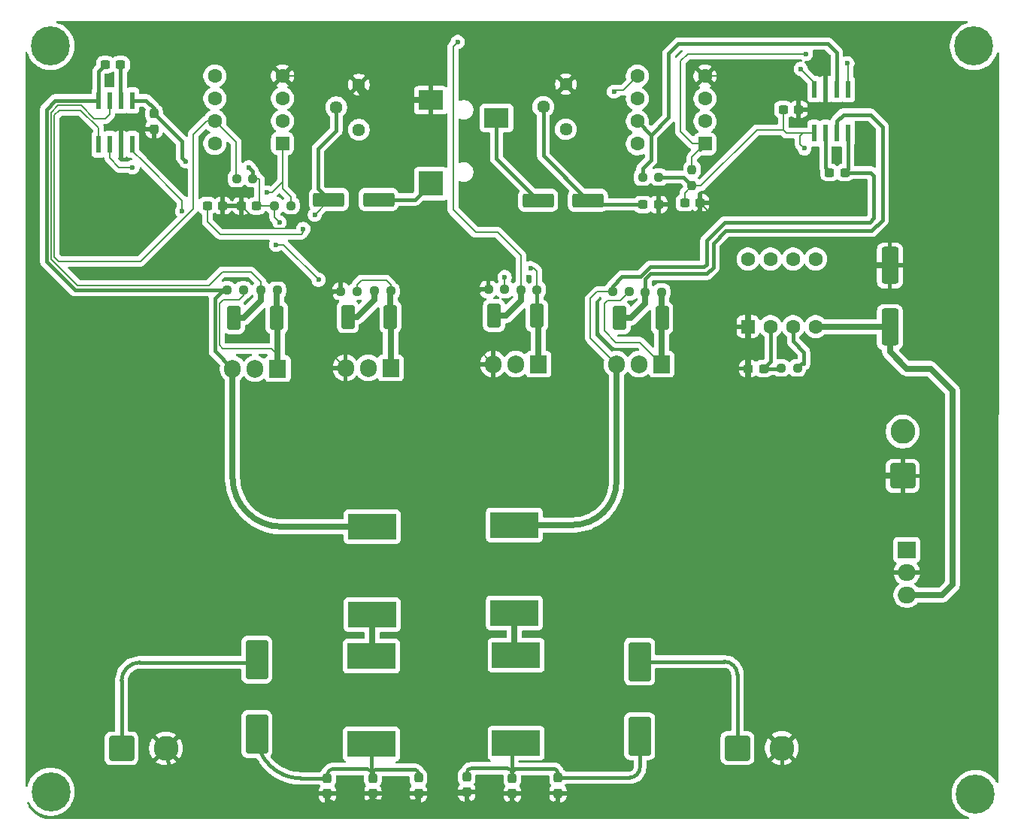
<source format=gbr>
%TF.GenerationSoftware,KiCad,Pcbnew,9.0.4*%
%TF.CreationDate,2025-09-07T12:41:53+05:30*%
%TF.ProjectId,STEREO  CLASS D AMP,53544552-454f-4202-9043-4c4153532044,rev?*%
%TF.SameCoordinates,Original*%
%TF.FileFunction,Copper,L1,Top*%
%TF.FilePolarity,Positive*%
%FSLAX46Y46*%
G04 Gerber Fmt 4.6, Leading zero omitted, Abs format (unit mm)*
G04 Created by KiCad (PCBNEW 9.0.4) date 2025-09-07 12:41:53*
%MOMM*%
%LPD*%
G01*
G04 APERTURE LIST*
G04 Aperture macros list*
%AMRoundRect*
0 Rectangle with rounded corners*
0 $1 Rounding radius*
0 $2 $3 $4 $5 $6 $7 $8 $9 X,Y pos of 4 corners*
0 Add a 4 corners polygon primitive as box body*
4,1,4,$2,$3,$4,$5,$6,$7,$8,$9,$2,$3,0*
0 Add four circle primitives for the rounded corners*
1,1,$1+$1,$2,$3*
1,1,$1+$1,$4,$5*
1,1,$1+$1,$6,$7*
1,1,$1+$1,$8,$9*
0 Add four rect primitives between the rounded corners*
20,1,$1+$1,$2,$3,$4,$5,0*
20,1,$1+$1,$4,$5,$6,$7,0*
20,1,$1+$1,$6,$7,$8,$9,0*
20,1,$1+$1,$8,$9,$2,$3,0*%
G04 Aperture macros list end*
%TA.AperFunction,ComponentPad*%
%ADD10C,0.700000*%
%TD*%
%TA.AperFunction,ComponentPad*%
%ADD11C,4.400000*%
%TD*%
%TA.AperFunction,SMDPad,CuDef*%
%ADD12R,5.400000X2.900000*%
%TD*%
%TA.AperFunction,ComponentPad*%
%ADD13R,1.905000X2.000000*%
%TD*%
%TA.AperFunction,ComponentPad*%
%ADD14O,1.905000X2.000000*%
%TD*%
%TA.AperFunction,SMDPad,CuDef*%
%ADD15RoundRect,0.250000X-0.500000X-1.100000X0.500000X-1.100000X0.500000X1.100000X-0.500000X1.100000X0*%
%TD*%
%TA.AperFunction,SMDPad,CuDef*%
%ADD16RoundRect,0.237500X-0.237500X0.300000X-0.237500X-0.300000X0.237500X-0.300000X0.237500X0.300000X0*%
%TD*%
%TA.AperFunction,SMDPad,CuDef*%
%ADD17RoundRect,0.237500X-0.300000X-0.237500X0.300000X-0.237500X0.300000X0.237500X-0.300000X0.237500X0*%
%TD*%
%TA.AperFunction,SMDPad,CuDef*%
%ADD18RoundRect,0.237500X0.250000X0.237500X-0.250000X0.237500X-0.250000X-0.237500X0.250000X-0.237500X0*%
%TD*%
%TA.AperFunction,SMDPad,CuDef*%
%ADD19RoundRect,0.237500X-0.250000X-0.237500X0.250000X-0.237500X0.250000X0.237500X-0.250000X0.237500X0*%
%TD*%
%TA.AperFunction,ComponentPad*%
%ADD20RoundRect,0.250001X-1.149999X-1.149999X1.149999X-1.149999X1.149999X1.149999X-1.149999X1.149999X0*%
%TD*%
%TA.AperFunction,ComponentPad*%
%ADD21C,2.800000*%
%TD*%
%TA.AperFunction,SMDPad,CuDef*%
%ADD22RoundRect,0.250000X0.700000X-1.825000X0.700000X1.825000X-0.700000X1.825000X-0.700000X-1.825000X0*%
%TD*%
%TA.AperFunction,SMDPad,CuDef*%
%ADD23RoundRect,0.237500X0.300000X0.237500X-0.300000X0.237500X-0.300000X-0.237500X0.300000X-0.237500X0*%
%TD*%
%TA.AperFunction,ComponentPad*%
%ADD24C,1.440000*%
%TD*%
%TA.AperFunction,SMDPad,CuDef*%
%ADD25R,2.800000X2.200000*%
%TD*%
%TA.AperFunction,SMDPad,CuDef*%
%ADD26R,2.800000X2.800000*%
%TD*%
%TA.AperFunction,SMDPad,CuDef*%
%ADD27RoundRect,0.250000X1.500000X0.550000X-1.500000X0.550000X-1.500000X-0.550000X1.500000X-0.550000X0*%
%TD*%
%TA.AperFunction,ComponentPad*%
%ADD28RoundRect,0.250000X0.550000X0.550000X-0.550000X0.550000X-0.550000X-0.550000X0.550000X-0.550000X0*%
%TD*%
%TA.AperFunction,ComponentPad*%
%ADD29C,1.600000*%
%TD*%
%TA.AperFunction,SMDPad,CuDef*%
%ADD30RoundRect,0.250000X-1.500000X-0.550000X1.500000X-0.550000X1.500000X0.550000X-1.500000X0.550000X0*%
%TD*%
%TA.AperFunction,ComponentPad*%
%ADD31RoundRect,0.250001X1.149999X-1.149999X1.149999X1.149999X-1.149999X1.149999X-1.149999X-1.149999X0*%
%TD*%
%TA.AperFunction,ComponentPad*%
%ADD32RoundRect,0.250000X0.550000X-0.550000X0.550000X0.550000X-0.550000X0.550000X-0.550000X-0.550000X0*%
%TD*%
%TA.AperFunction,ComponentPad*%
%ADD33R,2.000000X1.905000*%
%TD*%
%TA.AperFunction,ComponentPad*%
%ADD34O,2.000000X1.905000*%
%TD*%
%TA.AperFunction,SMDPad,CuDef*%
%ADD35R,0.558800X1.981200*%
%TD*%
%TA.AperFunction,SMDPad,CuDef*%
%ADD36RoundRect,0.237500X-0.237500X0.250000X-0.237500X-0.250000X0.237500X-0.250000X0.237500X0.250000X0*%
%TD*%
%TA.AperFunction,SMDPad,CuDef*%
%ADD37RoundRect,0.250000X1.000000X-1.950000X1.000000X1.950000X-1.000000X1.950000X-1.000000X-1.950000X0*%
%TD*%
%TA.AperFunction,ViaPad*%
%ADD38C,0.600000*%
%TD*%
%TA.AperFunction,Conductor*%
%ADD39C,0.400000*%
%TD*%
%TA.AperFunction,Conductor*%
%ADD40C,0.200000*%
%TD*%
%TA.AperFunction,Conductor*%
%ADD41C,0.700000*%
%TD*%
G04 APERTURE END LIST*
D10*
%TO.P,REF\u002A\u002A,1*%
%TO.N,N/C*%
X190426726Y-141806726D03*
X190910000Y-140640000D03*
X190910000Y-142973452D03*
X192076726Y-140156726D03*
D11*
X192076726Y-141806726D03*
D10*
X192076726Y-143456726D03*
X193243452Y-140640000D03*
X193243452Y-142973452D03*
X193726726Y-141806726D03*
%TD*%
%TO.P,REF\u002A\u002A,1*%
%TO.N,N/C*%
X193550560Y-57543169D03*
X193067286Y-58709895D03*
X193067286Y-56376443D03*
X191900560Y-59193169D03*
D11*
X191900560Y-57543169D03*
D10*
X191900560Y-55893169D03*
X190733834Y-58709895D03*
X190733834Y-56376443D03*
X190250560Y-57543169D03*
%TD*%
%TO.P,REF\u002A\u002A,1*%
%TO.N,N/C*%
X89591736Y-141570000D03*
X89108462Y-142736726D03*
X89108462Y-140403274D03*
X87941736Y-143220000D03*
D11*
X87941736Y-141570000D03*
D10*
X87941736Y-139920000D03*
X86775010Y-142736726D03*
X86775010Y-140403274D03*
X86291736Y-141570000D03*
%TD*%
%TO.P,REF\u002A\u002A,1*%
%TO.N,N/C*%
X89561736Y-57521736D03*
X89078462Y-58688462D03*
X89078462Y-56355010D03*
X87911736Y-59171736D03*
D11*
X87911736Y-57521736D03*
D10*
X87911736Y-55871736D03*
X86745010Y-58688462D03*
X86745010Y-56355010D03*
X86261736Y-57521736D03*
%TD*%
D12*
%TO.P,L3,1,1*%
%TO.N,Net-(L3-Pad1)*%
X124061250Y-126290000D03*
%TO.P,L3,2,2*%
%TO.N,Net-(C17-Pad1)*%
X124061250Y-136190000D03*
%TD*%
D13*
%TO.P,Q4,1,G*%
%TO.N,Net-(D4-A)*%
X126211250Y-93800000D03*
D14*
%TO.P,Q4,2,D*%
%TO.N,Net-(Q3-S)*%
X123671250Y-93800000D03*
%TO.P,Q4,3,S*%
%TO.N,GND*%
X121131250Y-93800000D03*
%TD*%
D15*
%TO.P,D3,1,K*%
%TO.N,Net-(D3-K)*%
X108593750Y-88140000D03*
%TO.P,D3,2,A*%
%TO.N,Net-(D3-A)*%
X113393750Y-88140000D03*
%TD*%
D12*
%TO.P,L1,1,1*%
%TO.N,Net-(Q1-S)*%
X140161250Y-111490000D03*
%TO.P,L1,2,2*%
%TO.N,Net-(L1-Pad2)*%
X140161250Y-121390000D03*
%TD*%
D16*
%TO.P,C19,1*%
%TO.N,Net-(C17-Pad1)*%
X124221250Y-140030000D03*
%TO.P,C19,2*%
%TO.N,GND*%
X124221250Y-141755000D03*
%TD*%
D17*
%TO.P,C7,1*%
%TO.N,Net-(U4A-+)*%
X105561250Y-75530000D03*
%TO.P,C7,2*%
%TO.N,GND*%
X107286250Y-75530000D03*
%TD*%
D18*
%TO.P,R5,1*%
%TO.N,+12V*%
X110683750Y-72470000D03*
%TO.P,R5,2*%
%TO.N,Net-(U6-HI)*%
X108858750Y-72470000D03*
%TD*%
D16*
%TO.P,C15,1*%
%TO.N,Net-(C13-Pad1)*%
X139921250Y-140045000D03*
%TO.P,C15,2*%
%TO.N,GND*%
X139921250Y-141770000D03*
%TD*%
D19*
%TO.P,R10,1*%
%TO.N,Net-(D3-K)*%
X111628750Y-85030000D03*
%TO.P,R10,2*%
%TO.N,Net-(D3-A)*%
X113453750Y-85030000D03*
%TD*%
D20*
%TO.P,J2,1,Pin_1*%
%TO.N,Net-(J2-Pin_1)*%
X165271250Y-136630000D03*
D21*
%TO.P,J2,2,Pin_2*%
%TO.N,GND*%
X170271250Y-136630000D03*
%TD*%
D13*
%TO.P,Q2,1,G*%
%TO.N,Net-(D2-A)*%
X142851250Y-93380000D03*
D14*
%TO.P,Q2,2,D*%
%TO.N,Net-(Q1-S)*%
X140311250Y-93380000D03*
%TO.P,Q2,3,S*%
%TO.N,GND*%
X137771250Y-93380000D03*
%TD*%
D22*
%TO.P,C1,1*%
%TO.N,+5V*%
X182431250Y-89205000D03*
%TO.P,C1,2*%
%TO.N,GND*%
X182431250Y-82255000D03*
%TD*%
D23*
%TO.P,C5,1*%
%TO.N,GND*%
X161066250Y-75190000D03*
%TO.P,C5,2*%
%TO.N,+12V*%
X159341250Y-75190000D03*
%TD*%
D15*
%TO.P,D1,1,K*%
%TO.N,Net-(D1-K)*%
X151983750Y-88180000D03*
%TO.P,D1,2,A*%
%TO.N,Net-(D1-A)*%
X156783750Y-88180000D03*
%TD*%
D17*
%TO.P,C4,1*%
%TO.N,Net-(U3A-+)*%
X154643750Y-75380000D03*
%TO.P,C4,2*%
%TO.N,GND*%
X156368750Y-75380000D03*
%TD*%
D18*
%TO.P,R13,1*%
%TO.N,Net-(D4-A)*%
X122441250Y-85170000D03*
%TO.P,R13,2*%
%TO.N,GND*%
X120616250Y-85170000D03*
%TD*%
D20*
%TO.P,J3,1,Pin_1*%
%TO.N,Net-(J3-Pin_1)*%
X95911250Y-136667500D03*
D21*
%TO.P,J3,2,Pin_2*%
%TO.N,GND*%
X100911250Y-136667500D03*
%TD*%
D18*
%TO.P,R4,1*%
%TO.N,Net-(U6-LI)*%
X114986250Y-75510000D03*
%TO.P,R4,2*%
%TO.N,+12V*%
X113161250Y-75510000D03*
%TD*%
D13*
%TO.P,Q3,1,G*%
%TO.N,Net-(D3-A)*%
X113501250Y-93890000D03*
D14*
%TO.P,Q3,2,D*%
%TO.N,+12V*%
X110961250Y-93890000D03*
%TO.P,Q3,3,S*%
%TO.N,Net-(Q3-S)*%
X108421250Y-93890000D03*
%TD*%
D24*
%TO.P,RV1,1,1*%
%TO.N,GND*%
X145941250Y-61830000D03*
%TO.P,RV1,2,2*%
%TO.N,Net-(U3A-+)*%
X143401250Y-64370000D03*
%TO.P,RV1,3,3*%
%TO.N,+5V*%
X145941250Y-66910000D03*
%TD*%
D25*
%TO.P,J4,R*%
%TO.N,Net-(C3-Pad2)*%
X138141250Y-65630000D03*
%TO.P,J4,S*%
%TO.N,GND*%
X130741250Y-63630000D03*
D26*
%TO.P,J4,T*%
%TO.N,Net-(C8-Pad2)*%
X130741250Y-73030000D03*
%TD*%
D17*
%TO.P,C9,1*%
%TO.N,+12V*%
X170428750Y-64680000D03*
%TO.P,C9,2*%
%TO.N,GND*%
X172153750Y-64680000D03*
%TD*%
D16*
%TO.P,C14,1*%
%TO.N,Net-(C13-Pad1)*%
X145051250Y-139982500D03*
%TO.P,C14,2*%
%TO.N,GND*%
X145051250Y-141707500D03*
%TD*%
D12*
%TO.P,L4,1,1*%
%TO.N,Net-(Q3-S)*%
X124121250Y-111690000D03*
%TO.P,L4,2,2*%
%TO.N,Net-(L3-Pad1)*%
X124121250Y-121590000D03*
%TD*%
D13*
%TO.P,Q1,1,G*%
%TO.N,Net-(D1-A)*%
X156731250Y-93380000D03*
D14*
%TO.P,Q1,2,D*%
%TO.N,+12V*%
X154191250Y-93380000D03*
%TO.P,Q1,3,S*%
%TO.N,Net-(Q1-S)*%
X151651250Y-93380000D03*
%TD*%
D17*
%TO.P,C10,1*%
%TO.N,Net-(U5-HB)*%
X175638750Y-71790000D03*
%TO.P,C10,2*%
%TO.N,Net-(Q1-S)*%
X177363750Y-71790000D03*
%TD*%
D24*
%TO.P,RV2,1,1*%
%TO.N,GND*%
X122641250Y-61890000D03*
%TO.P,RV2,2,2*%
%TO.N,Net-(U4A-+)*%
X120101250Y-64430000D03*
%TO.P,RV2,3,3*%
%TO.N,+5V*%
X122641250Y-66970000D03*
%TD*%
D19*
%TO.P,R1,1*%
%TO.N,Net-(U2-THR)*%
X170191250Y-93810000D03*
%TO.P,R1,2*%
%TO.N,Net-(U2-Q)*%
X172016250Y-93810000D03*
%TD*%
D17*
%TO.P,C6,1*%
%TO.N,GND*%
X109403750Y-75540000D03*
%TO.P,C6,2*%
%TO.N,+12V*%
X111128750Y-75540000D03*
%TD*%
D18*
%TO.P,R11,1*%
%TO.N,Net-(D3-A)*%
X109621250Y-85020000D03*
%TO.P,R11,2*%
%TO.N,Net-(Q3-S)*%
X107796250Y-85020000D03*
%TD*%
D12*
%TO.P,L2,1,1*%
%TO.N,Net-(L1-Pad2)*%
X140341250Y-126170000D03*
%TO.P,L2,2,2*%
%TO.N,Net-(C13-Pad1)*%
X140341250Y-136070000D03*
%TD*%
D18*
%TO.P,R7,1*%
%TO.N,Net-(D1-A)*%
X153063750Y-85210000D03*
%TO.P,R7,2*%
%TO.N,Net-(Q1-S)*%
X151238750Y-85210000D03*
%TD*%
D27*
%TO.P,C3,1*%
%TO.N,Net-(U3A-+)*%
X148431250Y-74920000D03*
%TO.P,C3,2*%
%TO.N,Net-(C3-Pad2)*%
X142831250Y-74920000D03*
%TD*%
D18*
%TO.P,R3,1*%
%TO.N,+12V*%
X156406250Y-72300000D03*
%TO.P,R3,2*%
%TO.N,Net-(U5-LI)*%
X154581250Y-72300000D03*
%TD*%
D28*
%TO.P,U4,1*%
%TO.N,Net-(U6-LI)*%
X114041250Y-68510000D03*
D29*
%TO.P,U4,2,-*%
%TO.N,Net-(U2-THR)*%
X114041250Y-65970000D03*
%TO.P,U4,3,+*%
%TO.N,Net-(U4A-+)*%
X114041250Y-63430000D03*
%TO.P,U4,4,V-*%
%TO.N,GND*%
X114041250Y-60890000D03*
%TO.P,U4,5,+*%
%TO.N,Net-(U2-THR)*%
X106421250Y-60890000D03*
%TO.P,U4,6,-*%
%TO.N,Net-(U4A-+)*%
X106421250Y-63430000D03*
%TO.P,U4,7*%
%TO.N,Net-(U6-HI)*%
X106421250Y-65970000D03*
%TO.P,U4,8,V+*%
%TO.N,+5V*%
X106421250Y-68510000D03*
%TD*%
D30*
%TO.P,C8,1*%
%TO.N,Net-(U4A-+)*%
X119261250Y-74820000D03*
%TO.P,C8,2*%
%TO.N,Net-(C8-Pad2)*%
X124861250Y-74820000D03*
%TD*%
D19*
%TO.P,R6,1*%
%TO.N,Net-(D1-K)*%
X154898750Y-85240000D03*
%TO.P,R6,2*%
%TO.N,Net-(D1-A)*%
X156723750Y-85240000D03*
%TD*%
D23*
%TO.P,C12,1*%
%TO.N,Net-(U6-HB)*%
X95803750Y-59620000D03*
%TO.P,C12,2*%
%TO.N,Net-(Q3-S)*%
X94078750Y-59620000D03*
%TD*%
D16*
%TO.P,C20,1*%
%TO.N,Net-(C17-Pad1)*%
X119091250Y-140052500D03*
%TO.P,C20,2*%
%TO.N,GND*%
X119091250Y-141777500D03*
%TD*%
D31*
%TO.P,J1,1,Pin_1*%
%TO.N,GND*%
X183878750Y-105975000D03*
D21*
%TO.P,J1,2,Pin_2*%
%TO.N,+12V*%
X183878750Y-100975000D03*
%TD*%
D32*
%TO.P,U2,1,GND*%
%TO.N,GND*%
X166461250Y-89150000D03*
D29*
%TO.P,U2,2,TR*%
%TO.N,Net-(U2-THR)*%
X169001250Y-89150000D03*
%TO.P,U2,3,Q*%
%TO.N,Net-(U2-Q)*%
X171541250Y-89150000D03*
%TO.P,U2,4,R*%
%TO.N,+5V*%
X174081250Y-89150000D03*
%TO.P,U2,5,CV*%
%TO.N,unconnected-(U2-CV-Pad5)*%
X174081250Y-81530000D03*
%TO.P,U2,6,THR*%
%TO.N,Net-(U2-THR)*%
X171541250Y-81530000D03*
%TO.P,U2,7,DIS*%
%TO.N,unconnected-(U2-DIS-Pad7)*%
X169001250Y-81530000D03*
%TO.P,U2,8,VCC*%
%TO.N,+5V*%
X166461250Y-81530000D03*
%TD*%
D15*
%TO.P,D2,1,K*%
%TO.N,Net-(D2-K)*%
X137871250Y-87900000D03*
%TO.P,D2,2,A*%
%TO.N,Net-(D2-A)*%
X142671250Y-87900000D03*
%TD*%
D33*
%TO.P,U1,1,IN*%
%TO.N,+12V*%
X184341250Y-114295000D03*
D34*
%TO.P,U1,2,GND*%
%TO.N,GND*%
X184341250Y-116835000D03*
%TO.P,U1,3,OUT*%
%TO.N,+5V*%
X184341250Y-119375000D03*
%TD*%
D19*
%TO.P,R12,1*%
%TO.N,Net-(D4-K)*%
X124416250Y-85130000D03*
%TO.P,R12,2*%
%TO.N,Net-(D4-A)*%
X126241250Y-85130000D03*
%TD*%
D18*
%TO.P,R8,1*%
%TO.N,Net-(D2-A)*%
X139043750Y-84950000D03*
%TO.P,R8,2*%
%TO.N,GND*%
X137218750Y-84950000D03*
%TD*%
D28*
%TO.P,U3,1*%
%TO.N,Net-(U5-HI)*%
X161621250Y-68550000D03*
D29*
%TO.P,U3,2,-*%
%TO.N,Net-(U2-THR)*%
X161621250Y-66010000D03*
%TO.P,U3,3,+*%
%TO.N,Net-(U3A-+)*%
X161621250Y-63470000D03*
%TO.P,U3,4,V-*%
%TO.N,GND*%
X161621250Y-60930000D03*
%TO.P,U3,5,+*%
%TO.N,Net-(U2-THR)*%
X154001250Y-60930000D03*
%TO.P,U3,6,-*%
%TO.N,Net-(U3A-+)*%
X154001250Y-63470000D03*
%TO.P,U3,7*%
%TO.N,Net-(U5-LI)*%
X154001250Y-66010000D03*
%TO.P,U3,8,V+*%
%TO.N,+5V*%
X154001250Y-68550000D03*
%TD*%
D16*
%TO.P,C11,1*%
%TO.N,+12V*%
X99581250Y-65140000D03*
%TO.P,C11,2*%
%TO.N,GND*%
X99581250Y-66865000D03*
%TD*%
D23*
%TO.P,C2,1*%
%TO.N,Net-(U2-THR)*%
X168216250Y-93870000D03*
%TO.P,C2,2*%
%TO.N,GND*%
X166491250Y-93870000D03*
%TD*%
D35*
%TO.P,U5,1,VDD*%
%TO.N,+12V*%
X173916250Y-67334999D03*
%TO.P,U5,2,HB*%
%TO.N,Net-(U5-HB)*%
X175186250Y-67334999D03*
%TO.P,U5,3,HO*%
%TO.N,Net-(D1-K)*%
X176456250Y-67334999D03*
%TO.P,U5,4,HC*%
%TO.N,Net-(Q1-S)*%
X177726250Y-67334999D03*
%TO.P,U5,5,HI*%
%TO.N,Net-(U5-HI)*%
X177726250Y-62405001D03*
%TO.P,U5,6,LI*%
%TO.N,Net-(U5-LI)*%
X176456250Y-62405001D03*
%TO.P,U5,7,VSS*%
%TO.N,GND*%
X175186250Y-62405001D03*
%TO.P,U5,8,LO*%
%TO.N,Net-(D2-K)*%
X173916250Y-62405001D03*
%TD*%
D36*
%TO.P,R2,1*%
%TO.N,Net-(U5-HI)*%
X160141250Y-71457500D03*
%TO.P,R2,2*%
%TO.N,+12V*%
X160141250Y-73282500D03*
%TD*%
D15*
%TO.P,D4,1,K*%
%TO.N,Net-(D4-K)*%
X121401250Y-88030000D03*
%TO.P,D4,2,A*%
%TO.N,Net-(D4-A)*%
X126201250Y-88030000D03*
%TD*%
D16*
%TO.P,C18,1*%
%TO.N,Net-(C17-Pad1)*%
X129351250Y-140000000D03*
%TO.P,C18,2*%
%TO.N,GND*%
X129351250Y-141725000D03*
%TD*%
D35*
%TO.P,U6,1,VDD*%
%TO.N,+12V*%
X97126250Y-63665001D03*
%TO.P,U6,2,HB*%
%TO.N,Net-(U6-HB)*%
X95856250Y-63665001D03*
%TO.P,U6,3,HO*%
%TO.N,Net-(D3-K)*%
X94586250Y-63665001D03*
%TO.P,U6,4,HC*%
%TO.N,Net-(Q3-S)*%
X93316250Y-63665001D03*
%TO.P,U6,5,HI*%
%TO.N,Net-(U6-HI)*%
X93316250Y-68594999D03*
%TO.P,U6,6,LI*%
%TO.N,Net-(U6-LI)*%
X94586250Y-68594999D03*
%TO.P,U6,7,VSS*%
%TO.N,GND*%
X95856250Y-68594999D03*
%TO.P,U6,8,LO*%
%TO.N,Net-(D4-K)*%
X97126250Y-68594999D03*
%TD*%
D16*
%TO.P,C16,1*%
%TO.N,Net-(C13-Pad1)*%
X134791250Y-139875000D03*
%TO.P,C16,2*%
%TO.N,GND*%
X134791250Y-141600000D03*
%TD*%
D37*
%TO.P,C13,1*%
%TO.N,Net-(C13-Pad1)*%
X154251250Y-135290000D03*
%TO.P,C13,2*%
%TO.N,Net-(J2-Pin_1)*%
X154251250Y-126890000D03*
%TD*%
%TO.P,C17,1*%
%TO.N,Net-(C17-Pad1)*%
X111141250Y-135070000D03*
%TO.P,C17,2*%
%TO.N,Net-(J3-Pin_1)*%
X111141250Y-126670000D03*
%TD*%
D19*
%TO.P,R9,1*%
%TO.N,Net-(D2-K)*%
X140878750Y-84980000D03*
%TO.P,R9,2*%
%TO.N,Net-(D2-A)*%
X142703750Y-84980000D03*
%TD*%
D38*
%TO.N,GND*%
X162531250Y-77120000D03*
X102661250Y-71990000D03*
X164331250Y-79650000D03*
X164041250Y-68810000D03*
X106111250Y-73380000D03*
%TO.N,Net-(U2-THR)*%
X151361250Y-62670000D03*
%TO.N,+12V*%
X103161250Y-70510000D03*
X113701250Y-77390000D03*
X110231250Y-71210000D03*
X172811250Y-69060000D03*
%TO.N,Net-(U4A-+)*%
X116381250Y-78140000D03*
X117671250Y-76520000D03*
%TO.N,Net-(D2-K)*%
X133766250Y-57075000D03*
X172401250Y-60110000D03*
%TO.N,Net-(D2-A)*%
X139050000Y-83570000D03*
X141960000Y-82560000D03*
%TO.N,Net-(D4-K)*%
X102741250Y-76150000D03*
X118101250Y-83850000D03*
X121401250Y-88030000D03*
X113311250Y-79920000D03*
%TO.N,Net-(U5-HI)*%
X177651250Y-59460000D03*
X172991250Y-58420000D03*
%TO.N,Net-(U6-LI)*%
X112291250Y-74020000D03*
X97141250Y-71180000D03*
%TD*%
D39*
%TO.N,GND*%
X106021250Y-141777500D02*
X119091250Y-141777500D01*
D40*
X116391250Y-76650000D02*
X116391250Y-61170000D01*
X167681250Y-85720000D02*
X166881250Y-85720000D01*
X172153750Y-61822500D02*
X171261250Y-60930000D01*
X162531250Y-76655000D02*
X161066250Y-75190000D01*
X111933750Y-78070000D02*
X115001250Y-78070000D01*
X162531250Y-77120000D02*
X162531250Y-76655000D01*
D39*
X129351250Y-141725000D02*
X134666250Y-141725000D01*
X170271250Y-140390006D02*
X170271250Y-136630000D01*
D41*
X167681250Y-85720000D02*
X166461250Y-86940000D01*
D40*
X175186250Y-63695000D02*
X174201250Y-64680000D01*
X164331250Y-83170000D02*
X164331250Y-79650000D01*
D41*
X166461250Y-89150000D02*
X166461250Y-93840000D01*
D39*
X96631250Y-65930000D02*
X95856250Y-66705000D01*
D40*
X136541250Y-84950000D02*
X135711250Y-85780000D01*
X171261250Y-60930000D02*
X165061250Y-60930000D01*
X115001250Y-78070000D02*
X116391250Y-76680000D01*
X135711250Y-85780000D02*
X135711250Y-91320000D01*
D41*
X130741250Y-63630000D02*
X124381250Y-63630000D01*
D40*
X165061250Y-60930000D02*
X161621250Y-60930000D01*
D39*
X135429913Y-142850000D02*
X139441250Y-142850000D01*
D41*
X169121250Y-100060000D02*
X173721250Y-100060000D01*
D39*
X139921250Y-141770000D02*
X139921250Y-142370000D01*
D41*
X168491250Y-84910000D02*
X167681250Y-85720000D01*
D39*
X124221250Y-141755000D02*
X124221250Y-141994039D01*
D40*
X109393750Y-75530000D02*
X109403750Y-75540000D01*
X117611250Y-80300000D02*
X117611250Y-77870000D01*
D39*
X124641250Y-142600000D02*
X128909636Y-142600000D01*
D41*
X166491250Y-93870000D02*
X166491250Y-97430000D01*
D39*
X95856250Y-66705000D02*
X95856250Y-68594999D01*
X145051250Y-141707500D02*
X168943143Y-141707500D01*
D40*
X172153750Y-64680000D02*
X172153750Y-61822500D01*
D39*
X160091250Y-76850000D02*
X160091250Y-76830000D01*
D40*
X109403750Y-75540000D02*
X111933750Y-78070000D01*
D39*
X98636250Y-66865000D02*
X97701250Y-65930000D01*
D40*
X99581250Y-68910000D02*
X102661250Y-71990000D01*
D41*
X179636250Y-105975000D02*
X183878750Y-105975000D01*
D39*
X140471507Y-142919743D02*
X144477923Y-142919743D01*
X156368750Y-75380000D02*
X156368750Y-76357500D01*
X119681250Y-142740000D02*
X123475289Y-142740000D01*
D40*
X116111250Y-60890000D02*
X114041250Y-60890000D01*
X116391250Y-61170000D02*
X116111250Y-60890000D01*
X166881250Y-85720000D02*
X164331250Y-83170000D01*
X175186250Y-62405001D02*
X175186250Y-63695000D01*
X106111250Y-73380000D02*
X106381250Y-73380000D01*
X164041250Y-68810000D02*
X164011250Y-68780000D01*
X120616250Y-83305000D02*
X117611250Y-80300000D01*
D39*
X124221250Y-141755000D02*
X124221250Y-142180000D01*
X156861250Y-76850000D02*
X160091250Y-76850000D01*
D41*
X176291250Y-84910000D02*
X169081250Y-84910000D01*
X166461250Y-93840000D02*
X166491250Y-93870000D01*
X166491250Y-97430000D02*
X169121250Y-100060000D01*
X178946250Y-82255000D02*
X176291250Y-84910000D01*
D39*
X97701250Y-65930000D02*
X96631250Y-65930000D01*
X134791250Y-141600000D02*
X134791250Y-142211337D01*
D40*
X120616250Y-85170000D02*
X120616250Y-83305000D01*
X107286250Y-75530000D02*
X109393750Y-75530000D01*
X118991250Y-86130000D02*
X118991250Y-91660000D01*
D39*
X160091250Y-76830000D02*
X161066250Y-75855000D01*
D40*
X116391250Y-76680000D02*
X116391250Y-76650000D01*
X137218750Y-84950000D02*
X136541250Y-84950000D01*
D39*
X129351250Y-141725000D02*
X129351250Y-142158386D01*
D40*
X117611250Y-77870000D02*
X116391250Y-76650000D01*
D41*
X182431250Y-82255000D02*
X178946250Y-82255000D01*
D40*
X135711250Y-91320000D02*
X137771250Y-93380000D01*
X174201250Y-64680000D02*
X172153750Y-64680000D01*
D39*
X161066250Y-75855000D02*
X161066250Y-75190000D01*
D40*
X118991250Y-91660000D02*
X121131250Y-93800000D01*
D41*
X173721250Y-100060000D02*
X179636250Y-105975000D01*
D40*
X106381250Y-73380000D02*
X107286250Y-74285000D01*
X99581250Y-66865000D02*
X99581250Y-68910000D01*
X120616250Y-85170000D02*
X119951250Y-85170000D01*
X164011250Y-68780000D02*
X164011250Y-61980000D01*
D41*
X169081250Y-84910000D02*
X168491250Y-84910000D01*
D40*
X107286250Y-74285000D02*
X107286250Y-75530000D01*
D41*
X166461250Y-86940000D02*
X166461250Y-89150000D01*
D39*
X119091250Y-141777500D02*
X119091250Y-142150000D01*
X140471250Y-142920000D02*
X140471507Y-142919743D01*
X144477923Y-142919743D02*
X144478180Y-142920000D01*
D40*
X119951250Y-85170000D02*
X118991250Y-86130000D01*
X164011250Y-61980000D02*
X165061250Y-60930000D01*
D39*
X99581250Y-66865000D02*
X98636250Y-66865000D01*
X156368750Y-76357500D02*
X156861250Y-76850000D01*
X145051250Y-142346930D02*
X145051250Y-141707500D01*
D41*
X124381250Y-63630000D02*
G75*
G02*
X122641200Y-61890000I-50J1740000D01*
G01*
D39*
X100911250Y-136667500D02*
G75*
G03*
X106021250Y-141777450I5109950J0D01*
G01*
X144478180Y-142920000D02*
G75*
G03*
X145051300Y-142346930I20J573100D01*
G01*
X139441250Y-142850000D02*
G75*
G03*
X139921200Y-142370000I-50J480000D01*
G01*
X168961250Y-141700000D02*
G75*
G03*
X170271300Y-140390006I50J1310000D01*
G01*
X134791250Y-142211337D02*
G75*
G03*
X135429913Y-142849950I638650J37D01*
G01*
X128909636Y-142600000D02*
G75*
G03*
X129351200Y-142158386I-36J441600D01*
G01*
X124221250Y-142180000D02*
G75*
G03*
X124641250Y-142599950I419950J0D01*
G01*
X139921250Y-142370000D02*
G75*
G03*
X140471250Y-142919950I549950J0D01*
G01*
X168943143Y-141707500D02*
G75*
G03*
X168961227Y-141699977I-43J25600D01*
G01*
X119091250Y-142150000D02*
G75*
G03*
X119681250Y-142740050I590050J0D01*
G01*
X123475289Y-142740000D02*
G75*
G03*
X124221300Y-141994039I11J746000D01*
G01*
X134666250Y-141725000D02*
G75*
G03*
X134791200Y-141600000I-50J125000D01*
G01*
D41*
%TO.N,+5V*%
X189471250Y-118250000D02*
X189471250Y-96340000D01*
X187001250Y-93870000D02*
X184301250Y-93870000D01*
X189471250Y-96340000D02*
X187001250Y-93870000D01*
X184301250Y-93870000D02*
X182431250Y-92000000D01*
X174081250Y-89150000D02*
X182376250Y-89150000D01*
X184341250Y-119375000D02*
X188346250Y-119375000D01*
X182431250Y-92000000D02*
X182431250Y-89205000D01*
X188346250Y-119375000D02*
X189471250Y-118250000D01*
X182376250Y-89150000D02*
X182431250Y-89205000D01*
D40*
%TO.N,Net-(U2-THR)*%
X151521250Y-62510000D02*
X152421250Y-62510000D01*
D39*
X168216250Y-93870000D02*
X170131250Y-93870000D01*
X169001250Y-93085000D02*
X168216250Y-93870000D01*
X170131250Y-93870000D02*
X170191250Y-93810000D01*
D40*
X152421250Y-62510000D02*
X154001250Y-60930000D01*
D39*
X169001250Y-89150000D02*
X169001250Y-93085000D01*
D40*
X151361250Y-62670000D02*
X151521250Y-62510000D01*
D39*
%TO.N,Net-(C3-Pad2)*%
X138141250Y-65630000D02*
X138141250Y-70230000D01*
X138141250Y-70230000D02*
X142831250Y-74920000D01*
%TO.N,Net-(U3A-+)*%
X143401250Y-64370000D02*
X143401250Y-69890000D01*
X148891250Y-75380000D02*
X148431250Y-74920000D01*
X154643750Y-75380000D02*
X148891250Y-75380000D01*
X143401250Y-69890000D02*
X148431250Y-74920000D01*
D40*
%TO.N,+12V*%
X161148750Y-73282500D02*
X160141250Y-73282500D01*
X113161250Y-75510000D02*
X113161250Y-76850000D01*
X113161250Y-75510000D02*
X111701250Y-75510000D01*
D39*
X110601250Y-71560000D02*
X110683750Y-71642500D01*
X102731250Y-68290000D02*
X102731250Y-70080000D01*
D40*
X172686251Y-67334999D02*
X173916250Y-67334999D01*
D39*
X156446250Y-72260000D02*
X156406250Y-72300000D01*
X110581250Y-71560000D02*
X110601250Y-71560000D01*
X110683750Y-71642500D02*
X110683750Y-72470000D01*
D40*
X110683750Y-72470000D02*
X111321250Y-72470000D01*
X113161250Y-76850000D02*
X113701250Y-77390000D01*
X172321250Y-68570000D02*
X172321250Y-67700000D01*
D39*
X156406250Y-72300000D02*
X159158750Y-72300000D01*
X99581250Y-65140000D02*
X102731250Y-68290000D01*
X99581250Y-64570000D02*
X98676251Y-63665001D01*
D40*
X172321250Y-67700000D02*
X172686251Y-67334999D01*
X170428750Y-66967500D02*
X170796249Y-67334999D01*
D39*
X98676251Y-63665001D02*
X97126250Y-63665001D01*
X102731250Y-70080000D02*
X103161250Y-70510000D01*
D40*
X111158750Y-75510000D02*
X111128750Y-75540000D01*
X111441250Y-72590000D02*
X111441250Y-75250000D01*
X111321250Y-72470000D02*
X111441250Y-72590000D01*
X111701250Y-75510000D02*
X111158750Y-75510000D01*
D39*
X99581250Y-65140000D02*
X99581250Y-64570000D01*
D40*
X159341250Y-75190000D02*
X159341250Y-74082500D01*
D39*
X159158750Y-72300000D02*
X160141250Y-73282500D01*
D40*
X170428750Y-64680000D02*
X170428750Y-66967500D01*
X172811250Y-69060000D02*
X172321250Y-68570000D01*
D39*
X110231250Y-71210000D02*
X110581250Y-71560000D01*
D40*
X167463750Y-66967500D02*
X161148750Y-73282500D01*
X159341250Y-74082500D02*
X160141250Y-73282500D01*
X170428750Y-66967500D02*
X167463750Y-66967500D01*
X170796249Y-67334999D02*
X173916250Y-67334999D01*
X111441250Y-75250000D02*
X111701250Y-75510000D01*
%TO.N,Net-(U4A-+)*%
X107001250Y-78730000D02*
X105561250Y-77290000D01*
X105561250Y-77290000D02*
X105561250Y-75530000D01*
X117671250Y-76520000D02*
X119261250Y-74930000D01*
D39*
X119261250Y-74820000D02*
X118021250Y-73580000D01*
D40*
X116381250Y-78140000D02*
X116381250Y-78510000D01*
D39*
X118021250Y-73580000D02*
X118021250Y-69140000D01*
X118021250Y-69140000D02*
X120101250Y-67060000D01*
D40*
X116381250Y-78510000D02*
X116161250Y-78730000D01*
D39*
X119931250Y-64600000D02*
X120101250Y-64430000D01*
D40*
X116161250Y-78730000D02*
X107001250Y-78730000D01*
X119261250Y-74930000D02*
X119261250Y-74820000D01*
D39*
X120101250Y-67060000D02*
X120101250Y-64430000D01*
%TO.N,Net-(C8-Pad2)*%
X124861250Y-74820000D02*
X128951250Y-74820000D01*
X128951250Y-74820000D02*
X130741250Y-73030000D01*
%TO.N,Net-(Q1-S)*%
X177726250Y-71427500D02*
X177363750Y-71790000D01*
X151238750Y-84572500D02*
X151238750Y-85210000D01*
X180621250Y-72130000D02*
X180621250Y-76920000D01*
D40*
X148711250Y-90440000D02*
X151651250Y-93380000D01*
D39*
X180281250Y-71790000D02*
X180621250Y-72130000D01*
X161491250Y-82390000D02*
X155451308Y-82390000D01*
X163841250Y-77390000D02*
X161771250Y-79460000D01*
D40*
X148711250Y-85970000D02*
X148711250Y-90440000D01*
D39*
X155451308Y-82390000D02*
X154341308Y-83500000D01*
D40*
X151238750Y-85210000D02*
X149471250Y-85210000D01*
D39*
X177363750Y-71790000D02*
X180281250Y-71790000D01*
X161771250Y-79460000D02*
X161771250Y-82110000D01*
D40*
X149471250Y-85210000D02*
X148711250Y-85970000D01*
D39*
X177726250Y-67334999D02*
X177726250Y-71427500D01*
D41*
X140161250Y-111490000D02*
X146736298Y-111490000D01*
D39*
X180621250Y-76920000D02*
X180151250Y-77390000D01*
X152271250Y-83500000D02*
X152271250Y-83540000D01*
X161771250Y-82110000D02*
X161491250Y-82390000D01*
X154341308Y-83500000D02*
X152271250Y-83500000D01*
X180151250Y-77390000D02*
X163841250Y-77390000D01*
D41*
X151651250Y-106575048D02*
X151651250Y-93380000D01*
D39*
X152271250Y-83540000D02*
X151238750Y-84572500D01*
D41*
X146736298Y-111490000D02*
G75*
G03*
X151651300Y-106575048I2J4915000D01*
G01*
D39*
%TO.N,Net-(U5-HB)*%
X175186250Y-71195000D02*
X175186250Y-67334999D01*
X175591250Y-71790000D02*
X175591250Y-71600000D01*
X175638750Y-71790000D02*
X175591250Y-71790000D01*
X175591250Y-71600000D02*
X175186250Y-71195000D01*
%TO.N,Net-(U6-HB)*%
X95803750Y-63612501D02*
X95856250Y-63665001D01*
X95803750Y-59620000D02*
X95803750Y-63612501D01*
%TO.N,Net-(Q3-S)*%
X93316250Y-60382500D02*
X93316250Y-63665001D01*
X94078750Y-59620000D02*
X93316250Y-60382500D01*
X87451250Y-81810000D02*
X90661250Y-85020000D01*
X106421250Y-91890000D02*
X108421250Y-93890000D01*
D41*
X108421250Y-106165234D02*
X108421250Y-93890000D01*
D39*
X93316250Y-63665001D02*
X88446249Y-63665001D01*
X88446249Y-63665001D02*
X87451250Y-64660000D01*
X106421250Y-85940000D02*
X106421250Y-91890000D01*
X90661250Y-85020000D02*
X107796250Y-85020000D01*
X107796250Y-85020000D02*
X107341250Y-85020000D01*
D41*
X124121250Y-111690000D02*
X113946016Y-111690000D01*
D39*
X87451250Y-64660000D02*
X87451250Y-81810000D01*
X107341250Y-85020000D02*
X106421250Y-85940000D01*
D41*
X113946016Y-111690000D02*
G75*
G02*
X108421200Y-106165234I-16J5524800D01*
G01*
D39*
%TO.N,Net-(C13-Pad1)*%
X145051250Y-139982500D02*
X145051250Y-139440000D01*
X139900000Y-138796671D02*
X140150000Y-139046671D01*
X134791250Y-139875000D02*
X134791250Y-139430802D01*
X139900000Y-136511250D02*
X139900000Y-138796671D01*
X145051250Y-139982500D02*
X153068750Y-139982500D01*
X139921250Y-139540000D02*
X139921250Y-140045000D01*
X139921250Y-140045000D02*
X139921250Y-139450000D01*
X140341250Y-136070000D02*
X139900000Y-136511250D01*
X144591250Y-138980000D02*
X140391250Y-138980000D01*
X135312052Y-138910000D02*
X139291250Y-138910000D01*
X154311250Y-138740000D02*
X154311250Y-135350000D01*
X145051250Y-139440000D02*
G75*
G03*
X144591250Y-138979950I-460050J0D01*
G01*
X140341250Y-136070000D02*
G75*
G03*
X139921200Y-136490000I-50J-420000D01*
G01*
X134791250Y-139430802D02*
G75*
G02*
X135312052Y-138909950I520850J2D01*
G01*
X140391250Y-138980000D02*
G75*
G03*
X139921300Y-139450000I50J-470000D01*
G01*
X153068750Y-139982500D02*
G75*
G03*
X154311200Y-138740000I-50J1242500D01*
G01*
X139291250Y-138910000D02*
G75*
G02*
X139921200Y-139540000I-50J-630000D01*
G01*
X154311250Y-135350000D02*
G75*
G03*
X154251250Y-135289950I-60050J0D01*
G01*
%TO.N,Net-(J2-Pin_1)*%
X154251250Y-126890000D02*
X163771250Y-126890000D01*
X165271250Y-136090000D02*
X165001250Y-136360000D01*
X165271250Y-136630000D02*
X165271250Y-128390000D01*
X165271250Y-128390000D02*
G75*
G03*
X163771250Y-126889950I-1500050J0D01*
G01*
%TO.N,Net-(J3-Pin_1)*%
X95911250Y-136667500D02*
X95911250Y-129050000D01*
X97981250Y-126980000D02*
X110831250Y-126980000D01*
X95911250Y-129050000D02*
G75*
G02*
X97981250Y-126979950I2070050J0D01*
G01*
X110831250Y-126980000D02*
G75*
G03*
X111141200Y-126670000I-50J310000D01*
G01*
%TO.N,Net-(C17-Pad1)*%
X124453429Y-139080000D02*
X128929264Y-139080000D01*
X124061250Y-136190000D02*
X124061250Y-139870000D01*
X124221250Y-140030000D02*
X124221250Y-139707798D01*
X119091250Y-140052500D02*
X119091250Y-139620000D01*
X129351250Y-140000000D02*
X129351250Y-139501986D01*
X124221250Y-140030000D02*
X124221250Y-139750000D01*
X124221250Y-139750000D02*
X124221250Y-139312179D01*
X116123750Y-140052500D02*
X119091250Y-140052500D01*
X119721250Y-138990000D02*
X123503452Y-138990000D01*
X119091250Y-139620000D02*
G75*
G02*
X119721250Y-138989950I630050J0D01*
G01*
X123503452Y-138990000D02*
G75*
G02*
X124221300Y-139707798I48J-717800D01*
G01*
X124121250Y-136250000D02*
G75*
G03*
X124061250Y-136189950I-60050J0D01*
G01*
X128929264Y-139080000D02*
G75*
G02*
X129351300Y-139501986I36J-422000D01*
G01*
X124221250Y-139312179D02*
G75*
G02*
X124453429Y-139080050I232150J-21D01*
G01*
X111141250Y-135070000D02*
G75*
G03*
X116123750Y-140052450I4982450J0D01*
G01*
X124061250Y-139870000D02*
G75*
G03*
X124221250Y-140030050I160050J0D01*
G01*
D41*
%TO.N,Net-(D1-A)*%
X156723750Y-85240000D02*
X156723750Y-88120000D01*
D40*
X150281250Y-86550000D02*
X150281250Y-89590000D01*
X150651250Y-86180000D02*
X150281250Y-86550000D01*
D41*
X156731250Y-88232500D02*
X156731250Y-90910000D01*
D40*
X152093750Y-86180000D02*
X150651250Y-86180000D01*
D41*
X156731250Y-90910000D02*
X156731250Y-93380000D01*
D39*
X156723750Y-88120000D02*
X156783750Y-88180000D01*
D40*
X150281250Y-89590000D02*
X151601250Y-90910000D01*
X151601250Y-90910000D02*
X154261250Y-90910000D01*
X153063750Y-85210000D02*
X152093750Y-86180000D01*
D39*
X156783750Y-88180000D02*
X156731250Y-88232500D01*
D40*
X154261250Y-90910000D02*
X156731250Y-93380000D01*
D39*
%TO.N,Net-(D1-K)*%
X176456250Y-66005000D02*
X177201250Y-65260000D01*
X161811250Y-83200000D02*
X155491250Y-83200000D01*
X181601250Y-66610000D02*
X181601250Y-77120000D01*
X162541250Y-82470000D02*
X161811250Y-83200000D01*
X180371250Y-78350000D02*
X163961250Y-78350000D01*
X154898750Y-83792500D02*
X154898750Y-85240000D01*
D41*
X151983750Y-88180000D02*
X153241250Y-88180000D01*
D39*
X162541250Y-79770000D02*
X162541250Y-82470000D01*
X163961250Y-78350000D02*
X162541250Y-79770000D01*
X176456250Y-67334999D02*
X176456250Y-66005000D01*
X181601250Y-77120000D02*
X180371250Y-78350000D01*
X155491250Y-83200000D02*
X154898750Y-83792500D01*
D41*
X154898750Y-86522500D02*
X154898750Y-85240000D01*
D39*
X180251250Y-65260000D02*
X181601250Y-66610000D01*
X177201250Y-65260000D02*
X180251250Y-65260000D01*
D41*
X153241250Y-88180000D02*
X154898750Y-86522500D01*
D40*
%TO.N,Net-(D2-K)*%
X135801250Y-78520000D02*
X138291250Y-78520000D01*
X172401250Y-60110000D02*
X173841250Y-61550000D01*
D41*
X139191250Y-87900000D02*
X140878750Y-86212500D01*
X140878750Y-86212500D02*
X140878750Y-84980000D01*
D40*
X173841250Y-62330001D02*
X173916250Y-62405001D01*
X173841250Y-61550000D02*
X173841250Y-62330001D01*
X133240250Y-75959000D02*
X135801250Y-78520000D01*
X133240250Y-57601000D02*
X133240250Y-75959000D01*
X133766250Y-57075000D02*
X133240250Y-57601000D01*
X140878750Y-81107500D02*
X140878750Y-84980000D01*
D41*
X137871250Y-87900000D02*
X139191250Y-87900000D01*
D40*
X138291250Y-78520000D02*
X140878750Y-81107500D01*
D41*
%TO.N,Net-(D2-A)*%
X142851250Y-93380000D02*
X142851250Y-88080000D01*
X142851250Y-88080000D02*
X142671250Y-87900000D01*
D40*
X139043750Y-83576250D02*
X139050000Y-83570000D01*
X142360000Y-82560000D02*
X142703750Y-82903750D01*
X141960000Y-82560000D02*
X142360000Y-82560000D01*
D39*
X142703750Y-84980000D02*
X142703750Y-87867500D01*
D40*
X142703750Y-82903750D02*
X142703750Y-84980000D01*
D39*
X142703750Y-87867500D02*
X142671250Y-87900000D01*
D40*
X139043750Y-84950000D02*
X139043750Y-83576250D01*
%TO.N,Net-(D3-A)*%
X109621250Y-85600000D02*
X109121250Y-86100000D01*
D41*
X113501250Y-92350000D02*
X113501250Y-88247500D01*
X113393750Y-88140000D02*
X113393750Y-85090000D01*
D40*
X109121250Y-86100000D02*
X107361250Y-86100000D01*
D41*
X113501250Y-93890000D02*
X113501250Y-92350000D01*
D40*
X109621250Y-84870000D02*
X109591250Y-84840000D01*
D41*
X113501250Y-88247500D02*
X113393750Y-88140000D01*
X113393750Y-85090000D02*
X113453750Y-85030000D01*
D40*
X106922250Y-91231000D02*
X107301250Y-91610000D01*
X109621250Y-85020000D02*
X109621250Y-85600000D01*
X109621250Y-85020000D02*
X109621250Y-84870000D01*
X107301250Y-91610000D02*
X112761250Y-91610000D01*
X107361250Y-86100000D02*
X106922250Y-86539000D01*
X106922250Y-86539000D02*
X106922250Y-91231000D01*
X112761250Y-91610000D02*
X113501250Y-92350000D01*
%TO.N,Net-(D3-K)*%
X92841250Y-65710000D02*
X91341250Y-64210000D01*
X90960250Y-84519000D02*
X105721250Y-84519000D01*
X87952250Y-65019000D02*
X87952250Y-81511000D01*
X87952250Y-81511000D02*
X90960250Y-84519000D01*
X94071250Y-65710000D02*
X92841250Y-65710000D01*
X94586250Y-65195000D02*
X94071250Y-65710000D01*
X111628750Y-84127500D02*
X111628750Y-85030000D01*
D41*
X111628750Y-86172500D02*
X109661250Y-88140000D01*
D40*
X91341250Y-64210000D02*
X88761250Y-64210000D01*
X94586250Y-63665001D02*
X94586250Y-65195000D01*
X88761250Y-64210000D02*
X87952250Y-65019000D01*
X107260250Y-82980000D02*
X110481250Y-82980000D01*
D41*
X111628750Y-85030000D02*
X111628750Y-86172500D01*
D40*
X110481250Y-82980000D02*
X111628750Y-84127500D01*
D41*
X109661250Y-88140000D02*
X108593750Y-88140000D01*
D40*
X105721250Y-84519000D02*
X107260250Y-82980000D01*
D41*
%TO.N,Net-(D4-A)*%
X126201250Y-85170000D02*
X126241250Y-85130000D01*
D40*
X125730000Y-83920000D02*
X126241250Y-84431250D01*
D41*
X126201250Y-88030000D02*
X126201250Y-85170000D01*
D40*
X122441250Y-84388750D02*
X122910000Y-83920000D01*
D41*
X126211250Y-88040000D02*
X126201250Y-88030000D01*
D40*
X126241250Y-84431250D02*
X126241250Y-85130000D01*
X122441250Y-85170000D02*
X122441250Y-84388750D01*
D41*
X126211250Y-93800000D02*
X126211250Y-88040000D01*
D40*
X122910000Y-83920000D02*
X125730000Y-83920000D01*
D41*
%TO.N,Net-(D4-K)*%
X124416250Y-86085000D02*
X124416250Y-85130000D01*
D40*
X97126250Y-68594999D02*
X97126250Y-69335000D01*
D41*
X121401250Y-88030000D02*
X122471250Y-88030000D01*
D40*
X102711250Y-74920000D02*
X102711250Y-75700000D01*
X98371250Y-70580000D02*
X102711250Y-74920000D01*
D41*
X122471250Y-88030000D02*
X124416250Y-86085000D01*
D40*
X102711250Y-75700000D02*
X102711250Y-76120000D01*
X113311250Y-79920000D02*
X114171250Y-79920000D01*
X114171250Y-79920000D02*
X118101250Y-83850000D01*
X102711250Y-76120000D02*
X102741250Y-76150000D01*
X97126250Y-69335000D02*
X98371250Y-70580000D01*
D41*
%TO.N,Net-(L1-Pad2)*%
X140161250Y-121390000D02*
X140161250Y-125990000D01*
X140161250Y-125990000D02*
G75*
G03*
X140341250Y-126170050I180050J0D01*
G01*
%TO.N,Net-(L3-Pad1)*%
X124121250Y-121590000D02*
X124121250Y-126230000D01*
X124121250Y-126230000D02*
G75*
G02*
X124061250Y-126290050I-60050J0D01*
G01*
D39*
%TO.N,Net-(U2-Q)*%
X172761250Y-92010000D02*
X172761250Y-93360000D01*
X172761250Y-93360000D02*
X172466250Y-93360000D01*
X171541250Y-90790000D02*
X172761250Y-92010000D01*
X171541250Y-89150000D02*
X171541250Y-90790000D01*
X172466250Y-93360000D02*
X172016250Y-93810000D01*
D40*
%TO.N,Net-(U5-HI)*%
X160141250Y-71457500D02*
X160141250Y-70030000D01*
X160141250Y-70030000D02*
X161621250Y-68550000D01*
X177651250Y-59460000D02*
X177726250Y-59535000D01*
X177726250Y-59535000D02*
X177726250Y-62405001D01*
X172981250Y-58410000D02*
X172991250Y-58420000D01*
X161621250Y-68550000D02*
X160241250Y-68550000D01*
X158836020Y-67144770D02*
X158836020Y-59237086D01*
X159111250Y-67420000D02*
X158836020Y-67144770D01*
X159663106Y-58410000D02*
X159961250Y-58410000D01*
X159961250Y-58410000D02*
X172981250Y-58410000D01*
X158836020Y-59237086D02*
X159663106Y-58410000D01*
D39*
X161023750Y-69147500D02*
X161621250Y-68550000D01*
D40*
X160241250Y-68550000D02*
X159111250Y-67420000D01*
D39*
%TO.N,Net-(U5-LI)*%
X154581250Y-72300000D02*
X154581250Y-71340000D01*
X175481250Y-57270000D02*
X176456250Y-58245000D01*
X154581250Y-71340000D02*
X155541250Y-70380000D01*
X176456250Y-58245000D02*
X176456250Y-62405001D01*
X158581250Y-57270000D02*
X175481250Y-57270000D01*
X155541250Y-67550000D02*
X154001250Y-66010000D01*
X155541250Y-67550000D02*
X157511250Y-65580000D01*
X157511250Y-58340000D02*
X158581250Y-57270000D01*
X155541250Y-70380000D02*
X155541250Y-67550000D01*
X157511250Y-65580000D02*
X157511250Y-58340000D01*
D40*
%TO.N,Net-(U6-LI)*%
X114986250Y-75510000D02*
X114986250Y-74535000D01*
X94581250Y-68599999D02*
X94586250Y-68594999D01*
X114041250Y-73590000D02*
X114041250Y-72840000D01*
X112291250Y-74020000D02*
X112861250Y-74020000D01*
X114041250Y-72840000D02*
X114041250Y-68510000D01*
X114986250Y-74535000D02*
X114041250Y-73590000D01*
X97141250Y-71180000D02*
X95631250Y-71180000D01*
X95631250Y-71180000D02*
X94581250Y-70130000D01*
X94581250Y-70130000D02*
X94581250Y-68599999D01*
X112861250Y-74020000D02*
X114041250Y-72840000D01*
%TO.N,Net-(U6-HI)*%
X88353250Y-65328000D02*
X88921250Y-64760000D01*
X98041250Y-81790000D02*
X88851250Y-81790000D01*
X108858750Y-72470000D02*
X108831250Y-72442500D01*
X88353250Y-81292000D02*
X88353250Y-65328000D01*
X108831250Y-72442500D02*
X108831250Y-68380000D01*
X93316250Y-66752100D02*
X93316250Y-68594999D01*
X88851250Y-81790000D02*
X88353250Y-81292000D01*
X103971250Y-67490000D02*
X103971250Y-75860000D01*
X105491250Y-65970000D02*
X103971250Y-67490000D01*
X106421250Y-65970000D02*
X105491250Y-65970000D01*
X91324150Y-64760000D02*
X93316250Y-66752100D01*
X88921250Y-64760000D02*
X91324150Y-64760000D01*
X103971250Y-75860000D02*
X98041250Y-81790000D01*
X108831250Y-68380000D02*
X106421250Y-65970000D01*
%TD*%
%TA.AperFunction,Conductor*%
%TO.N,GND*%
G36*
X105478249Y-66906504D02*
G01*
X105504609Y-66908390D01*
X105513662Y-66914208D01*
X105520702Y-66915740D01*
X105548956Y-66936891D01*
X105574036Y-66961971D01*
X105698224Y-67052197D01*
X105739640Y-67082287D01*
X105823082Y-67124803D01*
X105832330Y-67129515D01*
X105883126Y-67177490D01*
X105899921Y-67245311D01*
X105877384Y-67311446D01*
X105832330Y-67350485D01*
X105739636Y-67397715D01*
X105574036Y-67518028D01*
X105429278Y-67662786D01*
X105308965Y-67828386D01*
X105216031Y-68010776D01*
X105152772Y-68205465D01*
X105120750Y-68407648D01*
X105120750Y-68612351D01*
X105152772Y-68814534D01*
X105216031Y-69009223D01*
X105267385Y-69110009D01*
X105288016Y-69150500D01*
X105308965Y-69191613D01*
X105429278Y-69357213D01*
X105574036Y-69501971D01*
X105708748Y-69599843D01*
X105739640Y-69622287D01*
X105855857Y-69681503D01*
X105922026Y-69715218D01*
X105922028Y-69715218D01*
X105922031Y-69715220D01*
X106011185Y-69744188D01*
X106116715Y-69778477D01*
X106217807Y-69794488D01*
X106318898Y-69810500D01*
X106318899Y-69810500D01*
X106523601Y-69810500D01*
X106523602Y-69810500D01*
X106725784Y-69778477D01*
X106920469Y-69715220D01*
X107102860Y-69622287D01*
X107204446Y-69548481D01*
X107268463Y-69501971D01*
X107268465Y-69501968D01*
X107268469Y-69501966D01*
X107413216Y-69357219D01*
X107413218Y-69357215D01*
X107413221Y-69357213D01*
X107504473Y-69231613D01*
X107533537Y-69191610D01*
X107626470Y-69009219D01*
X107689727Y-68814534D01*
X107721750Y-68612352D01*
X107721750Y-68419097D01*
X107741435Y-68352058D01*
X107794239Y-68306303D01*
X107863397Y-68296359D01*
X107926953Y-68325384D01*
X107933431Y-68331416D01*
X108194431Y-68592416D01*
X108227916Y-68653739D01*
X108230750Y-68680097D01*
X108230750Y-71529350D01*
X108211065Y-71596389D01*
X108171849Y-71634887D01*
X108147903Y-71649657D01*
X108147899Y-71649660D01*
X108025911Y-71771648D01*
X107935343Y-71918481D01*
X107935342Y-71918484D01*
X107881076Y-72082247D01*
X107881076Y-72082248D01*
X107881075Y-72082248D01*
X107870750Y-72183315D01*
X107870750Y-72756669D01*
X107870751Y-72756687D01*
X107881075Y-72857752D01*
X107882317Y-72861499D01*
X107930323Y-73006371D01*
X107935342Y-73021515D01*
X107935343Y-73021518D01*
X107969645Y-73077129D01*
X108025910Y-73168350D01*
X108147900Y-73290340D01*
X108294734Y-73380908D01*
X108458497Y-73435174D01*
X108559573Y-73445500D01*
X109157926Y-73445499D01*
X109157934Y-73445498D01*
X109157937Y-73445498D01*
X109213280Y-73439844D01*
X109259003Y-73435174D01*
X109422766Y-73380908D01*
X109569600Y-73290340D01*
X109683569Y-73176371D01*
X109744892Y-73142886D01*
X109814584Y-73147870D01*
X109858931Y-73176371D01*
X109972900Y-73290340D01*
X110119734Y-73380908D01*
X110283497Y-73435174D01*
X110384573Y-73445500D01*
X110716750Y-73445499D01*
X110783789Y-73465183D01*
X110829544Y-73517987D01*
X110840750Y-73569499D01*
X110840750Y-74446273D01*
X110821065Y-74513312D01*
X110768261Y-74559067D01*
X110729352Y-74569631D01*
X110678496Y-74574826D01*
X110514734Y-74629092D01*
X110514731Y-74629093D01*
X110367898Y-74719661D01*
X110353575Y-74733984D01*
X110292251Y-74767468D01*
X110222559Y-74762482D01*
X110178215Y-74733982D01*
X110164288Y-74720055D01*
X110164284Y-74720052D01*
X110017561Y-74629551D01*
X110017550Y-74629546D01*
X109853902Y-74575319D01*
X109752904Y-74565000D01*
X109653750Y-74565000D01*
X109653750Y-76514999D01*
X109752890Y-76514999D01*
X109752904Y-76514998D01*
X109853902Y-76504680D01*
X110017550Y-76450453D01*
X110017561Y-76450448D01*
X110164285Y-76359947D01*
X110178210Y-76346021D01*
X110239532Y-76312533D01*
X110309223Y-76317514D01*
X110353577Y-76346017D01*
X110367900Y-76360340D01*
X110514734Y-76450908D01*
X110678497Y-76505174D01*
X110779573Y-76515500D01*
X111477926Y-76515499D01*
X111477934Y-76515498D01*
X111477937Y-76515498D01*
X111533280Y-76509844D01*
X111579003Y-76505174D01*
X111742766Y-76450908D01*
X111889600Y-76360340D01*
X112011590Y-76238350D01*
X112054117Y-76169402D01*
X112061702Y-76162580D01*
X112065942Y-76153297D01*
X112087242Y-76139608D01*
X112106064Y-76122679D01*
X112117699Y-76120034D01*
X112124720Y-76115523D01*
X112159655Y-76110500D01*
X112198849Y-76110500D01*
X112265888Y-76130185D01*
X112304388Y-76169404D01*
X112328135Y-76207905D01*
X112328410Y-76208350D01*
X112450400Y-76330340D01*
X112501847Y-76362072D01*
X112548571Y-76414017D01*
X112560750Y-76467610D01*
X112560750Y-76763330D01*
X112560749Y-76763348D01*
X112560749Y-76929054D01*
X112560748Y-76929054D01*
X112601674Y-77081789D01*
X112601675Y-77081790D01*
X112626235Y-77124328D01*
X112626236Y-77124330D01*
X112680725Y-77218709D01*
X112680731Y-77218717D01*
X112799599Y-77337585D01*
X112799605Y-77337590D01*
X112866675Y-77404660D01*
X112900160Y-77465983D01*
X112900611Y-77468149D01*
X112931511Y-77623491D01*
X112931514Y-77623501D01*
X112991852Y-77769172D01*
X112991859Y-77769185D01*
X113079460Y-77900288D01*
X113079463Y-77900292D01*
X113096990Y-77917819D01*
X113130475Y-77979142D01*
X113125491Y-78048834D01*
X113083619Y-78104767D01*
X113018155Y-78129184D01*
X113009309Y-78129500D01*
X107301348Y-78129500D01*
X107234309Y-78109815D01*
X107213667Y-78093181D01*
X106198069Y-77077583D01*
X106164584Y-77016260D01*
X106161750Y-76989902D01*
X106161750Y-76518451D01*
X106163784Y-76511521D01*
X106162548Y-76504407D01*
X106173497Y-76478444D01*
X106181435Y-76451412D01*
X106187556Y-76445108D01*
X106189699Y-76440028D01*
X106208389Y-76423655D01*
X106215684Y-76416144D01*
X106218123Y-76414473D01*
X106322100Y-76350340D01*
X106344555Y-76327884D01*
X106354037Y-76321391D01*
X106376761Y-76313988D01*
X106397739Y-76302533D01*
X106409376Y-76303364D01*
X106420471Y-76299751D01*
X106443590Y-76305810D01*
X106467431Y-76307514D01*
X106479371Y-76315187D01*
X106488058Y-76317464D01*
X106495481Y-76325540D01*
X106511784Y-76336017D01*
X106525711Y-76349944D01*
X106525715Y-76349947D01*
X106672438Y-76440448D01*
X106672449Y-76440453D01*
X106836097Y-76494680D01*
X106937101Y-76504999D01*
X107536250Y-76504999D01*
X107635390Y-76504999D01*
X107635404Y-76504998D01*
X107736402Y-76494680D01*
X107900050Y-76440453D01*
X107900061Y-76440448D01*
X108046784Y-76349947D01*
X108046788Y-76349944D01*
X108168695Y-76228037D01*
X108236376Y-76118309D01*
X108288324Y-76071584D01*
X108357286Y-76060361D01*
X108421369Y-76088205D01*
X108447453Y-76118307D01*
X108521304Y-76238037D01*
X108643211Y-76359944D01*
X108643215Y-76359947D01*
X108789938Y-76450448D01*
X108789949Y-76450453D01*
X108953597Y-76504680D01*
X109054601Y-76514999D01*
X109153750Y-76514998D01*
X109153750Y-75790000D01*
X108297612Y-75790000D01*
X108263556Y-75780000D01*
X107536250Y-75780000D01*
X107536250Y-76504999D01*
X106937101Y-76504999D01*
X107036250Y-76504998D01*
X107036250Y-75280000D01*
X107536250Y-75280000D01*
X108392388Y-75280000D01*
X108426444Y-75290000D01*
X109153750Y-75290000D01*
X109153750Y-74564999D01*
X109054610Y-74565000D01*
X109054594Y-74565001D01*
X108953597Y-74575319D01*
X108789949Y-74629546D01*
X108789938Y-74629551D01*
X108643215Y-74720052D01*
X108643211Y-74720055D01*
X108521304Y-74841962D01*
X108453622Y-74951692D01*
X108401674Y-74998416D01*
X108332711Y-75009637D01*
X108268629Y-74981794D01*
X108242546Y-74951691D01*
X108168697Y-74831965D01*
X108168694Y-74831961D01*
X108046788Y-74710055D01*
X108046784Y-74710052D01*
X107900061Y-74619551D01*
X107900050Y-74619546D01*
X107736402Y-74565319D01*
X107635404Y-74555000D01*
X107536250Y-74555000D01*
X107536250Y-75280000D01*
X107036250Y-75280000D01*
X107036250Y-74554999D01*
X106937110Y-74555000D01*
X106937094Y-74555001D01*
X106836097Y-74565319D01*
X106672449Y-74619546D01*
X106672438Y-74619551D01*
X106525715Y-74710052D01*
X106511782Y-74723985D01*
X106450458Y-74757468D01*
X106380766Y-74752482D01*
X106336422Y-74723982D01*
X106322101Y-74709661D01*
X106322100Y-74709660D01*
X106221799Y-74647794D01*
X106175268Y-74619093D01*
X106175263Y-74619091D01*
X106173819Y-74618612D01*
X106011503Y-74564826D01*
X106011501Y-74564825D01*
X105910428Y-74554500D01*
X105212080Y-74554500D01*
X105212062Y-74554501D01*
X105110997Y-74564825D01*
X104947234Y-74619092D01*
X104947231Y-74619093D01*
X104800398Y-74709661D01*
X104783431Y-74726629D01*
X104722108Y-74760114D01*
X104652416Y-74755130D01*
X104596483Y-74713258D01*
X104572066Y-74647794D01*
X104571750Y-74638948D01*
X104571750Y-67790097D01*
X104591435Y-67723058D01*
X104608069Y-67702416D01*
X105373594Y-66936891D01*
X105381539Y-66932552D01*
X105386965Y-66925305D01*
X105411724Y-66916070D01*
X105434917Y-66903406D01*
X105443946Y-66904051D01*
X105452429Y-66900888D01*
X105478249Y-66906504D01*
G37*
%TD.AperFunction*%
%TA.AperFunction,Conductor*%
G36*
X98401771Y-64385186D02*
G01*
X98422413Y-64401820D01*
X98585454Y-64564861D01*
X98618939Y-64626184D01*
X98615945Y-64682792D01*
X98617493Y-64683124D01*
X98616076Y-64689740D01*
X98605750Y-64790815D01*
X98605750Y-65489169D01*
X98605751Y-65489187D01*
X98616075Y-65590252D01*
X98642910Y-65671232D01*
X98668968Y-65749871D01*
X98670342Y-65754015D01*
X98670343Y-65754018D01*
X98695288Y-65794460D01*
X98760756Y-65900601D01*
X98760911Y-65900851D01*
X98775232Y-65915172D01*
X98808717Y-65976495D01*
X98803733Y-66046187D01*
X98775235Y-66090532D01*
X98761302Y-66104465D01*
X98670801Y-66251188D01*
X98670796Y-66251199D01*
X98616569Y-66414847D01*
X98606250Y-66515845D01*
X98606250Y-66615000D01*
X99457250Y-66615000D01*
X99524289Y-66634685D01*
X99570044Y-66687489D01*
X99581250Y-66739000D01*
X99581250Y-66865000D01*
X99707250Y-66865000D01*
X99774289Y-66884685D01*
X99820044Y-66937489D01*
X99831250Y-66989000D01*
X99831250Y-67902499D01*
X99867890Y-67902499D01*
X99867904Y-67902498D01*
X99968902Y-67892180D01*
X100132550Y-67837953D01*
X100132561Y-67837948D01*
X100279284Y-67747447D01*
X100279288Y-67747444D01*
X100401194Y-67625538D01*
X100401197Y-67625534D01*
X100491698Y-67478811D01*
X100491704Y-67478798D01*
X100537406Y-67340878D01*
X100577178Y-67283433D01*
X100641694Y-67256609D01*
X100710470Y-67268924D01*
X100742793Y-67292200D01*
X101994431Y-68543838D01*
X102027916Y-68605161D01*
X102030750Y-68631519D01*
X102030750Y-70011006D01*
X102030750Y-70148994D01*
X102030750Y-70148996D01*
X102030749Y-70148996D01*
X102057668Y-70284322D01*
X102057671Y-70284332D01*
X102110472Y-70411807D01*
X102187137Y-70526545D01*
X102187138Y-70526546D01*
X102365178Y-70704585D01*
X102392058Y-70744814D01*
X102451852Y-70889172D01*
X102451859Y-70889185D01*
X102539460Y-71020288D01*
X102539463Y-71020292D01*
X102650957Y-71131786D01*
X102650961Y-71131789D01*
X102782064Y-71219390D01*
X102782077Y-71219397D01*
X102927748Y-71279735D01*
X102927753Y-71279737D01*
X103067588Y-71307552D01*
X103082403Y-71310499D01*
X103082406Y-71310500D01*
X103246184Y-71310500D01*
X103246184Y-71313249D01*
X103303193Y-71324035D01*
X103353925Y-71372077D01*
X103370750Y-71434444D01*
X103370750Y-74430901D01*
X103364511Y-74452146D01*
X103362932Y-74474233D01*
X103354859Y-74485016D01*
X103351065Y-74497940D01*
X103334332Y-74512438D01*
X103321062Y-74530167D01*
X103308439Y-74534875D01*
X103298261Y-74543695D01*
X103276345Y-74546846D01*
X103255598Y-74554585D01*
X103242435Y-74551721D01*
X103229103Y-74553639D01*
X103208961Y-74544440D01*
X103187324Y-74539734D01*
X103169597Y-74526463D01*
X103165547Y-74524614D01*
X103159070Y-74518583D01*
X103109577Y-74469091D01*
X103079966Y-74439480D01*
X103079963Y-74439478D01*
X98739966Y-70099481D01*
X97942468Y-69301983D01*
X97908983Y-69240660D01*
X97906149Y-69214302D01*
X97906149Y-67556528D01*
X97906148Y-67556522D01*
X97906147Y-67556515D01*
X97899741Y-67496916D01*
X97892988Y-67478811D01*
X97849447Y-67362070D01*
X97849443Y-67362063D01*
X97763197Y-67246854D01*
X97763194Y-67246851D01*
X97719517Y-67214154D01*
X98606251Y-67214154D01*
X98616569Y-67315152D01*
X98670796Y-67478800D01*
X98670801Y-67478811D01*
X98761302Y-67625534D01*
X98761305Y-67625538D01*
X98883211Y-67747444D01*
X98883215Y-67747447D01*
X99029938Y-67837948D01*
X99029949Y-67837953D01*
X99193597Y-67892180D01*
X99294602Y-67902499D01*
X99331250Y-67902499D01*
X99331250Y-67115000D01*
X98606251Y-67115000D01*
X98606251Y-67214154D01*
X97719517Y-67214154D01*
X97651074Y-67162917D01*
X97651056Y-67162905D01*
X97648571Y-67161045D01*
X97647981Y-67160603D01*
X97647979Y-67160602D01*
X97647978Y-67160601D01*
X97513136Y-67110309D01*
X97513135Y-67110308D01*
X97513133Y-67110308D01*
X97453523Y-67103899D01*
X97453513Y-67103899D01*
X96798979Y-67103899D01*
X96798973Y-67103900D01*
X96739366Y-67110307D01*
X96604521Y-67160601D01*
X96604515Y-67160604D01*
X96565142Y-67190079D01*
X96499678Y-67214495D01*
X96431405Y-67199643D01*
X96416523Y-67190079D01*
X96377738Y-67161045D01*
X96377736Y-67161044D01*
X96243029Y-67110802D01*
X96243022Y-67110800D01*
X96183494Y-67104399D01*
X96106250Y-67104399D01*
X96106250Y-70085599D01*
X96183478Y-70085599D01*
X96183494Y-70085598D01*
X96243022Y-70079197D01*
X96243026Y-70079196D01*
X96377741Y-70028950D01*
X96416519Y-69999920D01*
X96481983Y-69975501D01*
X96550256Y-69990351D01*
X96565141Y-69999917D01*
X96603925Y-70028950D01*
X96604519Y-70029395D01*
X96604521Y-70029396D01*
X96649468Y-70046160D01*
X96739367Y-70079690D01*
X96798977Y-70086099D01*
X96976750Y-70086098D01*
X97006195Y-70094743D01*
X97036178Y-70101266D01*
X97041191Y-70105018D01*
X97043790Y-70105782D01*
X97064432Y-70122417D01*
X97114486Y-70172471D01*
X97147971Y-70233794D01*
X97142987Y-70303486D01*
X97101115Y-70359419D01*
X97050997Y-70381769D01*
X96907758Y-70410261D01*
X96907748Y-70410264D01*
X96762077Y-70470602D01*
X96762064Y-70470609D01*
X96630375Y-70558602D01*
X96563697Y-70579480D01*
X96561484Y-70579500D01*
X95931347Y-70579500D01*
X95864308Y-70559815D01*
X95843666Y-70543181D01*
X95583848Y-70283363D01*
X95550363Y-70222040D01*
X95555347Y-70152348D01*
X95583848Y-70108001D01*
X95606250Y-70085599D01*
X95606250Y-67104399D01*
X95529005Y-67104399D01*
X95469477Y-67110800D01*
X95469470Y-67110802D01*
X95334763Y-67161044D01*
X95334756Y-67161048D01*
X95295976Y-67190079D01*
X95230511Y-67214496D01*
X95162239Y-67199644D01*
X95147354Y-67190078D01*
X95144865Y-67188215D01*
X95107981Y-67160603D01*
X95107978Y-67160601D01*
X94973136Y-67110309D01*
X94973135Y-67110308D01*
X94973133Y-67110308D01*
X94913523Y-67103899D01*
X94913513Y-67103899D01*
X94258979Y-67103899D01*
X94258973Y-67103900D01*
X94199365Y-67110308D01*
X94084082Y-67153305D01*
X94053475Y-67155493D01*
X94023103Y-67159861D01*
X94018947Y-67157963D01*
X94014391Y-67158289D01*
X93987463Y-67143585D01*
X93959547Y-67130836D01*
X93957076Y-67126991D01*
X93953068Y-67124803D01*
X93938362Y-67097872D01*
X93921773Y-67072058D01*
X93920881Y-67065858D01*
X93919583Y-67063480D01*
X93916750Y-67037123D01*
X93916750Y-66841159D01*
X93916751Y-66841146D01*
X93916751Y-66673045D01*
X93916751Y-66673043D01*
X93875827Y-66520315D01*
X93875826Y-66520314D01*
X93875826Y-66520312D01*
X93875825Y-66520311D01*
X93862078Y-66496500D01*
X93860646Y-66490598D01*
X93856671Y-66486011D01*
X93852506Y-66457046D01*
X93845605Y-66428600D01*
X93847591Y-66422861D01*
X93846727Y-66416853D01*
X93858886Y-66390228D01*
X93868458Y-66362573D01*
X93873229Y-66358820D01*
X93875752Y-66353297D01*
X93900374Y-66337473D01*
X93923379Y-66319382D01*
X93930729Y-66317965D01*
X93934530Y-66315523D01*
X93969465Y-66310500D01*
X93984581Y-66310500D01*
X93984597Y-66310501D01*
X93992193Y-66310501D01*
X94150304Y-66310501D01*
X94150307Y-66310501D01*
X94303035Y-66269577D01*
X94366966Y-66232666D01*
X94439966Y-66190520D01*
X94551770Y-66078716D01*
X94551770Y-66078714D01*
X94561974Y-66068511D01*
X94561978Y-66068506D01*
X94944756Y-65685728D01*
X94944761Y-65685724D01*
X94954964Y-65675520D01*
X94954966Y-65675520D01*
X95066770Y-65563716D01*
X95124151Y-65464328D01*
X95145827Y-65426785D01*
X95186751Y-65274057D01*
X95186751Y-65222876D01*
X95206436Y-65155837D01*
X95259240Y-65110082D01*
X95328398Y-65100138D01*
X95354081Y-65106693D01*
X95469367Y-65149692D01*
X95528977Y-65156101D01*
X96183522Y-65156100D01*
X96243133Y-65149692D01*
X96377981Y-65099397D01*
X96416942Y-65070230D01*
X96482402Y-65045814D01*
X96550675Y-65060665D01*
X96565547Y-65070222D01*
X96604519Y-65099397D01*
X96739367Y-65149692D01*
X96798977Y-65156101D01*
X97453522Y-65156100D01*
X97513133Y-65149692D01*
X97647981Y-65099397D01*
X97763196Y-65013147D01*
X97849446Y-64897932D01*
X97899741Y-64763084D01*
X97906150Y-64703474D01*
X97906150Y-64489501D01*
X97925835Y-64422462D01*
X97978639Y-64376707D01*
X98030150Y-64365501D01*
X98334732Y-64365501D01*
X98401771Y-64385186D01*
G37*
%TD.AperFunction*%
%TA.AperFunction,Conductor*%
G36*
X191109646Y-54703505D02*
G01*
X191176680Y-54723203D01*
X191222424Y-54776017D01*
X191232353Y-54845177D01*
X191203315Y-54908727D01*
X191150574Y-54944546D01*
X190865491Y-55044302D01*
X190592221Y-55175902D01*
X190335397Y-55337276D01*
X190098256Y-55526389D01*
X189883780Y-55740865D01*
X189694667Y-55978006D01*
X189533293Y-56234830D01*
X189401693Y-56508100D01*
X189301517Y-56794385D01*
X189301513Y-56794397D01*
X189234020Y-57090106D01*
X189234017Y-57090120D01*
X189200060Y-57391505D01*
X189200060Y-57694832D01*
X189234017Y-57996217D01*
X189234019Y-57996229D01*
X189234020Y-57996232D01*
X189244162Y-58040667D01*
X189301513Y-58291940D01*
X189301517Y-58291952D01*
X189401693Y-58578237D01*
X189533293Y-58851507D01*
X189533295Y-58851510D01*
X189694668Y-59108333D01*
X189784118Y-59220500D01*
X189879624Y-59340261D01*
X189883781Y-59345473D01*
X190098256Y-59559948D01*
X190335396Y-59749061D01*
X190592219Y-59910434D01*
X190865495Y-60042037D01*
X191080511Y-60117274D01*
X191151776Y-60142211D01*
X191151788Y-60142215D01*
X191447497Y-60209709D01*
X191447506Y-60209710D01*
X191447511Y-60209711D01*
X191648434Y-60232349D01*
X191748897Y-60243668D01*
X191748900Y-60243669D01*
X191748903Y-60243669D01*
X192052220Y-60243669D01*
X192052221Y-60243668D01*
X192242451Y-60222235D01*
X192353608Y-60209711D01*
X192353611Y-60209710D01*
X192353623Y-60209709D01*
X192649332Y-60142215D01*
X192935625Y-60042037D01*
X193208901Y-59910434D01*
X193465724Y-59749061D01*
X193702864Y-59559948D01*
X193917339Y-59345473D01*
X194106452Y-59108333D01*
X194267825Y-58851510D01*
X194399428Y-58578234D01*
X194483890Y-58336856D01*
X194498262Y-58295783D01*
X194538983Y-58239007D01*
X194603936Y-58213260D01*
X194672498Y-58226716D01*
X194722900Y-58275104D01*
X194739303Y-58336856D01*
X194661165Y-140413719D01*
X194641417Y-140480740D01*
X194588569Y-140526444D01*
X194519401Y-140536322D01*
X194455873Y-140507237D01*
X194432171Y-140479573D01*
X194356426Y-140359026D01*
X194282618Y-140241562D01*
X194093505Y-140004422D01*
X193879030Y-139789947D01*
X193641890Y-139600834D01*
X193385067Y-139439461D01*
X193385064Y-139439459D01*
X193111794Y-139307859D01*
X192825509Y-139207683D01*
X192825497Y-139207679D01*
X192589900Y-139153906D01*
X192529789Y-139140186D01*
X192529786Y-139140185D01*
X192529774Y-139140183D01*
X192228389Y-139106226D01*
X192228383Y-139106226D01*
X191925069Y-139106226D01*
X191925062Y-139106226D01*
X191623677Y-139140183D01*
X191623663Y-139140186D01*
X191327954Y-139207679D01*
X191327942Y-139207683D01*
X191041657Y-139307859D01*
X190768387Y-139439459D01*
X190511563Y-139600833D01*
X190274422Y-139789946D01*
X190059946Y-140004422D01*
X189870833Y-140241563D01*
X189709459Y-140498387D01*
X189577859Y-140771657D01*
X189477683Y-141057942D01*
X189477679Y-141057954D01*
X189410186Y-141353663D01*
X189410183Y-141353677D01*
X189376226Y-141655062D01*
X189376226Y-141958389D01*
X189410183Y-142259774D01*
X189410186Y-142259788D01*
X189477679Y-142555497D01*
X189477683Y-142555509D01*
X189577859Y-142841794D01*
X189709459Y-143115064D01*
X189722089Y-143135164D01*
X189870834Y-143371890D01*
X190059947Y-143609030D01*
X190274422Y-143823505D01*
X190511562Y-144012618D01*
X190768385Y-144173991D01*
X191041661Y-144305594D01*
X191225838Y-144370040D01*
X191317442Y-144402094D01*
X191374218Y-144442815D01*
X191399965Y-144507768D01*
X191386509Y-144576330D01*
X191338121Y-144626732D01*
X191276487Y-144643135D01*
X88124701Y-144643106D01*
X88110457Y-144643106D01*
X88102279Y-144641202D01*
X88044680Y-144643106D01*
X88024310Y-144643106D01*
X88021779Y-144643080D01*
X87736755Y-144637260D01*
X87723539Y-144636282D01*
X87432814Y-144599061D01*
X87419777Y-144596678D01*
X87134695Y-144528645D01*
X87121988Y-144524885D01*
X86845773Y-144426810D01*
X86833540Y-144421714D01*
X86569384Y-144294728D01*
X86557780Y-144288365D01*
X86308668Y-144133902D01*
X86297804Y-144126334D01*
X86066606Y-143946175D01*
X86056603Y-143937482D01*
X85845962Y-143733687D01*
X85836944Y-143723977D01*
X85649250Y-143498861D01*
X85641320Y-143488244D01*
X85478726Y-143244390D01*
X85471973Y-143232986D01*
X85420903Y-143135164D01*
X85336325Y-142973157D01*
X85330831Y-142961103D01*
X85292732Y-142864092D01*
X85286548Y-142794497D01*
X85318972Y-142732606D01*
X85379709Y-142698070D01*
X85449476Y-142701853D01*
X85506123Y-142742755D01*
X85519870Y-142764962D01*
X85574469Y-142878338D01*
X85574471Y-142878341D01*
X85735844Y-143135164D01*
X85924957Y-143372304D01*
X86139432Y-143586779D01*
X86376572Y-143775892D01*
X86633395Y-143937265D01*
X86906671Y-144068868D01*
X87092548Y-144133909D01*
X87192952Y-144169042D01*
X87192964Y-144169046D01*
X87488673Y-144236540D01*
X87488682Y-144236541D01*
X87488687Y-144236542D01*
X87689610Y-144259180D01*
X87790073Y-144270499D01*
X87790076Y-144270500D01*
X87790079Y-144270500D01*
X88093396Y-144270500D01*
X88093397Y-144270499D01*
X88247430Y-144253144D01*
X88394784Y-144236542D01*
X88394787Y-144236541D01*
X88394799Y-144236540D01*
X88690508Y-144169046D01*
X88976801Y-144068868D01*
X89250077Y-143937265D01*
X89506900Y-143775892D01*
X89744040Y-143586779D01*
X89958515Y-143372304D01*
X90147628Y-143135164D01*
X90309001Y-142878341D01*
X90440604Y-142605065D01*
X90540782Y-142318772D01*
X90584632Y-142126654D01*
X118116251Y-142126654D01*
X118126569Y-142227652D01*
X118180796Y-142391300D01*
X118180801Y-142391311D01*
X118271302Y-142538034D01*
X118271305Y-142538038D01*
X118393211Y-142659944D01*
X118393215Y-142659947D01*
X118539938Y-142750448D01*
X118539949Y-142750453D01*
X118703597Y-142804680D01*
X118804602Y-142814999D01*
X118841250Y-142814999D01*
X119341250Y-142814999D01*
X119377890Y-142814999D01*
X119377904Y-142814998D01*
X119478902Y-142804680D01*
X119642550Y-142750453D01*
X119642561Y-142750448D01*
X119789284Y-142659947D01*
X119789288Y-142659944D01*
X119911194Y-142538038D01*
X119911197Y-142538034D01*
X120001698Y-142391311D01*
X120001703Y-142391300D01*
X120055930Y-142227652D01*
X120066249Y-142126654D01*
X120066250Y-142126641D01*
X120066250Y-142104154D01*
X123246251Y-142104154D01*
X123256569Y-142205152D01*
X123310796Y-142368800D01*
X123310801Y-142368811D01*
X123401302Y-142515534D01*
X123401305Y-142515538D01*
X123523211Y-142637444D01*
X123523215Y-142637447D01*
X123669938Y-142727948D01*
X123669949Y-142727953D01*
X123833597Y-142782180D01*
X123934602Y-142792499D01*
X123971250Y-142792499D01*
X124471250Y-142792499D01*
X124507890Y-142792499D01*
X124507904Y-142792498D01*
X124608902Y-142782180D01*
X124772550Y-142727953D01*
X124772561Y-142727948D01*
X124919284Y-142637447D01*
X124919288Y-142637444D01*
X125041194Y-142515538D01*
X125041197Y-142515534D01*
X125131698Y-142368811D01*
X125131703Y-142368800D01*
X125185930Y-142205152D01*
X125196249Y-142104154D01*
X125196250Y-142104141D01*
X125196250Y-142074154D01*
X128376251Y-142074154D01*
X128386569Y-142175152D01*
X128440796Y-142338800D01*
X128440801Y-142338811D01*
X128531302Y-142485534D01*
X128531305Y-142485538D01*
X128653211Y-142607444D01*
X128653215Y-142607447D01*
X128799938Y-142697948D01*
X128799949Y-142697953D01*
X128963597Y-142752180D01*
X129064602Y-142762499D01*
X129101250Y-142762499D01*
X129601250Y-142762499D01*
X129637890Y-142762499D01*
X129637904Y-142762498D01*
X129738902Y-142752180D01*
X129902550Y-142697953D01*
X129902561Y-142697948D01*
X130049284Y-142607447D01*
X130049288Y-142607444D01*
X130171194Y-142485538D01*
X130171197Y-142485534D01*
X130261698Y-142338811D01*
X130261703Y-142338800D01*
X130315930Y-142175152D01*
X130326249Y-142074154D01*
X130326250Y-142074141D01*
X130326250Y-141975000D01*
X129601250Y-141975000D01*
X129601250Y-142762499D01*
X129101250Y-142762499D01*
X129101250Y-141975000D01*
X128376251Y-141975000D01*
X128376251Y-142074154D01*
X125196250Y-142074154D01*
X125196250Y-142005000D01*
X124471250Y-142005000D01*
X124471250Y-142792499D01*
X123971250Y-142792499D01*
X123971250Y-142005000D01*
X123246251Y-142005000D01*
X123246251Y-142104154D01*
X120066250Y-142104154D01*
X120066250Y-142027500D01*
X119341250Y-142027500D01*
X119341250Y-142814999D01*
X118841250Y-142814999D01*
X118841250Y-142027500D01*
X118116251Y-142027500D01*
X118116251Y-142126654D01*
X90584632Y-142126654D01*
X90608276Y-142023063D01*
X90611472Y-141994696D01*
X90615128Y-141962254D01*
X90616604Y-141949154D01*
X133816251Y-141949154D01*
X133826569Y-142050152D01*
X133880796Y-142213800D01*
X133880801Y-142213811D01*
X133971302Y-142360534D01*
X133971305Y-142360538D01*
X134093211Y-142482444D01*
X134093215Y-142482447D01*
X134239938Y-142572948D01*
X134239949Y-142572953D01*
X134403597Y-142627180D01*
X134504602Y-142637499D01*
X134541250Y-142637499D01*
X135041250Y-142637499D01*
X135077890Y-142637499D01*
X135077904Y-142637498D01*
X135178902Y-142627180D01*
X135342550Y-142572953D01*
X135342561Y-142572948D01*
X135489284Y-142482447D01*
X135489288Y-142482444D01*
X135611194Y-142360538D01*
X135611197Y-142360534D01*
X135701698Y-142213811D01*
X135701703Y-142213800D01*
X135733066Y-142119154D01*
X138946251Y-142119154D01*
X138956569Y-142220152D01*
X139010796Y-142383800D01*
X139010801Y-142383811D01*
X139101302Y-142530534D01*
X139101305Y-142530538D01*
X139223211Y-142652444D01*
X139223215Y-142652447D01*
X139369938Y-142742948D01*
X139369949Y-142742953D01*
X139533597Y-142797180D01*
X139634602Y-142807499D01*
X139671250Y-142807499D01*
X140171250Y-142807499D01*
X140207890Y-142807499D01*
X140207904Y-142807498D01*
X140308902Y-142797180D01*
X140472550Y-142742953D01*
X140472561Y-142742948D01*
X140619284Y-142652447D01*
X140619288Y-142652444D01*
X140741194Y-142530538D01*
X140741197Y-142530534D01*
X140831698Y-142383811D01*
X140831703Y-142383800D01*
X140885930Y-142220152D01*
X140896249Y-142119154D01*
X140896250Y-142119141D01*
X140896250Y-142056654D01*
X144076251Y-142056654D01*
X144086569Y-142157652D01*
X144140796Y-142321300D01*
X144140801Y-142321311D01*
X144231302Y-142468034D01*
X144231305Y-142468038D01*
X144353211Y-142589944D01*
X144353215Y-142589947D01*
X144499938Y-142680448D01*
X144499949Y-142680453D01*
X144663597Y-142734680D01*
X144764602Y-142744999D01*
X144801250Y-142744999D01*
X145301250Y-142744999D01*
X145337890Y-142744999D01*
X145337904Y-142744998D01*
X145438902Y-142734680D01*
X145602550Y-142680453D01*
X145602561Y-142680448D01*
X145749284Y-142589947D01*
X145749288Y-142589944D01*
X145871194Y-142468038D01*
X145871197Y-142468034D01*
X145961698Y-142321311D01*
X145961703Y-142321300D01*
X146015930Y-142157652D01*
X146026249Y-142056654D01*
X146026250Y-142056641D01*
X146026250Y-141957500D01*
X145301250Y-141957500D01*
X145301250Y-142744999D01*
X144801250Y-142744999D01*
X144801250Y-141957500D01*
X144076251Y-141957500D01*
X144076251Y-142056654D01*
X140896250Y-142056654D01*
X140896250Y-142020000D01*
X140171250Y-142020000D01*
X140171250Y-142807499D01*
X139671250Y-142807499D01*
X139671250Y-142020000D01*
X138946251Y-142020000D01*
X138946251Y-142119154D01*
X135733066Y-142119154D01*
X135755931Y-142050151D01*
X135765546Y-141956036D01*
X135765547Y-141956032D01*
X135765547Y-141956030D01*
X135766248Y-141949161D01*
X135766250Y-141949141D01*
X135766250Y-141850000D01*
X135041250Y-141850000D01*
X135041250Y-142637499D01*
X134541250Y-142637499D01*
X134541250Y-141850000D01*
X133816251Y-141850000D01*
X133816251Y-141949154D01*
X90616604Y-141949154D01*
X90635127Y-141784755D01*
X90635127Y-141784754D01*
X90637420Y-141764397D01*
X90642236Y-141721657D01*
X90642236Y-141418343D01*
X90624096Y-141257347D01*
X90608278Y-141116951D01*
X90608277Y-141116946D01*
X90608276Y-141116937D01*
X90540782Y-140821228D01*
X90540412Y-140820172D01*
X90492432Y-140683051D01*
X90440604Y-140534935D01*
X90309001Y-140261659D01*
X90147628Y-140004836D01*
X89958515Y-139767696D01*
X89744040Y-139553221D01*
X89506900Y-139364108D01*
X89250077Y-139202735D01*
X89250074Y-139202733D01*
X88976804Y-139071133D01*
X88690519Y-138970957D01*
X88690507Y-138970953D01*
X88462292Y-138918864D01*
X88394799Y-138903460D01*
X88394796Y-138903459D01*
X88394784Y-138903457D01*
X88093399Y-138869500D01*
X88093393Y-138869500D01*
X87790079Y-138869500D01*
X87790072Y-138869500D01*
X87488687Y-138903457D01*
X87488673Y-138903460D01*
X87192964Y-138970953D01*
X87192952Y-138970957D01*
X86906667Y-139071133D01*
X86633397Y-139202733D01*
X86376573Y-139364107D01*
X86139432Y-139553220D01*
X85924956Y-139767696D01*
X85735843Y-140004837D01*
X85574469Y-140261661D01*
X85442869Y-140534931D01*
X85342693Y-140821216D01*
X85342689Y-140821229D01*
X85319917Y-140920999D01*
X85285808Y-140981978D01*
X85224146Y-141014835D01*
X85154509Y-141009139D01*
X85099006Y-140966699D01*
X85075258Y-140900989D01*
X85075026Y-140893429D01*
X85074844Y-135467484D01*
X94010750Y-135467484D01*
X94010750Y-137867515D01*
X94021250Y-137970295D01*
X94021251Y-137970297D01*
X94030281Y-137997547D01*
X94076436Y-138136835D01*
X94076437Y-138136837D01*
X94168536Y-138286151D01*
X94168539Y-138286155D01*
X94292594Y-138410210D01*
X94292598Y-138410213D01*
X94441912Y-138502312D01*
X94441914Y-138502313D01*
X94441916Y-138502314D01*
X94608453Y-138557499D01*
X94711242Y-138568000D01*
X94711247Y-138568000D01*
X97111253Y-138568000D01*
X97111258Y-138568000D01*
X97214047Y-138557499D01*
X97380584Y-138502314D01*
X97529905Y-138410211D01*
X97653961Y-138286155D01*
X97746064Y-138136834D01*
X97801249Y-137970297D01*
X97811750Y-137867508D01*
X97811750Y-136542966D01*
X99011250Y-136542966D01*
X99011250Y-136792033D01*
X99043758Y-137038963D01*
X99108223Y-137279549D01*
X99203533Y-137509648D01*
X99203538Y-137509659D01*
X99328063Y-137725341D01*
X99328069Y-137725349D01*
X99402650Y-137822545D01*
X100310208Y-136914987D01*
X100335228Y-136975390D01*
X100406362Y-137081851D01*
X100496899Y-137172388D01*
X100603360Y-137243522D01*
X100663761Y-137268541D01*
X99756203Y-138176098D01*
X99853400Y-138250680D01*
X99853408Y-138250686D01*
X100069090Y-138375211D01*
X100069101Y-138375216D01*
X100299200Y-138470526D01*
X100539786Y-138534991D01*
X100786716Y-138567500D01*
X101035784Y-138567500D01*
X101282713Y-138534991D01*
X101523299Y-138470526D01*
X101753398Y-138375216D01*
X101753409Y-138375211D01*
X101969105Y-138250678D01*
X102066295Y-138176100D01*
X102066295Y-138176097D01*
X101158738Y-137268541D01*
X101219140Y-137243522D01*
X101325601Y-137172388D01*
X101416138Y-137081851D01*
X101487272Y-136975390D01*
X101512291Y-136914988D01*
X102419847Y-137822545D01*
X102419850Y-137822545D01*
X102494428Y-137725355D01*
X102618961Y-137509659D01*
X102618966Y-137509648D01*
X102714276Y-137279549D01*
X102778741Y-137038963D01*
X102811250Y-136792033D01*
X102811250Y-136542966D01*
X102778741Y-136296036D01*
X102714276Y-136055450D01*
X102618966Y-135825351D01*
X102618961Y-135825340D01*
X102494436Y-135609658D01*
X102494430Y-135609650D01*
X102419848Y-135512453D01*
X101512291Y-136420010D01*
X101487272Y-136359610D01*
X101416138Y-136253149D01*
X101325601Y-136162612D01*
X101219140Y-136091478D01*
X101158737Y-136066457D01*
X102066295Y-135158900D01*
X101969099Y-135084319D01*
X101969091Y-135084313D01*
X101753409Y-134959788D01*
X101753398Y-134959783D01*
X101523299Y-134864473D01*
X101282713Y-134800008D01*
X101035784Y-134767500D01*
X100786716Y-134767500D01*
X100539786Y-134800008D01*
X100299200Y-134864473D01*
X100069101Y-134959783D01*
X100069097Y-134959785D01*
X99853393Y-135084323D01*
X99756203Y-135158899D01*
X99756203Y-135158900D01*
X100663761Y-136066458D01*
X100603360Y-136091478D01*
X100496899Y-136162612D01*
X100406362Y-136253149D01*
X100335228Y-136359610D01*
X100310208Y-136420011D01*
X99402650Y-135512453D01*
X99402649Y-135512453D01*
X99328073Y-135609643D01*
X99203535Y-135825347D01*
X99203533Y-135825351D01*
X99108223Y-136055450D01*
X99043758Y-136296036D01*
X99011250Y-136542966D01*
X97811750Y-136542966D01*
X97811750Y-135467492D01*
X97801249Y-135364703D01*
X97746064Y-135198166D01*
X97722932Y-135160664D01*
X97653963Y-135048848D01*
X97653960Y-135048844D01*
X97529905Y-134924789D01*
X97529901Y-134924786D01*
X97380587Y-134832687D01*
X97380585Y-134832686D01*
X97297315Y-134805093D01*
X97214047Y-134777501D01*
X97214045Y-134777500D01*
X97111265Y-134767000D01*
X97111258Y-134767000D01*
X96735750Y-134767000D01*
X96668711Y-134747315D01*
X96622956Y-134694511D01*
X96611750Y-134643000D01*
X96611750Y-133069983D01*
X109390750Y-133069983D01*
X109390750Y-137070001D01*
X109390751Y-137070018D01*
X109401250Y-137172796D01*
X109401251Y-137172799D01*
X109449201Y-137317500D01*
X109456436Y-137339334D01*
X109548538Y-137488656D01*
X109672594Y-137612712D01*
X109821916Y-137704814D01*
X109988453Y-137759999D01*
X110091241Y-137770500D01*
X111045505Y-137770499D01*
X111112544Y-137790183D01*
X111155986Y-137838197D01*
X111161477Y-137848972D01*
X111161494Y-137849004D01*
X111394814Y-138229744D01*
X111394828Y-138229766D01*
X111456601Y-138314788D01*
X111657315Y-138591045D01*
X111947344Y-138930621D01*
X112263121Y-139246395D01*
X112586034Y-139522186D01*
X112602707Y-139536426D01*
X112951654Y-139789947D01*
X112963988Y-139798908D01*
X113344756Y-140032240D01*
X113344769Y-140032246D01*
X113344775Y-140032250D01*
X113721459Y-140224176D01*
X113742658Y-140234977D01*
X113742663Y-140234979D01*
X113742680Y-140234987D01*
X113976141Y-140331687D01*
X114155241Y-140405871D01*
X114155245Y-140405872D01*
X114155249Y-140405874D01*
X114579940Y-140543860D01*
X114579943Y-140543861D01*
X114579959Y-140543866D01*
X115014195Y-140648113D01*
X115455272Y-140717969D01*
X115900470Y-140753002D01*
X116123757Y-140753000D01*
X118164479Y-140753000D01*
X118231518Y-140772685D01*
X118258387Y-140796023D01*
X118264834Y-140803500D01*
X118270910Y-140813350D01*
X118288471Y-140830911D01*
X118291459Y-140834376D01*
X118304081Y-140862192D01*
X118318717Y-140888995D01*
X118318380Y-140893702D01*
X118320331Y-140898001D01*
X118315911Y-140928220D01*
X118313733Y-140958687D01*
X118310785Y-140963273D01*
X118310221Y-140967135D01*
X118302902Y-140975540D01*
X118285235Y-141003032D01*
X118271302Y-141016965D01*
X118180801Y-141163688D01*
X118180796Y-141163699D01*
X118126569Y-141327347D01*
X118116250Y-141428345D01*
X118116250Y-141527500D01*
X120066249Y-141527500D01*
X120066249Y-141428360D01*
X120066248Y-141428345D01*
X120055930Y-141327347D01*
X120001703Y-141163699D01*
X120001698Y-141163688D01*
X119911197Y-141016965D01*
X119911194Y-141016961D01*
X119897267Y-141003034D01*
X119863782Y-140941711D01*
X119868766Y-140872019D01*
X119897267Y-140827672D01*
X119911590Y-140813350D01*
X120002158Y-140666516D01*
X120056424Y-140502753D01*
X120066750Y-140401677D01*
X120066749Y-139814499D01*
X120086433Y-139747461D01*
X120139237Y-139701706D01*
X120190749Y-139690500D01*
X123121750Y-139690500D01*
X123188789Y-139710185D01*
X123234544Y-139762989D01*
X123245750Y-139814500D01*
X123245750Y-140379169D01*
X123245751Y-140379187D01*
X123256075Y-140480252D01*
X123290408Y-140583860D01*
X123307636Y-140635851D01*
X123310342Y-140644015D01*
X123310343Y-140644018D01*
X123334388Y-140683001D01*
X123400909Y-140790849D01*
X123400911Y-140790851D01*
X123415232Y-140805172D01*
X123448717Y-140866495D01*
X123443733Y-140936187D01*
X123415235Y-140980532D01*
X123401302Y-140994465D01*
X123310801Y-141141188D01*
X123310796Y-141141199D01*
X123256569Y-141304847D01*
X123246250Y-141405845D01*
X123246250Y-141505000D01*
X125196249Y-141505000D01*
X125196249Y-141405860D01*
X125196248Y-141405845D01*
X125185930Y-141304847D01*
X125131703Y-141141199D01*
X125131698Y-141141188D01*
X125041197Y-140994465D01*
X125041194Y-140994461D01*
X125027267Y-140980534D01*
X124993782Y-140919211D01*
X124998766Y-140849519D01*
X125027267Y-140805172D01*
X125041590Y-140790850D01*
X125132158Y-140644016D01*
X125186424Y-140480253D01*
X125196750Y-140379177D01*
X125196749Y-139904499D01*
X125216433Y-139837461D01*
X125269237Y-139791706D01*
X125320749Y-139780500D01*
X128251750Y-139780500D01*
X128318789Y-139800185D01*
X128364544Y-139852989D01*
X128375750Y-139904500D01*
X128375750Y-140349169D01*
X128375751Y-140349187D01*
X128386075Y-140450252D01*
X128440342Y-140614015D01*
X128440343Y-140614018D01*
X128458846Y-140644016D01*
X128530909Y-140760849D01*
X128530911Y-140760851D01*
X128545232Y-140775172D01*
X128578717Y-140836495D01*
X128573733Y-140906187D01*
X128545235Y-140950532D01*
X128531302Y-140964465D01*
X128440801Y-141111188D01*
X128440796Y-141111199D01*
X128386569Y-141274847D01*
X128376250Y-141375845D01*
X128376250Y-141475000D01*
X130326249Y-141475000D01*
X130326249Y-141375860D01*
X130326248Y-141375845D01*
X130315930Y-141274847D01*
X130261703Y-141111199D01*
X130261698Y-141111188D01*
X130171197Y-140964465D01*
X130171194Y-140964461D01*
X130157267Y-140950534D01*
X130123782Y-140889211D01*
X130128766Y-140819519D01*
X130157267Y-140775172D01*
X130171590Y-140760850D01*
X130262158Y-140614016D01*
X130316424Y-140450253D01*
X130326750Y-140349177D01*
X130326749Y-139650824D01*
X130316424Y-139549747D01*
X130308494Y-139525815D01*
X133815750Y-139525815D01*
X133815750Y-140224169D01*
X133815751Y-140224187D01*
X133826075Y-140325252D01*
X133851403Y-140401684D01*
X133880342Y-140489016D01*
X133970909Y-140635849D01*
X133970911Y-140635851D01*
X133985232Y-140650172D01*
X134018717Y-140711495D01*
X134013733Y-140781187D01*
X133985235Y-140825532D01*
X133971302Y-140839465D01*
X133880801Y-140986188D01*
X133880796Y-140986199D01*
X133826569Y-141149847D01*
X133816250Y-141250845D01*
X133816250Y-141350000D01*
X135766249Y-141350000D01*
X135766249Y-141250860D01*
X135766248Y-141250845D01*
X135755930Y-141149847D01*
X135701703Y-140986199D01*
X135701698Y-140986188D01*
X135611197Y-140839465D01*
X135611194Y-140839461D01*
X135597267Y-140825534D01*
X135563782Y-140764211D01*
X135568766Y-140694519D01*
X135597267Y-140650172D01*
X135611590Y-140635850D01*
X135702158Y-140489016D01*
X135756424Y-140325253D01*
X135766750Y-140224177D01*
X135766749Y-139734499D01*
X135786433Y-139667461D01*
X135839237Y-139621706D01*
X135890749Y-139610500D01*
X138821750Y-139610500D01*
X138888789Y-139630185D01*
X138934544Y-139682989D01*
X138945750Y-139734500D01*
X138945750Y-140394169D01*
X138945751Y-140394187D01*
X138951479Y-140450251D01*
X138954593Y-140480740D01*
X138956076Y-140495251D01*
X138956075Y-140495252D01*
X138989631Y-140596515D01*
X139007411Y-140650172D01*
X139010342Y-140659015D01*
X139010343Y-140659018D01*
X139042711Y-140711495D01*
X139100909Y-140805849D01*
X139100911Y-140805851D01*
X139115232Y-140820172D01*
X139148717Y-140881495D01*
X139143733Y-140951187D01*
X139115235Y-140995532D01*
X139101302Y-141009465D01*
X139010801Y-141156188D01*
X139010796Y-141156199D01*
X138956569Y-141319847D01*
X138946250Y-141420845D01*
X138946250Y-141520000D01*
X140896249Y-141520000D01*
X140896249Y-141420860D01*
X140896248Y-141420845D01*
X140885930Y-141319847D01*
X140831703Y-141156199D01*
X140831698Y-141156188D01*
X140741197Y-141009465D01*
X140741194Y-141009461D01*
X140727267Y-140995534D01*
X140693782Y-140934211D01*
X140698766Y-140864519D01*
X140727267Y-140820172D01*
X140741590Y-140805850D01*
X140832158Y-140659016D01*
X140886424Y-140495253D01*
X140896750Y-140394177D01*
X140896749Y-139804499D01*
X140916433Y-139737461D01*
X140969237Y-139691706D01*
X141020749Y-139680500D01*
X143951750Y-139680500D01*
X144018789Y-139700185D01*
X144064544Y-139752989D01*
X144075750Y-139804500D01*
X144075750Y-140331669D01*
X144075751Y-140331687D01*
X144086075Y-140432752D01*
X144117122Y-140526444D01*
X144140342Y-140596516D01*
X144220221Y-140726021D01*
X144230911Y-140743351D01*
X144245232Y-140757672D01*
X144278717Y-140818995D01*
X144273733Y-140888687D01*
X144245235Y-140933032D01*
X144231302Y-140946965D01*
X144140801Y-141093688D01*
X144140796Y-141093699D01*
X144086569Y-141257347D01*
X144076250Y-141358345D01*
X144076250Y-141457500D01*
X146026249Y-141457500D01*
X146026249Y-141358360D01*
X146026248Y-141358345D01*
X146015930Y-141257347D01*
X145961703Y-141093699D01*
X145961698Y-141093688D01*
X145871197Y-140946965D01*
X145871194Y-140946961D01*
X145857267Y-140933034D01*
X145855150Y-140929158D01*
X145851429Y-140926779D01*
X145838555Y-140898765D01*
X145823782Y-140871711D01*
X145824097Y-140867305D01*
X145822253Y-140863293D01*
X145826566Y-140832772D01*
X145828766Y-140802019D01*
X145831587Y-140797251D01*
X145832031Y-140794111D01*
X145841742Y-140780088D01*
X145851041Y-140764374D01*
X145854016Y-140760923D01*
X145871590Y-140743350D01*
X145877667Y-140733496D01*
X145884114Y-140726021D01*
X145905501Y-140712204D01*
X145924430Y-140695179D01*
X145935884Y-140692575D01*
X145942802Y-140688107D01*
X145955684Y-140688076D01*
X145978021Y-140683000D01*
X152982790Y-140683000D01*
X152982842Y-140683002D01*
X152989845Y-140683001D01*
X152989851Y-140683003D01*
X153017364Y-140683001D01*
X153017534Y-140683051D01*
X153068778Y-140683049D01*
X153068778Y-140683050D01*
X153196129Y-140683045D01*
X153448651Y-140649790D01*
X153694672Y-140583860D01*
X153929983Y-140486383D01*
X154089666Y-140394184D01*
X154150546Y-140359033D01*
X154150546Y-140359032D01*
X154150558Y-140359026D01*
X154352623Y-140203969D01*
X154532720Y-140023864D01*
X154687770Y-139821792D01*
X154815118Y-139601212D01*
X154912586Y-139365898D01*
X154978506Y-139119874D01*
X155011750Y-138867351D01*
X155011750Y-138740000D01*
X155011750Y-138661073D01*
X155011750Y-138114499D01*
X155031435Y-138047460D01*
X155084239Y-138001705D01*
X155135750Y-137990499D01*
X155301252Y-137990499D01*
X155301258Y-137990499D01*
X155404047Y-137979999D01*
X155570584Y-137924814D01*
X155719906Y-137832712D01*
X155843962Y-137708656D01*
X155936064Y-137559334D01*
X155991249Y-137392797D01*
X156001750Y-137290009D01*
X156001749Y-133289992D01*
X155991249Y-133187203D01*
X155936064Y-133020666D01*
X155843962Y-132871344D01*
X155719906Y-132747288D01*
X155570584Y-132655186D01*
X155404047Y-132600001D01*
X155404045Y-132600000D01*
X155301260Y-132589500D01*
X153201248Y-132589500D01*
X153201231Y-132589501D01*
X153098453Y-132600000D01*
X153098450Y-132600001D01*
X152931918Y-132655185D01*
X152931913Y-132655187D01*
X152782592Y-132747289D01*
X152658539Y-132871342D01*
X152566437Y-133020663D01*
X152566435Y-133020668D01*
X152550094Y-133069983D01*
X152511251Y-133187203D01*
X152511251Y-133187204D01*
X152511250Y-133187204D01*
X152500750Y-133289983D01*
X152500750Y-137290001D01*
X152500751Y-137290018D01*
X152511250Y-137392796D01*
X152511251Y-137392799D01*
X152566435Y-137559331D01*
X152566437Y-137559336D01*
X152591421Y-137599841D01*
X152658538Y-137708656D01*
X152782594Y-137832712D01*
X152931916Y-137924814D01*
X153098453Y-137979999D01*
X153201241Y-137990500D01*
X153486751Y-137990499D01*
X153553789Y-138010183D01*
X153599544Y-138062987D01*
X153610750Y-138114499D01*
X153610750Y-138733038D01*
X153609970Y-138746922D01*
X153598724Y-138846730D01*
X153592546Y-138873799D01*
X153561687Y-138961993D01*
X153549640Y-138987010D01*
X153499932Y-139066123D01*
X153482619Y-139087834D01*
X153416548Y-139153906D01*
X153394841Y-139171217D01*
X153315730Y-139220929D01*
X153290714Y-139232977D01*
X153202524Y-139263840D01*
X153175454Y-139270020D01*
X153096823Y-139278882D01*
X153076085Y-139281220D01*
X153062199Y-139282000D01*
X145978021Y-139282000D01*
X145910982Y-139262315D01*
X145876382Y-139227070D01*
X145876071Y-139227317D01*
X145873778Y-139224417D01*
X145872483Y-139223098D01*
X145871590Y-139221650D01*
X145749600Y-139099660D01*
X145749596Y-139099657D01*
X145725296Y-139084668D01*
X145678572Y-139032719D01*
X145673872Y-139021538D01*
X145647004Y-138947713D01*
X145647000Y-138947704D01*
X145545489Y-138771867D01*
X145545483Y-138771859D01*
X145414980Y-138616316D01*
X145414978Y-138616314D01*
X145414977Y-138616313D01*
X145318074Y-138534991D01*
X145259442Y-138485786D01*
X145083614Y-138384255D01*
X145083603Y-138384250D01*
X144892812Y-138314789D01*
X144892811Y-138314788D01*
X144892809Y-138314788D01*
X144778522Y-138294624D01*
X144692852Y-138279510D01*
X144665718Y-138279506D01*
X144665718Y-138279505D01*
X144660269Y-138279504D01*
X144660243Y-138279500D01*
X144591329Y-138279500D01*
X144591326Y-138279500D01*
X144505515Y-138279491D01*
X144505355Y-138279500D01*
X140724500Y-138279500D01*
X140715814Y-138276949D01*
X140706853Y-138278238D01*
X140682812Y-138267259D01*
X140657461Y-138259815D01*
X140651533Y-138252974D01*
X140643297Y-138249213D01*
X140629007Y-138226978D01*
X140611706Y-138207011D01*
X140609418Y-138196496D01*
X140605523Y-138190435D01*
X140600500Y-138155500D01*
X140600500Y-138144499D01*
X140620185Y-138077460D01*
X140672989Y-138031705D01*
X140724500Y-138020499D01*
X143089121Y-138020499D01*
X143089122Y-138020499D01*
X143148733Y-138014091D01*
X143283581Y-137963796D01*
X143398796Y-137877546D01*
X143485046Y-137762331D01*
X143535341Y-137627483D01*
X143541750Y-137567873D01*
X143541749Y-134572128D01*
X143535341Y-134512517D01*
X143529801Y-134497664D01*
X143485047Y-134377671D01*
X143485043Y-134377664D01*
X143398797Y-134262455D01*
X143398794Y-134262452D01*
X143283585Y-134176206D01*
X143283578Y-134176202D01*
X143148732Y-134125908D01*
X143148733Y-134125908D01*
X143089133Y-134119501D01*
X143089131Y-134119500D01*
X143089123Y-134119500D01*
X143089114Y-134119500D01*
X137593379Y-134119500D01*
X137593373Y-134119501D01*
X137533766Y-134125908D01*
X137398921Y-134176202D01*
X137398914Y-134176206D01*
X137283705Y-134262452D01*
X137283702Y-134262455D01*
X137197456Y-134377664D01*
X137197452Y-134377671D01*
X137147158Y-134512517D01*
X137140751Y-134572116D01*
X137140751Y-134572123D01*
X137140750Y-134572135D01*
X137140750Y-137567870D01*
X137140751Y-137567876D01*
X137147158Y-137627483D01*
X137197452Y-137762328D01*
X137197456Y-137762335D01*
X137283702Y-137877544D01*
X137283705Y-137877547D01*
X137398914Y-137963793D01*
X137398921Y-137963797D01*
X137413723Y-137969318D01*
X137469657Y-138011189D01*
X137494074Y-138076654D01*
X137479222Y-138144927D01*
X137429817Y-138194332D01*
X137370390Y-138209500D01*
X135397852Y-138209500D01*
X135390941Y-138209498D01*
X135390915Y-138209493D01*
X135365267Y-138209495D01*
X135363373Y-138209495D01*
X135363206Y-138209446D01*
X135215875Y-138209457D01*
X135120938Y-138224502D01*
X135026006Y-138239546D01*
X135026004Y-138239546D01*
X135026001Y-138239547D01*
X134843182Y-138298964D01*
X134843181Y-138298964D01*
X134671910Y-138386245D01*
X134671906Y-138386248D01*
X134516393Y-138499249D01*
X134516389Y-138499253D01*
X134380471Y-138635182D01*
X134380466Y-138635188D01*
X134267484Y-138790710D01*
X134213607Y-138896456D01*
X134168219Y-138945702D01*
X134092900Y-138992159D01*
X133970911Y-139114148D01*
X133880343Y-139260981D01*
X133880341Y-139260986D01*
X133868456Y-139296852D01*
X133826076Y-139424747D01*
X133826076Y-139424748D01*
X133826075Y-139424748D01*
X133815750Y-139525815D01*
X130308494Y-139525815D01*
X130262158Y-139385984D01*
X130171590Y-139239150D01*
X130049600Y-139117160D01*
X130049599Y-139117159D01*
X130001388Y-139087422D01*
X129954664Y-139035474D01*
X129951326Y-139027535D01*
X129950495Y-139025755D01*
X129950494Y-139025750D01*
X129890974Y-138922671D01*
X129852279Y-138855656D01*
X129852276Y-138855652D01*
X129781960Y-138771862D01*
X129726012Y-138705193D01*
X129726010Y-138705191D01*
X129726009Y-138705190D01*
X129642568Y-138635184D01*
X129575539Y-138578947D01*
X129442782Y-138502312D01*
X129405426Y-138480748D01*
X129274279Y-138433026D01*
X129220851Y-138413584D01*
X129143476Y-138399947D01*
X129027417Y-138379492D01*
X129027414Y-138379492D01*
X128929204Y-138379500D01*
X126894151Y-138379500D01*
X126827112Y-138359815D01*
X126781357Y-138307011D01*
X126771413Y-138237853D01*
X126800438Y-138174297D01*
X126859216Y-138136523D01*
X126865634Y-138134824D01*
X126868729Y-138134092D01*
X126868731Y-138134091D01*
X126868733Y-138134091D01*
X127003581Y-138083796D01*
X127118796Y-137997546D01*
X127205046Y-137882331D01*
X127255341Y-137747483D01*
X127261750Y-137687873D01*
X127261749Y-134692128D01*
X127255341Y-134632517D01*
X127245264Y-134605500D01*
X127205047Y-134497671D01*
X127205043Y-134497664D01*
X127118797Y-134382455D01*
X127118794Y-134382452D01*
X127003585Y-134296206D01*
X127003578Y-134296202D01*
X126868732Y-134245908D01*
X126868733Y-134245908D01*
X126809133Y-134239501D01*
X126809131Y-134239500D01*
X126809123Y-134239500D01*
X126809114Y-134239500D01*
X121313379Y-134239500D01*
X121313373Y-134239501D01*
X121253766Y-134245908D01*
X121118921Y-134296202D01*
X121118914Y-134296206D01*
X121003705Y-134382452D01*
X121003702Y-134382455D01*
X120917456Y-134497664D01*
X120917452Y-134497671D01*
X120867158Y-134632517D01*
X120862856Y-134672539D01*
X120860751Y-134692123D01*
X120860750Y-134692135D01*
X120860750Y-137687870D01*
X120860751Y-137687876D01*
X120867158Y-137747483D01*
X120917452Y-137882328D01*
X120917456Y-137882335D01*
X121003702Y-137997544D01*
X121003705Y-137997547D01*
X121095458Y-138066234D01*
X121137329Y-138122168D01*
X121142313Y-138191859D01*
X121108827Y-138253182D01*
X121047504Y-138286666D01*
X121021147Y-138289500D01*
X119807196Y-138289500D01*
X119800143Y-138289498D01*
X119800122Y-138289494D01*
X119777541Y-138289495D01*
X119772581Y-138289495D01*
X119772414Y-138289446D01*
X119616488Y-138289457D01*
X119505710Y-138307011D01*
X119409641Y-138322234D01*
X119362003Y-138337716D01*
X119210472Y-138386962D01*
X119164852Y-138410210D01*
X119023881Y-138482048D01*
X119023879Y-138482049D01*
X119023878Y-138482050D01*
X118854460Y-138605151D01*
X118706378Y-138753245D01*
X118706377Y-138753247D01*
X118583291Y-138922671D01*
X118502824Y-139080607D01*
X118457436Y-139129853D01*
X118392900Y-139169659D01*
X118270911Y-139291648D01*
X118270910Y-139291650D01*
X118270016Y-139293098D01*
X118269145Y-139293882D01*
X118266429Y-139297317D01*
X118265842Y-139296852D01*
X118218070Y-139339821D01*
X118164479Y-139352000D01*
X116126613Y-139352000D01*
X116120887Y-139351868D01*
X115734369Y-139334001D01*
X115722965Y-139332944D01*
X115342606Y-139279890D01*
X115331347Y-139277786D01*
X114957481Y-139189857D01*
X114946465Y-139186722D01*
X114582333Y-139064680D01*
X114571653Y-139060543D01*
X114220323Y-138905419D01*
X114210070Y-138900314D01*
X113979450Y-138771862D01*
X113874537Y-138713427D01*
X113864813Y-138707405D01*
X113547969Y-138490365D01*
X113538829Y-138483463D01*
X113243367Y-138238118D01*
X113234902Y-138230402D01*
X113014681Y-138010183D01*
X112963324Y-137958827D01*
X112955609Y-137950363D01*
X112941021Y-137932796D01*
X112717807Y-137663991D01*
X112690124Y-137599841D01*
X112701517Y-137530907D01*
X112725527Y-137497091D01*
X112726313Y-137496304D01*
X112733962Y-137488656D01*
X112826064Y-137339334D01*
X112881249Y-137172797D01*
X112891750Y-137070009D01*
X112891749Y-133069992D01*
X112881249Y-132967203D01*
X112826064Y-132800666D01*
X112733962Y-132651344D01*
X112609906Y-132527288D01*
X112460584Y-132435186D01*
X112294047Y-132380001D01*
X112294045Y-132380000D01*
X112191260Y-132369500D01*
X110091248Y-132369500D01*
X110091231Y-132369501D01*
X109988453Y-132380000D01*
X109988450Y-132380001D01*
X109821918Y-132435185D01*
X109821913Y-132435187D01*
X109672592Y-132527289D01*
X109548539Y-132651342D01*
X109456437Y-132800663D01*
X109456436Y-132800666D01*
X109401251Y-132967203D01*
X109401251Y-132967204D01*
X109401250Y-132967204D01*
X109390750Y-133069983D01*
X96611750Y-133069983D01*
X96611750Y-129054875D01*
X96612132Y-129045146D01*
X96620459Y-128939334D01*
X96627845Y-128845479D01*
X96630887Y-128826274D01*
X96676503Y-128636270D01*
X96682511Y-128617781D01*
X96757285Y-128437256D01*
X96766111Y-128419934D01*
X96868204Y-128253329D01*
X96879641Y-128237589D01*
X97006533Y-128089014D01*
X97020286Y-128075259D01*
X97168868Y-127948355D01*
X97184593Y-127936929D01*
X97351207Y-127834824D01*
X97368525Y-127826001D01*
X97549053Y-127751220D01*
X97567542Y-127745212D01*
X97757538Y-127699593D01*
X97776745Y-127696550D01*
X97933903Y-127684178D01*
X97975781Y-127680882D01*
X97985512Y-127680500D01*
X109266751Y-127680500D01*
X109333790Y-127700185D01*
X109379545Y-127752989D01*
X109390751Y-127804500D01*
X109390751Y-128670018D01*
X109401250Y-128772796D01*
X109401251Y-128772799D01*
X109441550Y-128894412D01*
X109456436Y-128939334D01*
X109548538Y-129088656D01*
X109672594Y-129212712D01*
X109821916Y-129304814D01*
X109988453Y-129359999D01*
X110091241Y-129370500D01*
X112191258Y-129370499D01*
X112294047Y-129359999D01*
X112460584Y-129304814D01*
X112609906Y-129212712D01*
X112733962Y-129088656D01*
X112826064Y-128939334D01*
X112881249Y-128772797D01*
X112891750Y-128670009D01*
X112891749Y-124792135D01*
X120860750Y-124792135D01*
X120860750Y-127787870D01*
X120860751Y-127787876D01*
X120867158Y-127847483D01*
X120917452Y-127982328D01*
X120917456Y-127982335D01*
X121003702Y-128097544D01*
X121003705Y-128097547D01*
X121118914Y-128183793D01*
X121118921Y-128183797D01*
X121253767Y-128234091D01*
X121253766Y-128234091D01*
X121260694Y-128234835D01*
X121313377Y-128240500D01*
X126809122Y-128240499D01*
X126868733Y-128234091D01*
X127003581Y-128183796D01*
X127118796Y-128097546D01*
X127205046Y-127982331D01*
X127255341Y-127847483D01*
X127261750Y-127787873D01*
X127261749Y-124792128D01*
X127255341Y-124732517D01*
X127232817Y-124672128D01*
X127205047Y-124597671D01*
X127205043Y-124597664D01*
X127118797Y-124482455D01*
X127118794Y-124482452D01*
X127003585Y-124396206D01*
X127003578Y-124396202D01*
X126868732Y-124345908D01*
X126868733Y-124345908D01*
X126809133Y-124339501D01*
X126809131Y-124339500D01*
X126809123Y-124339500D01*
X126809115Y-124339500D01*
X125095750Y-124339500D01*
X125028711Y-124319815D01*
X124982956Y-124267011D01*
X124971750Y-124215500D01*
X124971750Y-123664499D01*
X124991435Y-123597460D01*
X125044239Y-123551705D01*
X125095750Y-123540499D01*
X126869121Y-123540499D01*
X126869122Y-123540499D01*
X126928733Y-123534091D01*
X127063581Y-123483796D01*
X127178796Y-123397546D01*
X127265046Y-123282331D01*
X127315341Y-123147483D01*
X127321750Y-123087873D01*
X127321749Y-120092128D01*
X127315341Y-120032517D01*
X127315341Y-120032516D01*
X127277903Y-119932139D01*
X127265047Y-119897671D01*
X127265043Y-119897664D01*
X127260904Y-119892135D01*
X136960750Y-119892135D01*
X136960750Y-122887870D01*
X136960751Y-122887876D01*
X136967158Y-122947483D01*
X137017452Y-123082328D01*
X137017456Y-123082335D01*
X137103702Y-123197544D01*
X137103705Y-123197547D01*
X137218914Y-123283793D01*
X137218921Y-123283797D01*
X137353767Y-123334091D01*
X137353766Y-123334091D01*
X137360694Y-123334835D01*
X137413377Y-123340500D01*
X139186750Y-123340499D01*
X139253789Y-123360184D01*
X139299544Y-123412987D01*
X139310750Y-123464499D01*
X139310750Y-124095500D01*
X139291065Y-124162539D01*
X139238261Y-124208294D01*
X139186750Y-124219500D01*
X137593379Y-124219500D01*
X137593373Y-124219501D01*
X137533766Y-124225908D01*
X137398921Y-124276202D01*
X137398914Y-124276206D01*
X137283705Y-124362452D01*
X137283702Y-124362455D01*
X137197456Y-124477664D01*
X137197452Y-124477671D01*
X137147158Y-124612517D01*
X137140979Y-124669998D01*
X137140751Y-124672123D01*
X137140750Y-124672135D01*
X137140750Y-127667870D01*
X137140751Y-127667876D01*
X137147158Y-127727483D01*
X137197452Y-127862328D01*
X137197456Y-127862335D01*
X137283702Y-127977544D01*
X137283705Y-127977547D01*
X137398914Y-128063793D01*
X137398921Y-128063797D01*
X137533767Y-128114091D01*
X137533766Y-128114091D01*
X137540694Y-128114835D01*
X137593377Y-128120500D01*
X143089122Y-128120499D01*
X143148733Y-128114091D01*
X143283581Y-128063796D01*
X143398796Y-127977546D01*
X143485046Y-127862331D01*
X143535341Y-127727483D01*
X143541750Y-127667873D01*
X143541749Y-124889983D01*
X152500750Y-124889983D01*
X152500750Y-128890001D01*
X152500751Y-128890018D01*
X152511250Y-128992796D01*
X152511251Y-128992799D01*
X152543016Y-129088657D01*
X152566436Y-129159334D01*
X152658538Y-129308656D01*
X152782594Y-129432712D01*
X152931916Y-129524814D01*
X153098453Y-129579999D01*
X153201241Y-129590500D01*
X155301258Y-129590499D01*
X155404047Y-129579999D01*
X155570584Y-129524814D01*
X155719906Y-129432712D01*
X155843962Y-129308656D01*
X155936064Y-129159334D01*
X155991249Y-128992797D01*
X156001750Y-128890009D01*
X156001750Y-127714500D01*
X156021435Y-127647461D01*
X156074239Y-127601706D01*
X156125750Y-127590500D01*
X163765128Y-127590500D01*
X163777286Y-127591097D01*
X163915051Y-127604670D01*
X163938877Y-127609410D01*
X164065491Y-127647821D01*
X164087944Y-127657123D01*
X164204620Y-127719491D01*
X164224831Y-127732996D01*
X164327102Y-127816931D01*
X164344289Y-127834119D01*
X164428217Y-127936388D01*
X164441722Y-127956600D01*
X164504087Y-128073280D01*
X164513388Y-128095735D01*
X164540100Y-128183796D01*
X164551793Y-128222341D01*
X164556534Y-128246179D01*
X164570153Y-128384451D01*
X164570750Y-128396596D01*
X164570750Y-134605500D01*
X164551065Y-134672539D01*
X164498261Y-134718294D01*
X164446750Y-134729500D01*
X164071234Y-134729500D01*
X163968454Y-134740000D01*
X163968453Y-134740001D01*
X163801914Y-134795186D01*
X163801912Y-134795187D01*
X163652598Y-134887286D01*
X163652594Y-134887289D01*
X163528539Y-135011344D01*
X163528536Y-135011348D01*
X163436437Y-135160662D01*
X163436436Y-135160664D01*
X163381251Y-135327203D01*
X163381250Y-135327204D01*
X163370750Y-135429984D01*
X163370750Y-137830015D01*
X163381250Y-137932795D01*
X163381251Y-137932797D01*
X163393353Y-137969318D01*
X163436436Y-138099335D01*
X163436437Y-138099337D01*
X163528536Y-138248651D01*
X163528539Y-138248655D01*
X163652594Y-138372710D01*
X163652598Y-138372713D01*
X163801912Y-138464812D01*
X163801914Y-138464813D01*
X163801916Y-138464814D01*
X163968453Y-138519999D01*
X164071242Y-138530500D01*
X164071247Y-138530500D01*
X166471253Y-138530500D01*
X166471258Y-138530500D01*
X166574047Y-138519999D01*
X166740584Y-138464814D01*
X166889905Y-138372711D01*
X167013961Y-138248655D01*
X167106064Y-138099334D01*
X167161249Y-137932797D01*
X167171750Y-137830008D01*
X167171750Y-136505466D01*
X168371250Y-136505466D01*
X168371250Y-136754533D01*
X168403758Y-137001463D01*
X168468223Y-137242049D01*
X168563533Y-137472148D01*
X168563538Y-137472159D01*
X168688063Y-137687841D01*
X168688069Y-137687849D01*
X168762650Y-137785045D01*
X169670208Y-136877487D01*
X169695228Y-136937890D01*
X169766362Y-137044351D01*
X169856899Y-137134888D01*
X169963360Y-137206022D01*
X170023761Y-137231041D01*
X169116203Y-138138598D01*
X169213400Y-138213180D01*
X169213408Y-138213186D01*
X169429090Y-138337711D01*
X169429101Y-138337716D01*
X169659200Y-138433026D01*
X169899786Y-138497491D01*
X170146716Y-138530000D01*
X170395784Y-138530000D01*
X170642713Y-138497491D01*
X170883299Y-138433026D01*
X171113398Y-138337716D01*
X171113409Y-138337711D01*
X171329105Y-138213178D01*
X171426295Y-138138600D01*
X171426295Y-138138597D01*
X170518738Y-137231041D01*
X170579140Y-137206022D01*
X170685601Y-137134888D01*
X170776138Y-137044351D01*
X170847272Y-136937890D01*
X170872291Y-136877489D01*
X171779847Y-137785045D01*
X171779850Y-137785045D01*
X171854428Y-137687855D01*
X171978961Y-137472159D01*
X171978966Y-137472148D01*
X172074276Y-137242049D01*
X172138741Y-137001463D01*
X172171250Y-136754533D01*
X172171250Y-136505466D01*
X172138741Y-136258536D01*
X172074276Y-136017950D01*
X171978966Y-135787851D01*
X171978961Y-135787840D01*
X171854436Y-135572158D01*
X171854430Y-135572150D01*
X171779848Y-135474953D01*
X170872291Y-136382510D01*
X170847272Y-136322110D01*
X170776138Y-136215649D01*
X170685601Y-136125112D01*
X170579140Y-136053978D01*
X170518737Y-136028957D01*
X171426295Y-135121400D01*
X171329099Y-135046819D01*
X171329091Y-135046813D01*
X171113409Y-134922288D01*
X171113398Y-134922283D01*
X170883299Y-134826973D01*
X170642713Y-134762508D01*
X170395784Y-134730000D01*
X170146716Y-134730000D01*
X169899786Y-134762508D01*
X169659200Y-134826973D01*
X169429101Y-134922283D01*
X169429097Y-134922285D01*
X169213393Y-135046823D01*
X169116203Y-135121399D01*
X169116203Y-135121400D01*
X170023761Y-136028958D01*
X169963360Y-136053978D01*
X169856899Y-136125112D01*
X169766362Y-136215649D01*
X169695228Y-136322110D01*
X169670208Y-136382511D01*
X168762650Y-135474953D01*
X168762649Y-135474953D01*
X168688073Y-135572143D01*
X168563535Y-135787847D01*
X168563533Y-135787851D01*
X168468223Y-136017950D01*
X168403758Y-136258536D01*
X168371250Y-136505466D01*
X167171750Y-136505466D01*
X167171750Y-135429992D01*
X167161249Y-135327203D01*
X167106064Y-135160666D01*
X167104974Y-135158899D01*
X167013963Y-135011348D01*
X167013960Y-135011344D01*
X166889905Y-134887289D01*
X166889901Y-134887286D01*
X166740587Y-134795187D01*
X166740585Y-134795186D01*
X166655524Y-134767000D01*
X166574047Y-134740001D01*
X166574045Y-134740000D01*
X166471265Y-134729500D01*
X166471258Y-134729500D01*
X166095750Y-134729500D01*
X166028711Y-134709815D01*
X165982956Y-134657011D01*
X165971750Y-134605500D01*
X165971750Y-128315441D01*
X165971700Y-128314420D01*
X165971700Y-128256894D01*
X165962824Y-128183793D01*
X165939613Y-127992632D01*
X165875907Y-127734161D01*
X165875465Y-127732996D01*
X165781515Y-127485264D01*
X165781508Y-127485248D01*
X165657805Y-127249545D01*
X165657802Y-127249539D01*
X165506582Y-127030454D01*
X165330058Y-126831194D01*
X165130804Y-126654663D01*
X165130801Y-126654660D01*
X165130795Y-126654656D01*
X164911726Y-126503436D01*
X164676018Y-126379721D01*
X164427114Y-126285316D01*
X164427111Y-126285315D01*
X164168633Y-126221598D01*
X164168636Y-126221598D01*
X163904377Y-126189503D01*
X163846385Y-126189502D01*
X163846385Y-126189501D01*
X163840247Y-126189500D01*
X163840243Y-126189500D01*
X163771273Y-126189500D01*
X163692346Y-126189498D01*
X163692345Y-126189498D01*
X163685581Y-126189498D01*
X163685545Y-126189500D01*
X156125749Y-126189500D01*
X156058710Y-126169815D01*
X156012955Y-126117011D01*
X156001749Y-126065500D01*
X156001749Y-124889998D01*
X156001748Y-124889981D01*
X155991249Y-124787203D01*
X155991248Y-124787200D01*
X155953117Y-124672129D01*
X155936064Y-124620666D01*
X155843962Y-124471344D01*
X155719906Y-124347288D01*
X155604657Y-124276202D01*
X155570586Y-124255187D01*
X155570581Y-124255185D01*
X155558990Y-124251344D01*
X155404047Y-124200001D01*
X155404045Y-124200000D01*
X155301260Y-124189500D01*
X153201248Y-124189500D01*
X153201231Y-124189501D01*
X153098453Y-124200000D01*
X153098450Y-124200001D01*
X152931918Y-124255185D01*
X152931913Y-124255187D01*
X152782592Y-124347289D01*
X152658539Y-124471342D01*
X152566437Y-124620663D01*
X152566435Y-124620668D01*
X152550094Y-124669983D01*
X152511251Y-124787203D01*
X152511251Y-124787204D01*
X152511250Y-124787204D01*
X152500750Y-124889983D01*
X143541749Y-124889983D01*
X143541749Y-124672128D01*
X143535341Y-124612517D01*
X143529801Y-124597664D01*
X143485047Y-124477671D01*
X143485043Y-124477664D01*
X143398797Y-124362455D01*
X143398794Y-124362452D01*
X143283585Y-124276206D01*
X143283578Y-124276202D01*
X143148732Y-124225908D01*
X143148733Y-124225908D01*
X143089133Y-124219501D01*
X143089131Y-124219500D01*
X143089123Y-124219500D01*
X143089115Y-124219500D01*
X141135750Y-124219500D01*
X141068711Y-124199815D01*
X141022956Y-124147011D01*
X141011750Y-124095500D01*
X141011750Y-123464499D01*
X141031435Y-123397460D01*
X141084239Y-123351705D01*
X141135750Y-123340499D01*
X142909121Y-123340499D01*
X142909122Y-123340499D01*
X142968733Y-123334091D01*
X143103581Y-123283796D01*
X143218796Y-123197546D01*
X143305046Y-123082331D01*
X143355341Y-122947483D01*
X143361750Y-122887873D01*
X143361749Y-119892128D01*
X143355341Y-119832517D01*
X143311601Y-119715245D01*
X143305047Y-119697671D01*
X143305043Y-119697664D01*
X143218797Y-119582455D01*
X143218794Y-119582452D01*
X143103585Y-119496206D01*
X143103578Y-119496202D01*
X142968732Y-119445908D01*
X142968733Y-119445908D01*
X142909133Y-119439501D01*
X142909131Y-119439500D01*
X142909123Y-119439500D01*
X142909114Y-119439500D01*
X137413379Y-119439500D01*
X137413373Y-119439501D01*
X137353766Y-119445908D01*
X137218921Y-119496202D01*
X137218914Y-119496206D01*
X137103705Y-119582452D01*
X137103702Y-119582455D01*
X137017456Y-119697664D01*
X137017452Y-119697671D01*
X136967158Y-119832517D01*
X136960751Y-119892116D01*
X136960751Y-119892123D01*
X136960750Y-119892135D01*
X127260904Y-119892135D01*
X127178797Y-119782455D01*
X127178794Y-119782452D01*
X127063585Y-119696206D01*
X127063578Y-119696202D01*
X126928732Y-119645908D01*
X126928733Y-119645908D01*
X126869133Y-119639501D01*
X126869131Y-119639500D01*
X126869123Y-119639500D01*
X126869114Y-119639500D01*
X121373379Y-119639500D01*
X121373373Y-119639501D01*
X121313766Y-119645908D01*
X121178921Y-119696202D01*
X121178914Y-119696206D01*
X121063705Y-119782452D01*
X121063702Y-119782455D01*
X120977456Y-119897664D01*
X120977452Y-119897671D01*
X120927158Y-120032517D01*
X120920751Y-120092116D01*
X120920751Y-120092123D01*
X120920750Y-120092135D01*
X120920750Y-123087870D01*
X120920751Y-123087876D01*
X120927158Y-123147483D01*
X120977452Y-123282328D01*
X120977456Y-123282335D01*
X121063702Y-123397544D01*
X121063705Y-123397547D01*
X121178914Y-123483793D01*
X121178921Y-123483797D01*
X121313767Y-123534091D01*
X121313766Y-123534091D01*
X121320694Y-123534835D01*
X121373377Y-123540500D01*
X123146750Y-123540499D01*
X123213789Y-123560184D01*
X123259544Y-123612987D01*
X123270750Y-123664499D01*
X123270750Y-124215500D01*
X123251065Y-124282539D01*
X123198261Y-124328294D01*
X123146750Y-124339500D01*
X121313379Y-124339500D01*
X121313373Y-124339501D01*
X121253766Y-124345908D01*
X121118921Y-124396202D01*
X121118914Y-124396206D01*
X121003705Y-124482452D01*
X121003702Y-124482455D01*
X120917456Y-124597664D01*
X120917452Y-124597671D01*
X120867158Y-124732517D01*
X120861279Y-124787203D01*
X120860751Y-124792123D01*
X120860750Y-124792135D01*
X112891749Y-124792135D01*
X112891749Y-124669992D01*
X112881249Y-124567203D01*
X112826064Y-124400666D01*
X112733962Y-124251344D01*
X112609906Y-124127288D01*
X112460584Y-124035186D01*
X112294047Y-123980001D01*
X112294045Y-123980000D01*
X112191260Y-123969500D01*
X110091248Y-123969500D01*
X110091231Y-123969501D01*
X109988453Y-123980000D01*
X109988450Y-123980001D01*
X109821918Y-124035185D01*
X109821913Y-124035187D01*
X109672592Y-124127289D01*
X109548539Y-124251342D01*
X109456437Y-124400663D01*
X109456436Y-124400666D01*
X109401251Y-124567203D01*
X109401251Y-124567204D01*
X109401250Y-124567204D01*
X109390750Y-124669983D01*
X109390750Y-126155500D01*
X109371065Y-126222539D01*
X109318261Y-126268294D01*
X109266750Y-126279500D01*
X98067767Y-126279500D01*
X98060163Y-126279499D01*
X98060160Y-126279499D01*
X98041115Y-126279499D01*
X98032639Y-126279499D01*
X98032468Y-126279449D01*
X97825643Y-126279453D01*
X97516416Y-126314303D01*
X97516414Y-126314303D01*
X97213061Y-126383548D01*
X97213050Y-126383551D01*
X96919336Y-126486333D01*
X96638987Y-126621347D01*
X96375501Y-126786912D01*
X96132219Y-126980928D01*
X95912185Y-127200968D01*
X95718175Y-127444254D01*
X95718169Y-127444263D01*
X95552616Y-127707743D01*
X95552614Y-127707747D01*
X95417606Y-127988099D01*
X95314833Y-128281815D01*
X95314831Y-128281821D01*
X95245589Y-128585197D01*
X95210750Y-128894407D01*
X95210750Y-134643000D01*
X95191065Y-134710039D01*
X95138261Y-134755794D01*
X95086750Y-134767000D01*
X94711234Y-134767000D01*
X94608454Y-134777500D01*
X94608453Y-134777501D01*
X94441914Y-134832686D01*
X94441912Y-134832687D01*
X94292598Y-134924786D01*
X94292594Y-134924789D01*
X94168539Y-135048844D01*
X94168536Y-135048848D01*
X94076437Y-135198162D01*
X94076436Y-135198164D01*
X94021251Y-135364703D01*
X94021250Y-135364704D01*
X94010750Y-135467484D01*
X85074844Y-135467484D01*
X85073051Y-81878996D01*
X86750749Y-81878996D01*
X86777668Y-82014322D01*
X86777671Y-82014332D01*
X86830472Y-82141807D01*
X86907137Y-82256545D01*
X90214703Y-85564111D01*
X90214707Y-85564114D01*
X90284159Y-85610520D01*
X90329439Y-85640775D01*
X90329440Y-85640775D01*
X90329441Y-85640776D01*
X90429296Y-85682137D01*
X90456922Y-85693580D01*
X90456926Y-85693580D01*
X90456927Y-85693581D01*
X90592254Y-85720500D01*
X90592257Y-85720500D01*
X105599594Y-85720500D01*
X105666633Y-85740185D01*
X105712388Y-85792989D01*
X105722332Y-85862147D01*
X105721205Y-85868719D01*
X105720750Y-85871007D01*
X105720750Y-91821006D01*
X105720750Y-91958994D01*
X105720750Y-91958996D01*
X105720749Y-91958996D01*
X105747668Y-92094322D01*
X105747671Y-92094332D01*
X105800472Y-92221807D01*
X105877137Y-92336545D01*
X105877138Y-92336546D01*
X106964659Y-93424066D01*
X106998144Y-93485389D01*
X106999451Y-93531144D01*
X106968250Y-93728145D01*
X106968250Y-94051853D01*
X107004028Y-94277746D01*
X107004028Y-94277749D01*
X107074700Y-94495255D01*
X107149742Y-94642533D01*
X107178533Y-94699038D01*
X107312964Y-94884066D01*
X107474684Y-95045786D01*
X107519635Y-95078445D01*
X107562301Y-95133773D01*
X107570750Y-95178762D01*
X107570750Y-106075843D01*
X107570749Y-106075848D01*
X107570749Y-106101279D01*
X107570749Y-106113830D01*
X107570700Y-106113996D01*
X107570701Y-106403784D01*
X107570702Y-106403806D01*
X107606357Y-106879544D01*
X107677468Y-107351311D01*
X107732712Y-107593344D01*
X107783633Y-107816438D01*
X107851945Y-108037895D01*
X107924261Y-108272335D01*
X108098558Y-108716431D01*
X108098568Y-108716453D01*
X108305562Y-109146276D01*
X108305566Y-109146284D01*
X108305570Y-109146291D01*
X108544119Y-109559464D01*
X108544125Y-109559474D01*
X108544127Y-109559476D01*
X108812875Y-109953654D01*
X109110339Y-110326658D01*
X109147645Y-110366864D01*
X109434848Y-110676393D01*
X109784583Y-111000897D01*
X110157591Y-111298358D01*
X110157596Y-111298361D01*
X110157598Y-111298363D01*
X110157602Y-111298366D01*
X110266422Y-111372557D01*
X110551784Y-111567112D01*
X110551798Y-111567120D01*
X110551801Y-111567122D01*
X110964963Y-111805659D01*
X111394778Y-112012645D01*
X111394789Y-112012649D01*
X111394806Y-112012658D01*
X111394819Y-112012663D01*
X111838911Y-112186955D01*
X111838925Y-112186960D01*
X112294798Y-112327576D01*
X112294803Y-112327577D01*
X112294818Y-112327582D01*
X112759949Y-112433743D01*
X113231713Y-112504849D01*
X113231709Y-112504849D01*
X113707450Y-112540499D01*
X113707469Y-112540499D01*
X113707472Y-112540500D01*
X113862249Y-112540500D01*
X120796751Y-112540500D01*
X120863790Y-112560185D01*
X120909545Y-112612989D01*
X120920751Y-112664500D01*
X120920751Y-113187876D01*
X120927158Y-113247483D01*
X120977452Y-113382328D01*
X120977456Y-113382335D01*
X121063702Y-113497544D01*
X121063705Y-113497547D01*
X121178914Y-113583793D01*
X121178921Y-113583797D01*
X121313767Y-113634091D01*
X121313766Y-113634091D01*
X121320694Y-113634835D01*
X121373377Y-113640500D01*
X126869122Y-113640499D01*
X126928733Y-113634091D01*
X127063581Y-113583796D01*
X127178796Y-113497546D01*
X127265046Y-113382331D01*
X127315341Y-113247483D01*
X127321750Y-113187873D01*
X127321749Y-110192128D01*
X127315341Y-110132517D01*
X127315341Y-110132516D01*
X127277903Y-110032139D01*
X127265047Y-109997671D01*
X127265043Y-109997664D01*
X127260904Y-109992135D01*
X136960750Y-109992135D01*
X136960750Y-112987870D01*
X136960751Y-112987876D01*
X136967158Y-113047483D01*
X137017452Y-113182328D01*
X137017456Y-113182335D01*
X137103702Y-113297544D01*
X137103705Y-113297547D01*
X137218914Y-113383793D01*
X137218921Y-113383797D01*
X137353767Y-113434091D01*
X137353766Y-113434091D01*
X137360694Y-113434835D01*
X137413377Y-113440500D01*
X142909122Y-113440499D01*
X142968733Y-113434091D01*
X143103581Y-113383796D01*
X143218796Y-113297546D01*
X143305046Y-113182331D01*
X143355341Y-113047483D01*
X143361750Y-112987873D01*
X143361750Y-112464500D01*
X143381435Y-112397461D01*
X143434239Y-112351706D01*
X143485750Y-112340500D01*
X146962813Y-112340500D01*
X146962821Y-112340500D01*
X147414472Y-112304954D01*
X147861942Y-112234083D01*
X148302472Y-112128322D01*
X148733347Y-111988323D01*
X149151908Y-111814951D01*
X149555577Y-111609273D01*
X149941865Y-111372557D01*
X150308389Y-111106264D01*
X150652891Y-110812035D01*
X150973245Y-110491684D01*
X151267478Y-110147185D01*
X151533775Y-109780664D01*
X151770494Y-109394379D01*
X151976176Y-108990712D01*
X152149553Y-108572152D01*
X152289556Y-108141279D01*
X152395321Y-107700750D01*
X152466198Y-107253281D01*
X152501747Y-106801630D01*
X152501748Y-106658820D01*
X152501750Y-106658815D01*
X152501750Y-106568097D01*
X152501751Y-106485665D01*
X152501750Y-106485660D01*
X152501750Y-104775014D01*
X181978750Y-104775014D01*
X181978750Y-105725000D01*
X183278749Y-105725000D01*
X183253729Y-105785402D01*
X183228750Y-105910981D01*
X183228750Y-106039019D01*
X183253729Y-106164598D01*
X183278749Y-106225000D01*
X181978750Y-106225000D01*
X181978750Y-107174985D01*
X181989243Y-107277689D01*
X181989244Y-107277696D01*
X182044391Y-107444118D01*
X182044393Y-107444123D01*
X182136434Y-107593344D01*
X182260405Y-107717315D01*
X182409626Y-107809356D01*
X182409631Y-107809358D01*
X182576053Y-107864505D01*
X182576060Y-107864506D01*
X182678764Y-107874999D01*
X182678777Y-107875000D01*
X183628750Y-107875000D01*
X183628750Y-106575001D01*
X183689152Y-106600021D01*
X183814731Y-106625000D01*
X183942769Y-106625000D01*
X184068348Y-106600021D01*
X184128750Y-106575001D01*
X184128750Y-107875000D01*
X185078723Y-107875000D01*
X185078735Y-107874999D01*
X185181439Y-107864506D01*
X185181446Y-107864505D01*
X185347868Y-107809358D01*
X185347873Y-107809356D01*
X185497094Y-107717315D01*
X185621065Y-107593344D01*
X185713106Y-107444123D01*
X185713108Y-107444118D01*
X185768255Y-107277696D01*
X185768256Y-107277689D01*
X185778749Y-107174985D01*
X185778750Y-107174972D01*
X185778750Y-106225000D01*
X184478751Y-106225000D01*
X184503771Y-106164598D01*
X184528750Y-106039019D01*
X184528750Y-105910981D01*
X184503771Y-105785402D01*
X184478751Y-105725000D01*
X185778750Y-105725000D01*
X185778750Y-104775027D01*
X185778749Y-104775014D01*
X185768256Y-104672310D01*
X185768255Y-104672303D01*
X185713108Y-104505881D01*
X185713106Y-104505876D01*
X185621065Y-104356655D01*
X185497094Y-104232684D01*
X185347873Y-104140643D01*
X185347868Y-104140641D01*
X185181446Y-104085494D01*
X185181439Y-104085493D01*
X185078735Y-104075000D01*
X184128750Y-104075000D01*
X184128750Y-105374998D01*
X184068348Y-105349979D01*
X183942769Y-105325000D01*
X183814731Y-105325000D01*
X183689152Y-105349979D01*
X183628750Y-105374998D01*
X183628750Y-104075000D01*
X182678764Y-104075000D01*
X182576060Y-104085493D01*
X182576053Y-104085494D01*
X182409631Y-104140641D01*
X182409626Y-104140643D01*
X182260405Y-104232684D01*
X182136434Y-104356655D01*
X182044393Y-104505876D01*
X182044391Y-104505881D01*
X181989244Y-104672303D01*
X181989243Y-104672310D01*
X181978750Y-104775014D01*
X152501750Y-104775014D01*
X152501750Y-100850441D01*
X181978250Y-100850441D01*
X181978250Y-101099558D01*
X181978251Y-101099575D01*
X182010767Y-101346561D01*
X182075248Y-101587207D01*
X182170580Y-101817361D01*
X182170587Y-101817376D01*
X182295150Y-102033126D01*
X182446810Y-102230774D01*
X182446816Y-102230781D01*
X182622968Y-102406933D01*
X182622975Y-102406939D01*
X182820623Y-102558599D01*
X183036373Y-102683162D01*
X183036388Y-102683169D01*
X183135575Y-102724253D01*
X183266543Y-102778502D01*
X183507185Y-102842982D01*
X183754185Y-102875500D01*
X183754192Y-102875500D01*
X184003308Y-102875500D01*
X184003315Y-102875500D01*
X184250315Y-102842982D01*
X184490957Y-102778502D01*
X184721123Y-102683164D01*
X184936877Y-102558599D01*
X185134526Y-102406938D01*
X185310688Y-102230776D01*
X185462349Y-102033127D01*
X185586914Y-101817373D01*
X185682252Y-101587207D01*
X185746732Y-101346565D01*
X185779250Y-101099565D01*
X185779250Y-100850435D01*
X185746732Y-100603435D01*
X185682252Y-100362793D01*
X185586914Y-100132627D01*
X185462349Y-99916873D01*
X185310688Y-99719224D01*
X185310683Y-99719218D01*
X185134531Y-99543066D01*
X185134524Y-99543060D01*
X184936876Y-99391400D01*
X184721126Y-99266837D01*
X184721111Y-99266830D01*
X184490957Y-99171498D01*
X184250311Y-99107017D01*
X184003325Y-99074501D01*
X184003320Y-99074500D01*
X184003315Y-99074500D01*
X183754185Y-99074500D01*
X183754179Y-99074500D01*
X183754174Y-99074501D01*
X183507188Y-99107017D01*
X183266542Y-99171498D01*
X183036388Y-99266830D01*
X183036373Y-99266837D01*
X182820623Y-99391400D01*
X182622975Y-99543060D01*
X182622968Y-99543066D01*
X182446816Y-99719218D01*
X182446810Y-99719225D01*
X182295150Y-99916873D01*
X182170587Y-100132623D01*
X182170580Y-100132638D01*
X182075248Y-100362792D01*
X182010767Y-100603438D01*
X181978251Y-100850424D01*
X181978250Y-100850441D01*
X152501750Y-100850441D01*
X152501750Y-94668762D01*
X152521435Y-94601723D01*
X152552862Y-94568446D01*
X152597816Y-94535786D01*
X152759536Y-94374066D01*
X152820933Y-94289559D01*
X152876262Y-94246896D01*
X152945875Y-94240917D01*
X153007670Y-94273523D01*
X153021564Y-94289556D01*
X153082964Y-94374066D01*
X153244684Y-94535786D01*
X153429712Y-94670217D01*
X153529195Y-94720906D01*
X153633494Y-94774049D01*
X153851001Y-94844721D01*
X153851002Y-94844721D01*
X153851005Y-94844722D01*
X154076896Y-94880500D01*
X154076897Y-94880500D01*
X154305603Y-94880500D01*
X154305604Y-94880500D01*
X154531495Y-94844722D01*
X154531498Y-94844721D01*
X154531499Y-94844721D01*
X154749005Y-94774049D01*
X154749005Y-94774048D01*
X154749008Y-94774048D01*
X154952788Y-94670217D01*
X155135495Y-94537472D01*
X155201296Y-94513994D01*
X155269350Y-94529819D01*
X155318045Y-94579924D01*
X155324558Y-94594459D01*
X155334952Y-94622328D01*
X155334956Y-94622335D01*
X155421202Y-94737544D01*
X155421205Y-94737547D01*
X155536414Y-94823793D01*
X155536421Y-94823797D01*
X155671267Y-94874091D01*
X155671266Y-94874091D01*
X155678194Y-94874835D01*
X155730877Y-94880500D01*
X157731622Y-94880499D01*
X157791233Y-94874091D01*
X157926081Y-94823796D01*
X158041296Y-94737546D01*
X158127546Y-94622331D01*
X158177841Y-94487483D01*
X158184250Y-94427873D01*
X158184250Y-94156654D01*
X165453751Y-94156654D01*
X165464069Y-94257652D01*
X165518296Y-94421300D01*
X165518301Y-94421311D01*
X165608802Y-94568034D01*
X165608805Y-94568038D01*
X165730711Y-94689944D01*
X165730715Y-94689947D01*
X165877438Y-94780448D01*
X165877449Y-94780453D01*
X166041097Y-94834680D01*
X166142101Y-94844999D01*
X166241250Y-94844998D01*
X166241250Y-94120000D01*
X165453751Y-94120000D01*
X165453751Y-94156654D01*
X158184250Y-94156654D01*
X158184249Y-93583345D01*
X165453750Y-93583345D01*
X165453750Y-93620000D01*
X166241250Y-93620000D01*
X166241250Y-92894999D01*
X166142110Y-92895000D01*
X166142094Y-92895001D01*
X166041097Y-92905319D01*
X165877449Y-92959546D01*
X165877438Y-92959551D01*
X165730715Y-93050052D01*
X165730711Y-93050055D01*
X165608805Y-93171961D01*
X165608802Y-93171965D01*
X165518301Y-93318688D01*
X165518296Y-93318699D01*
X165464069Y-93482347D01*
X165453750Y-93583345D01*
X158184249Y-93583345D01*
X158184249Y-93359890D01*
X158184249Y-92332129D01*
X158184248Y-92332123D01*
X158181430Y-92305909D01*
X158177841Y-92272517D01*
X158175497Y-92266233D01*
X158127547Y-92137671D01*
X158127543Y-92137664D01*
X158041297Y-92022455D01*
X158041294Y-92022452D01*
X157926085Y-91936206D01*
X157926078Y-91936202D01*
X157791232Y-91885908D01*
X157791233Y-91885908D01*
X157731633Y-91879501D01*
X157731631Y-91879500D01*
X157731623Y-91879500D01*
X157731615Y-91879500D01*
X157705750Y-91879500D01*
X157638711Y-91859815D01*
X157592956Y-91807011D01*
X157581750Y-91755500D01*
X157581750Y-90047179D01*
X157601435Y-89980140D01*
X157640651Y-89941642D01*
X157752406Y-89872712D01*
X157876462Y-89748656D01*
X157968564Y-89599334D01*
X158023749Y-89432797D01*
X158034250Y-89330009D01*
X158034249Y-88550013D01*
X165161250Y-88550013D01*
X165161250Y-88900000D01*
X166145564Y-88900000D01*
X166141170Y-88904394D01*
X166088509Y-88995606D01*
X166061250Y-89097339D01*
X166061250Y-89202661D01*
X166088509Y-89304394D01*
X166141170Y-89395606D01*
X166145564Y-89400000D01*
X165161251Y-89400000D01*
X165161251Y-89749986D01*
X165171744Y-89852697D01*
X165226891Y-90019119D01*
X165226893Y-90019124D01*
X165318934Y-90168345D01*
X165442904Y-90292315D01*
X165592125Y-90384356D01*
X165592130Y-90384358D01*
X165758552Y-90439505D01*
X165758559Y-90439506D01*
X165861269Y-90449999D01*
X166211249Y-90449999D01*
X166211250Y-90449998D01*
X166211250Y-89465686D01*
X166215644Y-89470080D01*
X166306856Y-89522741D01*
X166408589Y-89550000D01*
X166513911Y-89550000D01*
X166615644Y-89522741D01*
X166706856Y-89470080D01*
X166711250Y-89465686D01*
X166711250Y-90449999D01*
X167061222Y-90449999D01*
X167061236Y-90449998D01*
X167163947Y-90439505D01*
X167330369Y-90384358D01*
X167330374Y-90384356D01*
X167479595Y-90292315D01*
X167603565Y-90168345D01*
X167695606Y-90019124D01*
X167695609Y-90019117D01*
X167722842Y-89936932D01*
X167762614Y-89879487D01*
X167827129Y-89852663D01*
X167895905Y-89864977D01*
X167940866Y-89903049D01*
X167998528Y-89982415D01*
X168009284Y-89997219D01*
X168154034Y-90141969D01*
X168249635Y-90211426D01*
X168292301Y-90266755D01*
X168300750Y-90311744D01*
X168300750Y-92743479D01*
X168292105Y-92772919D01*
X168285582Y-92802906D01*
X168281827Y-92807921D01*
X168281065Y-92810518D01*
X168264431Y-92831160D01*
X168237410Y-92858181D01*
X168176087Y-92891666D01*
X168149729Y-92894500D01*
X167867081Y-92894500D01*
X167867062Y-92894501D01*
X167765997Y-92904825D01*
X167602234Y-92959092D01*
X167602231Y-92959093D01*
X167455398Y-93049661D01*
X167441075Y-93063984D01*
X167379751Y-93097468D01*
X167310059Y-93092482D01*
X167265715Y-93063982D01*
X167251788Y-93050055D01*
X167251784Y-93050052D01*
X167105061Y-92959551D01*
X167105050Y-92959546D01*
X166941402Y-92905319D01*
X166840404Y-92895000D01*
X166741250Y-92895000D01*
X166741250Y-94844999D01*
X166840390Y-94844999D01*
X166840404Y-94844998D01*
X166941402Y-94834680D01*
X167105050Y-94780453D01*
X167105061Y-94780448D01*
X167251785Y-94689947D01*
X167265710Y-94676021D01*
X167327032Y-94642533D01*
X167396723Y-94647514D01*
X167441077Y-94676017D01*
X167455400Y-94690340D01*
X167602234Y-94780908D01*
X167765997Y-94835174D01*
X167867073Y-94845500D01*
X168565426Y-94845499D01*
X168565434Y-94845498D01*
X168565437Y-94845498D01*
X168620780Y-94839844D01*
X168666503Y-94835174D01*
X168830266Y-94780908D01*
X168977100Y-94690340D01*
X169060621Y-94606819D01*
X169087548Y-94592115D01*
X169113367Y-94575523D01*
X169119567Y-94574631D01*
X169121944Y-94573334D01*
X169148302Y-94570500D01*
X169369198Y-94570500D01*
X169436237Y-94590185D01*
X169456879Y-94606819D01*
X169480400Y-94630340D01*
X169627234Y-94720908D01*
X169790997Y-94775174D01*
X169892073Y-94785500D01*
X170490426Y-94785499D01*
X170490434Y-94785498D01*
X170490437Y-94785498D01*
X170545780Y-94779844D01*
X170591503Y-94775174D01*
X170755266Y-94720908D01*
X170902100Y-94630340D01*
X171016069Y-94516371D01*
X171077392Y-94482886D01*
X171147084Y-94487870D01*
X171191431Y-94516371D01*
X171305400Y-94630340D01*
X171452234Y-94720908D01*
X171615997Y-94775174D01*
X171717073Y-94785500D01*
X172315426Y-94785499D01*
X172315434Y-94785498D01*
X172315437Y-94785498D01*
X172370780Y-94779844D01*
X172416503Y-94775174D01*
X172580266Y-94720908D01*
X172727100Y-94630340D01*
X172849090Y-94508350D01*
X172939658Y-94361516D01*
X172993924Y-94197753D01*
X173004250Y-94096677D01*
X173004250Y-94096676D01*
X173004379Y-94094139D01*
X173004563Y-94093612D01*
X173004571Y-94093536D01*
X173004589Y-94093537D01*
X173027438Y-94028185D01*
X173080768Y-93985866D01*
X173093061Y-93980775D01*
X173207792Y-93904114D01*
X173305364Y-93806542D01*
X173382025Y-93691811D01*
X173434830Y-93564328D01*
X173451157Y-93482247D01*
X173461750Y-93428995D01*
X173461750Y-91941005D01*
X173449515Y-91879501D01*
X173449515Y-91879499D01*
X173434831Y-91805679D01*
X173434830Y-91805672D01*
X173382025Y-91678189D01*
X173305364Y-91563457D01*
X173305362Y-91563454D01*
X172278069Y-90536161D01*
X172263365Y-90509233D01*
X172246773Y-90483415D01*
X172245881Y-90477214D01*
X172244584Y-90474838D01*
X172241750Y-90448480D01*
X172241750Y-90311744D01*
X172261435Y-90244705D01*
X172292865Y-90211426D01*
X172388465Y-90141969D01*
X172388465Y-90141968D01*
X172388469Y-90141966D01*
X172533216Y-89997219D01*
X172533218Y-89997215D01*
X172533221Y-89997213D01*
X172638241Y-89852663D01*
X172653537Y-89831610D01*
X172700766Y-89738917D01*
X172748739Y-89688123D01*
X172816560Y-89671328D01*
X172882695Y-89693865D01*
X172921733Y-89738917D01*
X172935240Y-89765425D01*
X172968965Y-89831614D01*
X173089278Y-89997213D01*
X173234036Y-90141971D01*
X173329635Y-90211426D01*
X173399640Y-90262287D01*
X173492299Y-90309499D01*
X173582026Y-90355218D01*
X173582028Y-90355218D01*
X173582031Y-90355220D01*
X173671709Y-90384358D01*
X173776715Y-90418477D01*
X173846185Y-90429480D01*
X173978898Y-90450500D01*
X173978899Y-90450500D01*
X174183601Y-90450500D01*
X174183602Y-90450500D01*
X174385784Y-90418477D01*
X174580469Y-90355220D01*
X174762860Y-90262287D01*
X174874940Y-90180857D01*
X174928463Y-90141971D01*
X174928465Y-90141968D01*
X174928469Y-90141966D01*
X175033616Y-90036819D01*
X175094939Y-90003334D01*
X175121297Y-90000500D01*
X180856751Y-90000500D01*
X180923790Y-90020185D01*
X180969545Y-90072989D01*
X180980751Y-90124500D01*
X180980751Y-91080018D01*
X180991250Y-91182796D01*
X180991251Y-91182799D01*
X181021600Y-91274385D01*
X181046436Y-91349334D01*
X181138538Y-91498656D01*
X181262594Y-91622712D01*
X181411916Y-91714814D01*
X181495755Y-91742595D01*
X181553198Y-91782366D01*
X181580022Y-91846882D01*
X181580750Y-91860300D01*
X181580750Y-92083771D01*
X181613432Y-92248074D01*
X181613435Y-92248086D01*
X181632211Y-92293414D01*
X181632212Y-92293416D01*
X181677546Y-92402863D01*
X181677547Y-92402866D01*
X181770622Y-92542161D01*
X181770625Y-92542165D01*
X183640624Y-94412162D01*
X183711348Y-94482886D01*
X183759089Y-94530627D01*
X183815073Y-94568034D01*
X183898387Y-94623703D01*
X184053168Y-94687816D01*
X184217478Y-94720499D01*
X184217482Y-94720500D01*
X184217483Y-94720500D01*
X186597599Y-94720500D01*
X186664638Y-94740185D01*
X186685280Y-94756819D01*
X188584431Y-96655969D01*
X188617916Y-96717292D01*
X188620750Y-96743650D01*
X188620750Y-117846349D01*
X188601065Y-117913388D01*
X188584431Y-117934030D01*
X188030280Y-118488181D01*
X187968957Y-118521666D01*
X187942599Y-118524500D01*
X185630013Y-118524500D01*
X185562974Y-118504815D01*
X185529696Y-118473387D01*
X185497036Y-118428434D01*
X185335316Y-118266714D01*
X185250384Y-118205007D01*
X185207720Y-118149678D01*
X185201741Y-118080064D01*
X185234347Y-118018269D01*
X185250387Y-118004371D01*
X185334989Y-117942905D01*
X185496652Y-117781242D01*
X185631038Y-117596276D01*
X185734832Y-117392570D01*
X185805484Y-117175128D01*
X185819759Y-117085000D01*
X184889732Y-117085000D01*
X184900361Y-117066591D01*
X184941250Y-116913991D01*
X184941250Y-116756009D01*
X184900361Y-116603409D01*
X184889732Y-116585000D01*
X185819759Y-116585000D01*
X185805484Y-116494871D01*
X185734832Y-116277429D01*
X185631038Y-116073723D01*
X185498238Y-115890940D01*
X185474758Y-115825133D01*
X185490583Y-115757079D01*
X185540689Y-115708384D01*
X185555216Y-115701875D01*
X185583581Y-115691296D01*
X185698796Y-115605046D01*
X185785046Y-115489831D01*
X185835341Y-115354983D01*
X185841750Y-115295373D01*
X185841749Y-113294628D01*
X185835341Y-113235017D01*
X185828619Y-113216995D01*
X185785047Y-113100171D01*
X185785043Y-113100164D01*
X185698797Y-112984955D01*
X185698794Y-112984952D01*
X185583585Y-112898706D01*
X185583578Y-112898702D01*
X185448732Y-112848408D01*
X185448733Y-112848408D01*
X185389133Y-112842001D01*
X185389131Y-112842000D01*
X185389123Y-112842000D01*
X185389114Y-112842000D01*
X183293379Y-112842000D01*
X183293373Y-112842001D01*
X183233766Y-112848408D01*
X183098921Y-112898702D01*
X183098914Y-112898706D01*
X182983705Y-112984952D01*
X182983702Y-112984955D01*
X182897456Y-113100164D01*
X182897452Y-113100171D01*
X182847158Y-113235017D01*
X182840751Y-113294616D01*
X182840751Y-113294623D01*
X182840750Y-113294635D01*
X182840750Y-115295370D01*
X182840751Y-115295376D01*
X182847158Y-115354983D01*
X182897452Y-115489828D01*
X182897456Y-115489835D01*
X182983702Y-115605044D01*
X182983705Y-115605047D01*
X183098914Y-115691293D01*
X183098917Y-115691295D01*
X183098918Y-115691295D01*
X183098919Y-115691296D01*
X183127275Y-115701872D01*
X183183208Y-115743742D01*
X183207626Y-115809206D01*
X183192775Y-115877479D01*
X183184260Y-115890939D01*
X183051463Y-116073719D01*
X182947667Y-116277429D01*
X182877015Y-116494871D01*
X182862741Y-116585000D01*
X183792768Y-116585000D01*
X183782139Y-116603409D01*
X183741250Y-116756009D01*
X183741250Y-116913991D01*
X183782139Y-117066591D01*
X183792768Y-117085000D01*
X182862741Y-117085000D01*
X182877015Y-117175128D01*
X182947667Y-117392570D01*
X183051461Y-117596276D01*
X183185847Y-117781242D01*
X183347507Y-117942902D01*
X183347513Y-117942907D01*
X183432113Y-118004372D01*
X183474779Y-118059701D01*
X183480758Y-118129315D01*
X183448153Y-118191110D01*
X183432114Y-118205007D01*
X183347190Y-118266709D01*
X183347181Y-118266716D01*
X183185466Y-118428431D01*
X183185466Y-118428432D01*
X183185464Y-118428434D01*
X183129970Y-118504815D01*
X183051033Y-118613461D01*
X182947200Y-118817244D01*
X182876528Y-119034750D01*
X182876528Y-119034753D01*
X182840750Y-119260646D01*
X182840750Y-119489353D01*
X182876528Y-119715246D01*
X182876528Y-119715249D01*
X182947200Y-119932755D01*
X183047039Y-120128700D01*
X183051033Y-120136538D01*
X183185464Y-120321566D01*
X183347184Y-120483286D01*
X183532212Y-120617717D01*
X183735992Y-120721548D01*
X183735994Y-120721549D01*
X183953501Y-120792221D01*
X183953502Y-120792221D01*
X183953505Y-120792222D01*
X184179396Y-120828000D01*
X184179397Y-120828000D01*
X184503103Y-120828000D01*
X184503104Y-120828000D01*
X184728995Y-120792222D01*
X184728998Y-120792221D01*
X184728999Y-120792221D01*
X184946505Y-120721549D01*
X184946505Y-120721548D01*
X184946508Y-120721548D01*
X185150288Y-120617717D01*
X185335316Y-120483286D01*
X185497036Y-120321566D01*
X185529696Y-120276613D01*
X185585025Y-120233949D01*
X185630013Y-120225500D01*
X188430018Y-120225500D01*
X188430019Y-120225499D01*
X188484788Y-120214605D01*
X188594324Y-120192818D01*
X188594328Y-120192816D01*
X188594332Y-120192816D01*
X188639665Y-120174037D01*
X188749113Y-120128704D01*
X188888412Y-120035627D01*
X190131876Y-118792162D01*
X190224954Y-118652863D01*
X190278123Y-118524500D01*
X190289066Y-118498082D01*
X190321750Y-118333767D01*
X190321750Y-96256233D01*
X190289066Y-96091918D01*
X190224953Y-95937137D01*
X190131876Y-95797838D01*
X190013412Y-95679374D01*
X189412481Y-95078443D01*
X187543415Y-93209375D01*
X187543411Y-93209372D01*
X187404116Y-93116297D01*
X187404113Y-93116296D01*
X187294666Y-93070962D01*
X187294664Y-93070961D01*
X187249336Y-93052185D01*
X187249324Y-93052182D01*
X187085021Y-93019500D01*
X187085017Y-93019500D01*
X184704900Y-93019500D01*
X184637861Y-92999815D01*
X184617219Y-92983181D01*
X183498553Y-91864515D01*
X183465068Y-91803192D01*
X183470052Y-91733500D01*
X183511924Y-91677567D01*
X183521114Y-91671310D01*
X183599906Y-91622712D01*
X183723962Y-91498656D01*
X183816064Y-91349334D01*
X183871249Y-91182797D01*
X183881750Y-91080009D01*
X183881749Y-87329992D01*
X183878937Y-87302469D01*
X183871249Y-87227203D01*
X183871248Y-87227200D01*
X183853172Y-87172650D01*
X183816064Y-87060666D01*
X183723962Y-86911344D01*
X183599906Y-86787288D01*
X183450584Y-86695186D01*
X183284047Y-86640001D01*
X183284045Y-86640000D01*
X183181260Y-86629500D01*
X181681248Y-86629500D01*
X181681231Y-86629501D01*
X181578453Y-86640000D01*
X181578450Y-86640001D01*
X181411918Y-86695185D01*
X181411913Y-86695187D01*
X181262592Y-86787289D01*
X181138539Y-86911342D01*
X181046437Y-87060663D01*
X181046435Y-87060668D01*
X181033952Y-87098340D01*
X180991251Y-87227203D01*
X180991251Y-87227204D01*
X180991250Y-87227204D01*
X180980750Y-87329983D01*
X180980750Y-88175500D01*
X180961065Y-88242539D01*
X180908261Y-88288294D01*
X180856750Y-88299500D01*
X175121297Y-88299500D01*
X175054258Y-88279815D01*
X175033616Y-88263181D01*
X174928463Y-88158028D01*
X174762863Y-88037715D01*
X174762862Y-88037714D01*
X174762860Y-88037713D01*
X174703925Y-88007684D01*
X174580473Y-87944781D01*
X174385784Y-87881522D01*
X174211245Y-87853878D01*
X174183602Y-87849500D01*
X173978898Y-87849500D01*
X173954579Y-87853351D01*
X173776715Y-87881522D01*
X173582026Y-87944781D01*
X173399636Y-88037715D01*
X173234036Y-88158028D01*
X173089278Y-88302786D01*
X172968965Y-88468386D01*
X172921735Y-88561080D01*
X172873760Y-88611876D01*
X172805939Y-88628671D01*
X172739804Y-88606134D01*
X172700765Y-88561080D01*
X172695126Y-88550013D01*
X172653537Y-88468390D01*
X172613285Y-88412987D01*
X172533221Y-88302786D01*
X172388463Y-88158028D01*
X172222863Y-88037715D01*
X172222862Y-88037714D01*
X172222860Y-88037713D01*
X172163925Y-88007684D01*
X172040473Y-87944781D01*
X171845784Y-87881522D01*
X171671245Y-87853878D01*
X171643602Y-87849500D01*
X171438898Y-87849500D01*
X171414579Y-87853351D01*
X171236715Y-87881522D01*
X171042026Y-87944781D01*
X170859636Y-88037715D01*
X170694036Y-88158028D01*
X170549278Y-88302786D01*
X170428965Y-88468386D01*
X170381735Y-88561080D01*
X170333760Y-88611876D01*
X170265939Y-88628671D01*
X170199804Y-88606134D01*
X170160765Y-88561080D01*
X170155126Y-88550013D01*
X170113537Y-88468390D01*
X170073285Y-88412987D01*
X169993221Y-88302786D01*
X169848463Y-88158028D01*
X169682863Y-88037715D01*
X169682862Y-88037714D01*
X169682860Y-88037713D01*
X169623925Y-88007684D01*
X169500473Y-87944781D01*
X169305784Y-87881522D01*
X169131245Y-87853878D01*
X169103602Y-87849500D01*
X168898898Y-87849500D01*
X168874579Y-87853351D01*
X168696715Y-87881522D01*
X168502026Y-87944781D01*
X168319636Y-88037715D01*
X168154036Y-88158028D01*
X168009282Y-88302782D01*
X167940866Y-88396949D01*
X167885536Y-88439614D01*
X167815922Y-88445593D01*
X167754127Y-88412987D01*
X167722842Y-88363067D01*
X167695608Y-88280880D01*
X167695606Y-88280875D01*
X167603565Y-88131654D01*
X167479595Y-88007684D01*
X167330374Y-87915643D01*
X167330369Y-87915641D01*
X167163947Y-87860494D01*
X167163940Y-87860493D01*
X167061236Y-87850000D01*
X166711250Y-87850000D01*
X166711250Y-88834314D01*
X166706856Y-88829920D01*
X166615644Y-88777259D01*
X166513911Y-88750000D01*
X166408589Y-88750000D01*
X166306856Y-88777259D01*
X166215644Y-88829920D01*
X166211250Y-88834314D01*
X166211250Y-87850000D01*
X165861278Y-87850000D01*
X165861262Y-87850001D01*
X165758552Y-87860494D01*
X165592130Y-87915641D01*
X165592125Y-87915643D01*
X165442904Y-88007684D01*
X165318934Y-88131654D01*
X165226893Y-88280875D01*
X165226891Y-88280880D01*
X165171744Y-88447302D01*
X165171743Y-88447309D01*
X165161250Y-88550013D01*
X158034249Y-88550013D01*
X158034249Y-88175500D01*
X158034249Y-87029998D01*
X158034248Y-87029981D01*
X158023749Y-86927203D01*
X158023748Y-86927200D01*
X158004542Y-86869241D01*
X157968564Y-86760666D01*
X157876462Y-86611344D01*
X157752406Y-86487288D01*
X157633152Y-86413732D01*
X157586429Y-86361785D01*
X157574250Y-86308194D01*
X157574250Y-85944883D01*
X157592711Y-85879787D01*
X157647158Y-85791516D01*
X157701424Y-85627753D01*
X157711750Y-85526677D01*
X157711749Y-84953324D01*
X157711409Y-84950000D01*
X157701424Y-84852247D01*
X157694051Y-84829998D01*
X157647158Y-84688484D01*
X157556590Y-84541650D01*
X157434600Y-84419660D01*
X157325117Y-84352130D01*
X157287768Y-84329093D01*
X157287763Y-84329091D01*
X157271280Y-84323629D01*
X157124003Y-84274826D01*
X157124001Y-84274825D01*
X157022928Y-84264500D01*
X156424580Y-84264500D01*
X156424562Y-84264501D01*
X156323497Y-84274825D01*
X156159734Y-84329092D01*
X156159731Y-84329093D01*
X156012898Y-84419661D01*
X155898931Y-84533629D01*
X155890985Y-84537967D01*
X155885560Y-84545215D01*
X155860800Y-84554449D01*
X155837608Y-84567114D01*
X155828578Y-84566468D01*
X155820096Y-84569632D01*
X155794275Y-84564015D01*
X155767916Y-84562130D01*
X155758862Y-84556311D01*
X155751823Y-84554780D01*
X155723569Y-84533629D01*
X155635569Y-84445629D01*
X155602084Y-84384306D01*
X155599250Y-84357948D01*
X155599250Y-84134019D01*
X155600434Y-84129986D01*
X180981251Y-84129986D01*
X180991744Y-84232697D01*
X181046891Y-84399119D01*
X181046893Y-84399124D01*
X181138934Y-84548345D01*
X181262904Y-84672315D01*
X181412125Y-84764356D01*
X181412130Y-84764358D01*
X181578552Y-84819505D01*
X181578559Y-84819506D01*
X181681269Y-84829999D01*
X182181249Y-84829999D01*
X182681250Y-84829999D01*
X183181222Y-84829999D01*
X183181236Y-84829998D01*
X183283947Y-84819505D01*
X183450369Y-84764358D01*
X183450374Y-84764356D01*
X183599595Y-84672315D01*
X183723565Y-84548345D01*
X183815606Y-84399124D01*
X183815608Y-84399119D01*
X183870755Y-84232697D01*
X183870756Y-84232690D01*
X183881249Y-84129986D01*
X183881250Y-84129973D01*
X183881250Y-82505000D01*
X182681250Y-82505000D01*
X182681250Y-84829999D01*
X182181249Y-84829999D01*
X182181250Y-84829998D01*
X182181250Y-82505000D01*
X180981251Y-82505000D01*
X180981251Y-84129986D01*
X155600434Y-84129986D01*
X155618935Y-84066980D01*
X155635569Y-84046338D01*
X155745088Y-83936819D01*
X155806411Y-83903334D01*
X155832769Y-83900500D01*
X161880246Y-83900500D01*
X161972338Y-83882181D01*
X162015578Y-83873580D01*
X162094376Y-83840941D01*
X162143057Y-83820777D01*
X162143058Y-83820776D01*
X162143061Y-83820775D01*
X162257793Y-83744114D01*
X163085364Y-82916543D01*
X163162025Y-82801811D01*
X163162667Y-82800263D01*
X163214828Y-82674332D01*
X163214830Y-82674328D01*
X163225964Y-82618355D01*
X163241750Y-82538996D01*
X163241750Y-81427648D01*
X165160750Y-81427648D01*
X165160750Y-81632351D01*
X165192772Y-81834534D01*
X165256031Y-82029223D01*
X165316807Y-82148501D01*
X165342209Y-82198355D01*
X165348965Y-82211613D01*
X165469278Y-82377213D01*
X165614036Y-82521971D01*
X165751504Y-82621845D01*
X165779640Y-82642287D01*
X165895857Y-82701503D01*
X165962026Y-82735218D01*
X165962028Y-82735218D01*
X165962031Y-82735220D01*
X166048086Y-82763181D01*
X166156715Y-82798477D01*
X166257807Y-82814488D01*
X166358898Y-82830500D01*
X166358899Y-82830500D01*
X166563601Y-82830500D01*
X166563602Y-82830500D01*
X166765784Y-82798477D01*
X166960469Y-82735220D01*
X167142860Y-82642287D01*
X167235840Y-82574732D01*
X167308463Y-82521971D01*
X167308465Y-82521968D01*
X167308469Y-82521966D01*
X167453216Y-82377219D01*
X167453218Y-82377215D01*
X167453221Y-82377213D01*
X167573534Y-82211614D01*
X167573535Y-82211613D01*
X167573537Y-82211610D01*
X167620766Y-82118917D01*
X167668739Y-82068123D01*
X167736560Y-82051328D01*
X167802695Y-82073865D01*
X167841733Y-82118917D01*
X167862011Y-82158713D01*
X167888965Y-82211614D01*
X168009278Y-82377213D01*
X168154036Y-82521971D01*
X168291504Y-82621845D01*
X168319640Y-82642287D01*
X168435857Y-82701503D01*
X168502026Y-82735218D01*
X168502028Y-82735218D01*
X168502031Y-82735220D01*
X168588086Y-82763181D01*
X168696715Y-82798477D01*
X168797807Y-82814488D01*
X168898898Y-82830500D01*
X168898899Y-82830500D01*
X169103601Y-82830500D01*
X169103602Y-82830500D01*
X169305784Y-82798477D01*
X169500469Y-82735220D01*
X169682860Y-82642287D01*
X169775840Y-82574732D01*
X169848463Y-82521971D01*
X169848465Y-82521968D01*
X169848469Y-82521966D01*
X169993216Y-82377219D01*
X169993218Y-82377215D01*
X169993221Y-82377213D01*
X170113534Y-82211614D01*
X170113535Y-82211613D01*
X170113537Y-82211610D01*
X170160766Y-82118917D01*
X170208739Y-82068123D01*
X170276560Y-82051328D01*
X170342695Y-82073865D01*
X170381733Y-82118917D01*
X170402011Y-82158713D01*
X170428965Y-82211614D01*
X170549278Y-82377213D01*
X170694036Y-82521971D01*
X170831504Y-82621845D01*
X170859640Y-82642287D01*
X170975857Y-82701503D01*
X171042026Y-82735218D01*
X171042028Y-82735218D01*
X171042031Y-82735220D01*
X171128086Y-82763181D01*
X171236715Y-82798477D01*
X171337807Y-82814488D01*
X171438898Y-82830500D01*
X171438899Y-82830500D01*
X171643601Y-82830500D01*
X171643602Y-82830500D01*
X171845784Y-82798477D01*
X172040469Y-82735220D01*
X172222860Y-82642287D01*
X172315840Y-82574732D01*
X172388463Y-82521971D01*
X172388465Y-82521968D01*
X172388469Y-82521966D01*
X172533216Y-82377219D01*
X172533218Y-82377215D01*
X172533221Y-82377213D01*
X172653534Y-82211614D01*
X172653535Y-82211613D01*
X172653537Y-82211610D01*
X172700766Y-82118917D01*
X172748739Y-82068123D01*
X172816560Y-82051328D01*
X172882695Y-82073865D01*
X172921733Y-82118917D01*
X172942011Y-82158713D01*
X172968965Y-82211614D01*
X173089278Y-82377213D01*
X173234036Y-82521971D01*
X173371504Y-82621845D01*
X173399640Y-82642287D01*
X173515857Y-82701503D01*
X173582026Y-82735218D01*
X173582028Y-82735218D01*
X173582031Y-82735220D01*
X173668086Y-82763181D01*
X173776715Y-82798477D01*
X173877807Y-82814488D01*
X173978898Y-82830500D01*
X173978899Y-82830500D01*
X174183601Y-82830500D01*
X174183602Y-82830500D01*
X174385784Y-82798477D01*
X174580469Y-82735220D01*
X174762860Y-82642287D01*
X174855840Y-82574732D01*
X174928463Y-82521971D01*
X174928465Y-82521968D01*
X174928469Y-82521966D01*
X175073216Y-82377219D01*
X175193537Y-82211610D01*
X175286470Y-82029219D01*
X175349727Y-81834534D01*
X175381750Y-81632352D01*
X175381750Y-81427648D01*
X175349727Y-81225466D01*
X175331892Y-81170577D01*
X175286468Y-81030776D01*
X175207459Y-80875714D01*
X175193537Y-80848390D01*
X175113909Y-80738790D01*
X175073221Y-80682786D01*
X174928463Y-80538028D01*
X174844737Y-80477198D01*
X174844714Y-80477183D01*
X174762859Y-80417712D01*
X174688871Y-80380013D01*
X180981250Y-80380013D01*
X180981250Y-82005000D01*
X182181250Y-82005000D01*
X182681250Y-82005000D01*
X183881249Y-82005000D01*
X183881249Y-80380028D01*
X183881248Y-80380013D01*
X183870755Y-80277302D01*
X183815608Y-80110880D01*
X183815606Y-80110875D01*
X183723565Y-79961654D01*
X183599595Y-79837684D01*
X183450374Y-79745643D01*
X183450369Y-79745641D01*
X183283947Y-79690494D01*
X183283940Y-79690493D01*
X183181236Y-79680000D01*
X182681250Y-79680000D01*
X182681250Y-82005000D01*
X182181250Y-82005000D01*
X182181250Y-79680000D01*
X181681278Y-79680000D01*
X181681262Y-79680001D01*
X181578552Y-79690494D01*
X181412130Y-79745641D01*
X181412125Y-79745643D01*
X181262904Y-79837684D01*
X181138934Y-79961654D01*
X181046893Y-80110875D01*
X181046891Y-80110880D01*
X180991744Y-80277302D01*
X180991743Y-80277309D01*
X180981250Y-80380013D01*
X174688871Y-80380013D01*
X174580473Y-80324781D01*
X174385784Y-80261522D01*
X174211245Y-80233878D01*
X174183602Y-80229500D01*
X173978898Y-80229500D01*
X173954579Y-80233351D01*
X173776715Y-80261522D01*
X173582026Y-80324781D01*
X173399636Y-80417715D01*
X173234036Y-80538028D01*
X173089278Y-80682786D01*
X172968965Y-80848386D01*
X172921735Y-80941080D01*
X172873760Y-80991876D01*
X172805939Y-81008671D01*
X172739804Y-80986134D01*
X172700765Y-80941080D01*
X172667459Y-80875714D01*
X172653537Y-80848390D01*
X172573909Y-80738790D01*
X172533221Y-80682786D01*
X172388463Y-80538028D01*
X172222863Y-80417715D01*
X172222862Y-80417714D01*
X172222860Y-80417713D01*
X172148870Y-80380013D01*
X172040473Y-80324781D01*
X171845784Y-80261522D01*
X171671245Y-80233878D01*
X171643602Y-80229500D01*
X171438898Y-80229500D01*
X171414579Y-80233351D01*
X171236715Y-80261522D01*
X171042026Y-80324781D01*
X170859636Y-80417715D01*
X170694036Y-80538028D01*
X170549278Y-80682786D01*
X170428965Y-80848386D01*
X170381735Y-80941080D01*
X170333760Y-80991876D01*
X170265939Y-81008671D01*
X170199804Y-80986134D01*
X170160765Y-80941080D01*
X170127459Y-80875714D01*
X170113537Y-80848390D01*
X170033909Y-80738790D01*
X169993221Y-80682786D01*
X169848463Y-80538028D01*
X169682863Y-80417715D01*
X169682862Y-80417714D01*
X169682860Y-80417713D01*
X169608870Y-80380013D01*
X169500473Y-80324781D01*
X169305784Y-80261522D01*
X169131245Y-80233878D01*
X169103602Y-80229500D01*
X168898898Y-80229500D01*
X168874579Y-80233351D01*
X168696715Y-80261522D01*
X168502026Y-80324781D01*
X168319636Y-80417715D01*
X168154036Y-80538028D01*
X168009278Y-80682786D01*
X167888965Y-80848386D01*
X167841735Y-80941080D01*
X167793760Y-80991876D01*
X167725939Y-81008671D01*
X167659804Y-80986134D01*
X167620765Y-80941080D01*
X167587459Y-80875714D01*
X167573537Y-80848390D01*
X167493909Y-80738790D01*
X167453221Y-80682786D01*
X167308463Y-80538028D01*
X167142863Y-80417715D01*
X167142862Y-80417714D01*
X167142860Y-80417713D01*
X167068870Y-80380013D01*
X166960473Y-80324781D01*
X166765784Y-80261522D01*
X166591245Y-80233878D01*
X166563602Y-80229500D01*
X166358898Y-80229500D01*
X166334579Y-80233351D01*
X166156715Y-80261522D01*
X165962026Y-80324781D01*
X165779636Y-80417715D01*
X165614036Y-80538028D01*
X165469278Y-80682786D01*
X165348965Y-80848386D01*
X165256031Y-81030776D01*
X165192772Y-81225465D01*
X165160750Y-81427648D01*
X163241750Y-81427648D01*
X163241750Y-80111519D01*
X163261435Y-80044480D01*
X163278069Y-80023838D01*
X164215088Y-79086819D01*
X164276411Y-79053334D01*
X164302769Y-79050500D01*
X180440246Y-79050500D01*
X180531290Y-79032389D01*
X180575578Y-79023580D01*
X180655392Y-78990520D01*
X180703057Y-78970777D01*
X180703058Y-78970776D01*
X180703061Y-78970775D01*
X180817793Y-78894114D01*
X182145364Y-77566543D01*
X182222025Y-77451811D01*
X182227442Y-77438735D01*
X182256304Y-77369054D01*
X182274830Y-77324328D01*
X182295838Y-77218716D01*
X182301750Y-77188996D01*
X182301750Y-66541004D01*
X182301749Y-66541002D01*
X182274832Y-66405679D01*
X182274830Y-66405674D01*
X182274830Y-66405672D01*
X182271050Y-66396547D01*
X182246307Y-66336811D01*
X182229624Y-66296534D01*
X182222028Y-66278194D01*
X182222021Y-66278182D01*
X182145365Y-66163459D01*
X182096801Y-66114895D01*
X182047792Y-66065886D01*
X181720667Y-65738761D01*
X180697796Y-64715888D01*
X180697795Y-64715887D01*
X180583057Y-64639222D01*
X180455582Y-64586421D01*
X180455572Y-64586418D01*
X180320246Y-64559500D01*
X180320244Y-64559500D01*
X180320243Y-64559500D01*
X177270244Y-64559500D01*
X177132256Y-64559500D01*
X177132254Y-64559500D01*
X176996927Y-64586418D01*
X176996917Y-64586421D01*
X176869442Y-64639222D01*
X176754704Y-64715887D01*
X175912137Y-65558454D01*
X175835473Y-65673191D01*
X175782609Y-65800817D01*
X175738768Y-65855220D01*
X175672473Y-65877285D01*
X175624716Y-65869546D01*
X175573138Y-65850309D01*
X175573134Y-65850308D01*
X175573133Y-65850308D01*
X175513523Y-65843899D01*
X175513513Y-65843899D01*
X174858979Y-65843899D01*
X174858973Y-65843900D01*
X174799366Y-65850307D01*
X174664521Y-65900601D01*
X174664519Y-65900602D01*
X174625560Y-65929767D01*
X174560095Y-65954183D01*
X174491822Y-65939331D01*
X174476940Y-65929767D01*
X174437980Y-65900602D01*
X174437978Y-65900601D01*
X174303136Y-65850309D01*
X174303135Y-65850308D01*
X174303133Y-65850308D01*
X174243523Y-65843899D01*
X174243513Y-65843899D01*
X173588979Y-65843899D01*
X173588973Y-65843900D01*
X173529366Y-65850307D01*
X173394521Y-65900601D01*
X173394514Y-65900605D01*
X173279305Y-65986851D01*
X173279302Y-65986854D01*
X173193056Y-66102063D01*
X173193052Y-66102070D01*
X173142758Y-66236916D01*
X173138321Y-66278194D01*
X173136351Y-66296522D01*
X173136350Y-66296534D01*
X173136350Y-66610499D01*
X173116665Y-66677538D01*
X173063861Y-66723293D01*
X173012350Y-66734499D01*
X171153250Y-66734499D01*
X171086211Y-66714814D01*
X171040456Y-66662010D01*
X171029250Y-66610499D01*
X171029250Y-65668451D01*
X171031284Y-65661521D01*
X171030048Y-65654407D01*
X171040997Y-65628444D01*
X171048935Y-65601412D01*
X171055056Y-65595108D01*
X171057199Y-65590028D01*
X171075889Y-65573655D01*
X171083184Y-65566144D01*
X171085623Y-65564473D01*
X171189600Y-65500340D01*
X171212055Y-65477884D01*
X171221537Y-65471391D01*
X171244261Y-65463988D01*
X171265239Y-65452533D01*
X171276876Y-65453364D01*
X171287971Y-65449751D01*
X171311090Y-65455810D01*
X171334931Y-65457514D01*
X171346871Y-65465187D01*
X171355558Y-65467464D01*
X171362981Y-65475540D01*
X171379284Y-65486017D01*
X171393211Y-65499944D01*
X171393215Y-65499947D01*
X171539938Y-65590448D01*
X171539949Y-65590453D01*
X171703597Y-65644680D01*
X171804601Y-65654999D01*
X172403750Y-65654999D01*
X172502890Y-65654999D01*
X172502904Y-65654998D01*
X172603902Y-65644680D01*
X172767550Y-65590453D01*
X172767561Y-65590448D01*
X172914284Y-65499947D01*
X172914288Y-65499944D01*
X173036194Y-65378038D01*
X173036197Y-65378034D01*
X173126698Y-65231311D01*
X173126703Y-65231300D01*
X173180930Y-65067652D01*
X173191249Y-64966654D01*
X173191250Y-64966641D01*
X173191250Y-64930000D01*
X172403750Y-64930000D01*
X172403750Y-65654999D01*
X171804601Y-65654999D01*
X171903750Y-65654998D01*
X171903750Y-64430000D01*
X172403750Y-64430000D01*
X173191249Y-64430000D01*
X173191249Y-64393360D01*
X173191248Y-64393345D01*
X173180930Y-64292347D01*
X173126703Y-64128699D01*
X173126698Y-64128688D01*
X173036197Y-63981965D01*
X173036194Y-63981961D01*
X172914288Y-63860055D01*
X172914284Y-63860052D01*
X172767561Y-63769551D01*
X172767550Y-63769546D01*
X172603902Y-63715319D01*
X172502904Y-63705000D01*
X172403750Y-63705000D01*
X172403750Y-64430000D01*
X171903750Y-64430000D01*
X171903750Y-63704999D01*
X171804610Y-63705000D01*
X171804594Y-63705001D01*
X171703597Y-63715319D01*
X171539949Y-63769546D01*
X171539938Y-63769551D01*
X171393215Y-63860052D01*
X171379282Y-63873985D01*
X171317958Y-63907468D01*
X171248266Y-63902482D01*
X171203922Y-63873982D01*
X171189601Y-63859661D01*
X171189600Y-63859660D01*
X171077182Y-63790320D01*
X171042768Y-63769093D01*
X171042763Y-63769091D01*
X170994641Y-63753145D01*
X170879003Y-63714826D01*
X170879001Y-63714825D01*
X170777928Y-63704500D01*
X170079580Y-63704500D01*
X170079562Y-63704501D01*
X169978497Y-63714825D01*
X169814734Y-63769092D01*
X169814731Y-63769093D01*
X169667898Y-63859661D01*
X169545911Y-63981648D01*
X169455343Y-64128481D01*
X169455341Y-64128486D01*
X169427969Y-64211088D01*
X169401076Y-64292247D01*
X169401076Y-64292248D01*
X169401075Y-64292248D01*
X169390750Y-64393315D01*
X169390750Y-64966669D01*
X169390751Y-64966687D01*
X169401075Y-65067752D01*
X169421656Y-65129859D01*
X169455270Y-65231300D01*
X169455342Y-65231515D01*
X169455343Y-65231518D01*
X169489645Y-65287129D01*
X169545910Y-65378350D01*
X169667900Y-65500340D01*
X169769346Y-65562912D01*
X169816071Y-65614860D01*
X169828250Y-65668451D01*
X169828250Y-66243000D01*
X169808565Y-66310039D01*
X169755761Y-66355794D01*
X169704250Y-66367000D01*
X167550420Y-66367000D01*
X167550404Y-66366999D01*
X167542808Y-66366999D01*
X167384693Y-66366999D01*
X167323545Y-66383384D01*
X167231964Y-66407923D01*
X167231959Y-66407926D01*
X167095040Y-66486975D01*
X167095032Y-66486981D01*
X161073658Y-72508356D01*
X161065712Y-72512694D01*
X161060287Y-72519942D01*
X161035527Y-72529176D01*
X161012335Y-72541841D01*
X161003305Y-72541195D01*
X160994823Y-72544359D01*
X160969002Y-72538742D01*
X160942643Y-72536857D01*
X160933589Y-72531038D01*
X160926550Y-72529507D01*
X160898296Y-72508356D01*
X160847621Y-72457681D01*
X160814136Y-72396358D01*
X160819120Y-72326666D01*
X160847621Y-72282319D01*
X160961590Y-72168350D01*
X161052158Y-72021516D01*
X161106424Y-71857753D01*
X161116750Y-71756677D01*
X161116749Y-71158324D01*
X161114038Y-71131789D01*
X161106424Y-71057247D01*
X161092718Y-71015886D01*
X161052158Y-70893484D01*
X160961590Y-70746650D01*
X160839600Y-70624660D01*
X160839599Y-70624659D01*
X160800652Y-70600636D01*
X160793828Y-70593049D01*
X160784547Y-70588811D01*
X160770857Y-70567510D01*
X160753928Y-70548687D01*
X160751284Y-70537052D01*
X160746773Y-70530033D01*
X160741750Y-70495098D01*
X160741750Y-70330096D01*
X160761435Y-70263057D01*
X160778065Y-70242419D01*
X161133666Y-69886817D01*
X161194989Y-69853333D01*
X161221347Y-69850499D01*
X162221252Y-69850499D01*
X162221258Y-69850499D01*
X162324047Y-69839999D01*
X162490584Y-69784814D01*
X162639906Y-69692712D01*
X162763962Y-69568656D01*
X162856064Y-69419334D01*
X162911249Y-69252797D01*
X162921750Y-69150009D01*
X162921749Y-67949992D01*
X162920268Y-67935498D01*
X162911249Y-67847203D01*
X162911248Y-67847200D01*
X162903719Y-67824480D01*
X162856064Y-67680666D01*
X162763962Y-67531344D01*
X162639906Y-67407288D01*
X162490584Y-67315186D01*
X162408677Y-67288044D01*
X162351234Y-67248272D01*
X162324411Y-67183756D01*
X162336726Y-67114980D01*
X162374797Y-67070021D01*
X162468469Y-67001966D01*
X162613216Y-66857219D01*
X162613218Y-66857215D01*
X162613221Y-66857213D01*
X162665982Y-66784590D01*
X162733537Y-66691610D01*
X162826470Y-66509219D01*
X162889727Y-66314534D01*
X162921750Y-66112352D01*
X162921750Y-65907648D01*
X162904806Y-65800672D01*
X162889727Y-65705465D01*
X162853960Y-65595386D01*
X162826470Y-65510781D01*
X162826468Y-65510778D01*
X162826468Y-65510776D01*
X162783670Y-65426782D01*
X162733537Y-65328390D01*
X162716921Y-65305520D01*
X162613221Y-65162786D01*
X162468463Y-65018028D01*
X162302864Y-64897715D01*
X162296256Y-64894348D01*
X162210167Y-64850483D01*
X162159373Y-64802511D01*
X162142578Y-64734690D01*
X162165115Y-64668555D01*
X162210167Y-64629516D01*
X162302860Y-64582287D01*
X162357920Y-64542284D01*
X162468463Y-64461971D01*
X162468465Y-64461968D01*
X162468469Y-64461966D01*
X162613216Y-64317219D01*
X162613218Y-64317215D01*
X162613221Y-64317213D01*
X162696020Y-64203248D01*
X162733537Y-64151610D01*
X162826470Y-63969219D01*
X162889727Y-63774534D01*
X162921750Y-63572352D01*
X162921750Y-63367648D01*
X162909735Y-63291789D01*
X162889727Y-63165465D01*
X162842449Y-63019959D01*
X162826470Y-62970781D01*
X162826468Y-62970778D01*
X162826468Y-62970776D01*
X162766050Y-62852201D01*
X162733537Y-62788390D01*
X162704473Y-62748386D01*
X162613221Y-62622786D01*
X162468463Y-62478028D01*
X162302861Y-62357713D01*
X162209619Y-62310203D01*
X162158824Y-62262229D01*
X162142029Y-62194407D01*
X162164567Y-62128273D01*
X162209621Y-62089234D01*
X162302596Y-62041861D01*
X162302597Y-62041861D01*
X162347171Y-62009474D01*
X161667697Y-61330000D01*
X161673911Y-61330000D01*
X161775644Y-61302741D01*
X161866856Y-61250080D01*
X161941330Y-61175606D01*
X161993991Y-61084394D01*
X162021250Y-60982661D01*
X162021250Y-60976448D01*
X162700724Y-61655922D01*
X162700724Y-61655921D01*
X162733109Y-61611349D01*
X162826005Y-61429031D01*
X162889240Y-61234417D01*
X162921250Y-61032317D01*
X162921250Y-60827682D01*
X162889240Y-60625582D01*
X162826005Y-60430968D01*
X162733109Y-60248650D01*
X162700724Y-60204077D01*
X162700724Y-60204076D01*
X162021250Y-60883551D01*
X162021250Y-60877339D01*
X161993991Y-60775606D01*
X161941330Y-60684394D01*
X161866856Y-60609920D01*
X161775644Y-60557259D01*
X161673911Y-60530000D01*
X161667696Y-60530000D01*
X162347172Y-59850524D01*
X162347171Y-59850523D01*
X162302609Y-59818147D01*
X162302600Y-59818141D01*
X162120281Y-59725244D01*
X161925667Y-59662009D01*
X161723567Y-59630000D01*
X161518933Y-59630000D01*
X161316832Y-59662009D01*
X161122218Y-59725244D01*
X160939894Y-59818143D01*
X160895327Y-59850523D01*
X160895327Y-59850524D01*
X161574804Y-60530000D01*
X161568589Y-60530000D01*
X161466856Y-60557259D01*
X161375644Y-60609920D01*
X161301170Y-60684394D01*
X161248509Y-60775606D01*
X161221250Y-60877339D01*
X161221250Y-60883553D01*
X160541774Y-60204077D01*
X160541773Y-60204077D01*
X160509393Y-60248644D01*
X160416494Y-60430968D01*
X160353259Y-60625582D01*
X160321250Y-60827682D01*
X160321250Y-61032317D01*
X160353259Y-61234417D01*
X160416494Y-61429031D01*
X160509391Y-61611350D01*
X160509397Y-61611359D01*
X160541773Y-61655921D01*
X160541774Y-61655922D01*
X161221250Y-60976446D01*
X161221250Y-60982661D01*
X161248509Y-61084394D01*
X161301170Y-61175606D01*
X161375644Y-61250080D01*
X161466856Y-61302741D01*
X161568589Y-61330000D01*
X161574803Y-61330000D01*
X160895326Y-62009474D01*
X160939902Y-62041861D01*
X161032878Y-62089234D01*
X161083675Y-62137208D01*
X161100470Y-62205029D01*
X161077933Y-62271164D01*
X161032880Y-62310203D01*
X160939638Y-62357713D01*
X160774036Y-62478028D01*
X160629278Y-62622786D01*
X160508965Y-62788386D01*
X160416031Y-62970776D01*
X160352772Y-63165465D01*
X160320750Y-63367648D01*
X160320750Y-63572351D01*
X160352772Y-63774534D01*
X160416031Y-63969223D01*
X160450010Y-64035909D01*
X160497289Y-64128699D01*
X160508965Y-64151613D01*
X160629278Y-64317213D01*
X160774036Y-64461971D01*
X160884580Y-64542284D01*
X160939640Y-64582287D01*
X161025793Y-64626184D01*
X161032330Y-64629515D01*
X161083126Y-64677490D01*
X161099921Y-64745311D01*
X161077384Y-64811446D01*
X161032330Y-64850485D01*
X160939636Y-64897715D01*
X160774036Y-65018028D01*
X160629278Y-65162786D01*
X160508965Y-65328386D01*
X160416031Y-65510776D01*
X160352772Y-65705465D01*
X160320750Y-65907648D01*
X160320750Y-66112351D01*
X160352772Y-66314534D01*
X160416031Y-66509223D01*
X160441569Y-66559343D01*
X160506863Y-66687489D01*
X160508965Y-66691613D01*
X160629278Y-66857213D01*
X160629284Y-66857219D01*
X160774031Y-67001966D01*
X160867702Y-67070021D01*
X160910367Y-67125350D01*
X160916346Y-67194963D01*
X160883741Y-67256759D01*
X160833821Y-67288045D01*
X160751916Y-67315186D01*
X160751913Y-67315187D01*
X160602592Y-67407289D01*
X160478539Y-67531342D01*
X160455929Y-67568000D01*
X160416232Y-67632360D01*
X160405709Y-67649420D01*
X160353761Y-67696144D01*
X160284798Y-67707367D01*
X160220716Y-67679523D01*
X160212489Y-67672004D01*
X159472839Y-66932354D01*
X159439354Y-66871031D01*
X159436520Y-66844673D01*
X159436520Y-59537183D01*
X159456205Y-59470144D01*
X159472839Y-59449502D01*
X159875522Y-59046819D01*
X159936845Y-59013334D01*
X159963203Y-59010500D01*
X172398467Y-59010500D01*
X172417309Y-59016032D01*
X172436938Y-59016619D01*
X172457288Y-59027772D01*
X172465506Y-59030185D01*
X172468591Y-59032232D01*
X172477540Y-59038368D01*
X172480961Y-59041789D01*
X172542367Y-59082819D01*
X172542969Y-59083232D01*
X172564601Y-59109758D01*
X172586541Y-59136010D01*
X172586637Y-59136778D01*
X172587127Y-59137379D01*
X172590983Y-59171379D01*
X172595248Y-59205335D01*
X172594913Y-59206033D01*
X172595001Y-59206803D01*
X172579877Y-59237462D01*
X172565094Y-59268363D01*
X172564433Y-59268770D01*
X172564092Y-59269464D01*
X172534778Y-59287089D01*
X172505650Y-59305082D01*
X172504623Y-59305220D01*
X172504213Y-59305467D01*
X172503049Y-59305432D01*
X172472845Y-59309500D01*
X172322405Y-59309500D01*
X172167760Y-59340261D01*
X172167748Y-59340264D01*
X172022077Y-59400602D01*
X172022064Y-59400609D01*
X171890961Y-59488210D01*
X171890957Y-59488213D01*
X171779463Y-59599707D01*
X171779460Y-59599711D01*
X171691859Y-59730814D01*
X171691852Y-59730827D01*
X171631514Y-59876498D01*
X171631511Y-59876510D01*
X171600750Y-60031153D01*
X171600750Y-60188846D01*
X171631511Y-60343489D01*
X171631514Y-60343501D01*
X171691852Y-60489172D01*
X171691859Y-60489185D01*
X171779460Y-60620288D01*
X171779463Y-60620292D01*
X171890957Y-60731786D01*
X171890961Y-60731789D01*
X172022064Y-60819390D01*
X172022077Y-60819397D01*
X172162111Y-60877400D01*
X172167753Y-60879737D01*
X172232397Y-60892595D01*
X172323099Y-60910638D01*
X172385010Y-60943023D01*
X172386589Y-60944574D01*
X173100031Y-61658016D01*
X173133516Y-61719339D01*
X173136350Y-61745697D01*
X173136350Y-63443471D01*
X173136351Y-63443477D01*
X173142758Y-63503084D01*
X173193052Y-63637929D01*
X173193056Y-63637936D01*
X173279302Y-63753145D01*
X173279305Y-63753148D01*
X173394514Y-63839394D01*
X173394521Y-63839398D01*
X173439468Y-63856162D01*
X173529367Y-63889692D01*
X173588977Y-63896101D01*
X174243522Y-63896100D01*
X174303133Y-63889692D01*
X174382602Y-63860052D01*
X174437979Y-63839398D01*
X174437979Y-63839397D01*
X174437981Y-63839397D01*
X174477355Y-63809920D01*
X174542817Y-63785503D01*
X174611090Y-63800353D01*
X174625977Y-63809921D01*
X174664756Y-63838951D01*
X174664763Y-63838955D01*
X174799470Y-63889197D01*
X174799477Y-63889199D01*
X174859005Y-63895600D01*
X174859022Y-63895601D01*
X174936250Y-63895601D01*
X174936250Y-60914401D01*
X174859005Y-60914401D01*
X174799477Y-60920802D01*
X174799470Y-60920804D01*
X174664763Y-60971046D01*
X174664756Y-60971050D01*
X174625976Y-61000081D01*
X174560511Y-61024498D01*
X174492239Y-61009646D01*
X174477354Y-61000080D01*
X174437981Y-60970605D01*
X174437978Y-60970603D01*
X174303132Y-60920309D01*
X174303133Y-60920309D01*
X174243533Y-60913902D01*
X174243531Y-60913901D01*
X174243523Y-60913901D01*
X174243515Y-60913901D01*
X174105749Y-60913901D01*
X174038710Y-60894216D01*
X174018068Y-60877582D01*
X173235823Y-60095337D01*
X173202338Y-60034014D01*
X173201887Y-60031847D01*
X173182813Y-59935957D01*
X173170987Y-59876503D01*
X173155527Y-59839179D01*
X173110647Y-59730827D01*
X173110640Y-59730814D01*
X173023039Y-59599711D01*
X173023036Y-59599707D01*
X172911542Y-59488213D01*
X172911538Y-59488210D01*
X172850764Y-59447602D01*
X172805959Y-59393990D01*
X172797252Y-59324665D01*
X172827406Y-59261637D01*
X172886850Y-59224918D01*
X172919655Y-59220500D01*
X173070094Y-59220500D01*
X173070095Y-59220499D01*
X173224747Y-59189737D01*
X173352602Y-59136778D01*
X173370422Y-59129397D01*
X173370422Y-59129396D01*
X173370429Y-59129394D01*
X173501539Y-59041789D01*
X173613039Y-58930289D01*
X173700644Y-58799179D01*
X173760987Y-58653497D01*
X173780221Y-58556801D01*
X173791750Y-58498845D01*
X173791750Y-58341155D01*
X173791749Y-58341153D01*
X173777697Y-58270508D01*
X173760987Y-58186503D01*
X173759197Y-58182181D01*
X173742534Y-58141952D01*
X173735065Y-58072483D01*
X173766341Y-58010004D01*
X173826430Y-57974352D01*
X173857095Y-57970500D01*
X175139731Y-57970500D01*
X175206770Y-57990185D01*
X175227412Y-58006819D01*
X175719431Y-58498838D01*
X175752916Y-58560161D01*
X175755750Y-58586519D01*
X175755750Y-60810361D01*
X175736065Y-60877400D01*
X175683261Y-60923155D01*
X175614103Y-60933099D01*
X175588418Y-60926543D01*
X175573033Y-60920805D01*
X175573022Y-60920802D01*
X175513494Y-60914401D01*
X175436250Y-60914401D01*
X175436250Y-63895601D01*
X175513478Y-63895601D01*
X175513494Y-63895600D01*
X175573022Y-63889199D01*
X175573026Y-63889198D01*
X175707741Y-63838952D01*
X175746519Y-63809922D01*
X175811983Y-63785503D01*
X175880256Y-63800353D01*
X175895143Y-63809920D01*
X175934519Y-63839397D01*
X175934521Y-63839398D01*
X175979468Y-63856162D01*
X176069367Y-63889692D01*
X176128977Y-63896101D01*
X176783522Y-63896100D01*
X176843133Y-63889692D01*
X176977981Y-63839397D01*
X177016942Y-63810230D01*
X177082402Y-63785814D01*
X177150675Y-63800665D01*
X177165547Y-63810222D01*
X177204519Y-63839397D01*
X177339367Y-63889692D01*
X177398977Y-63896101D01*
X178053522Y-63896100D01*
X178113133Y-63889692D01*
X178247981Y-63839397D01*
X178363196Y-63753147D01*
X178449446Y-63637932D01*
X178499741Y-63503084D01*
X178506150Y-63443474D01*
X178506149Y-61366529D01*
X178499741Y-61306918D01*
X178491026Y-61283553D01*
X178449447Y-61172072D01*
X178449443Y-61172065D01*
X178363197Y-61056856D01*
X178363069Y-61056728D01*
X178362981Y-61056568D01*
X178357882Y-61049756D01*
X178358861Y-61049022D01*
X178329584Y-60995405D01*
X178326750Y-60969047D01*
X178326750Y-59927519D01*
X178346435Y-59860480D01*
X178347648Y-59858628D01*
X178360644Y-59839179D01*
X178420987Y-59693497D01*
X178451750Y-59538842D01*
X178451750Y-59381158D01*
X178451750Y-59381155D01*
X178451749Y-59381153D01*
X178444652Y-59345473D01*
X178420987Y-59226503D01*
X178420985Y-59226498D01*
X178360647Y-59080827D01*
X178360640Y-59080814D01*
X178273039Y-58949711D01*
X178273036Y-58949707D01*
X178161542Y-58838213D01*
X178161538Y-58838210D01*
X178030435Y-58750609D01*
X178030422Y-58750602D01*
X177884751Y-58690264D01*
X177884739Y-58690261D01*
X177730095Y-58659500D01*
X177730092Y-58659500D01*
X177572408Y-58659500D01*
X177572405Y-58659500D01*
X177417760Y-58690261D01*
X177417748Y-58690264D01*
X177328202Y-58727355D01*
X177258732Y-58734824D01*
X177196253Y-58703548D01*
X177160601Y-58643459D01*
X177156750Y-58612794D01*
X177156750Y-58176004D01*
X177131540Y-58049270D01*
X177131538Y-58049260D01*
X177129952Y-58041284D01*
X177129830Y-58040671D01*
X177102545Y-57974799D01*
X177077026Y-57913190D01*
X177000362Y-57798454D01*
X175927795Y-56725887D01*
X175813057Y-56649222D01*
X175685582Y-56596421D01*
X175685572Y-56596418D01*
X175550246Y-56569500D01*
X175550244Y-56569500D01*
X175550243Y-56569500D01*
X158650244Y-56569500D01*
X158512257Y-56569500D01*
X158512255Y-56569500D01*
X158376927Y-56596418D01*
X158376917Y-56596421D01*
X158249442Y-56649222D01*
X158134704Y-56725887D01*
X156967135Y-57893456D01*
X156903989Y-57987963D01*
X156890480Y-58008180D01*
X156890473Y-58008192D01*
X156837670Y-58135671D01*
X156837668Y-58135677D01*
X156810750Y-58271004D01*
X156810750Y-65238481D01*
X156791065Y-65305520D01*
X156774431Y-65326162D01*
X155628931Y-66471662D01*
X155620985Y-66476000D01*
X155615560Y-66483248D01*
X155590800Y-66492482D01*
X155567608Y-66505147D01*
X155558578Y-66504501D01*
X155550096Y-66507665D01*
X155524275Y-66502048D01*
X155497916Y-66500163D01*
X155488862Y-66494344D01*
X155481823Y-66492813D01*
X155453569Y-66471662D01*
X155318055Y-66336148D01*
X155284570Y-66274825D01*
X155283263Y-66229068D01*
X155301750Y-66112352D01*
X155301750Y-65907648D01*
X155284806Y-65800672D01*
X155269727Y-65705465D01*
X155233960Y-65595386D01*
X155206470Y-65510781D01*
X155206468Y-65510778D01*
X155206468Y-65510776D01*
X155163670Y-65426782D01*
X155113537Y-65328390D01*
X155096921Y-65305520D01*
X154993221Y-65162786D01*
X154848463Y-65018028D01*
X154682864Y-64897715D01*
X154676256Y-64894348D01*
X154590167Y-64850483D01*
X154539373Y-64802511D01*
X154522578Y-64734690D01*
X154545115Y-64668555D01*
X154590167Y-64629516D01*
X154682860Y-64582287D01*
X154737920Y-64542284D01*
X154848463Y-64461971D01*
X154848465Y-64461968D01*
X154848469Y-64461966D01*
X154993216Y-64317219D01*
X154993218Y-64317215D01*
X154993221Y-64317213D01*
X155076020Y-64203248D01*
X155113537Y-64151610D01*
X155206470Y-63969219D01*
X155269727Y-63774534D01*
X155301750Y-63572352D01*
X155301750Y-63367648D01*
X155289735Y-63291789D01*
X155269727Y-63165465D01*
X155222449Y-63019959D01*
X155206470Y-62970781D01*
X155206468Y-62970778D01*
X155206468Y-62970776D01*
X155146050Y-62852201D01*
X155113537Y-62788390D01*
X155084473Y-62748386D01*
X154993221Y-62622786D01*
X154848463Y-62478028D01*
X154682864Y-62357715D01*
X154676256Y-62354348D01*
X154590167Y-62310483D01*
X154539373Y-62262511D01*
X154522578Y-62194690D01*
X154545115Y-62128555D01*
X154590167Y-62089516D01*
X154682860Y-62042287D01*
X154738502Y-62001861D01*
X154848463Y-61921971D01*
X154848465Y-61921968D01*
X154848469Y-61921966D01*
X154993216Y-61777219D01*
X154993218Y-61777215D01*
X154993221Y-61777213D01*
X155053434Y-61694335D01*
X155113537Y-61611610D01*
X155206470Y-61429219D01*
X155269727Y-61234534D01*
X155301750Y-61032352D01*
X155301750Y-60827648D01*
X155281539Y-60700040D01*
X155269727Y-60625465D01*
X155225711Y-60490000D01*
X155206470Y-60430781D01*
X155206468Y-60430778D01*
X155206468Y-60430776D01*
X155172753Y-60364607D01*
X155113537Y-60248390D01*
X155094535Y-60222236D01*
X154993221Y-60082786D01*
X154848463Y-59938028D01*
X154682863Y-59817715D01*
X154682862Y-59817714D01*
X154682860Y-59817713D01*
X154625903Y-59788691D01*
X154500473Y-59724781D01*
X154305784Y-59661522D01*
X154131245Y-59633878D01*
X154103602Y-59629500D01*
X153898898Y-59629500D01*
X153874579Y-59633351D01*
X153696715Y-59661522D01*
X153502026Y-59724781D01*
X153319636Y-59817715D01*
X153154036Y-59938028D01*
X153009278Y-60082786D01*
X152888965Y-60248386D01*
X152796031Y-60430776D01*
X152732772Y-60625465D01*
X152707257Y-60786564D01*
X152700750Y-60827648D01*
X152700750Y-61032352D01*
X152704611Y-61056728D01*
X152732772Y-61234534D01*
X152737423Y-61248848D01*
X152739415Y-61318690D01*
X152707171Y-61374842D01*
X152208834Y-61873181D01*
X152147511Y-61906666D01*
X152121153Y-61909500D01*
X151641712Y-61909500D01*
X151600778Y-61901358D01*
X151600574Y-61902031D01*
X151594750Y-61900264D01*
X151594747Y-61900263D01*
X151594742Y-61900262D01*
X151594739Y-61900261D01*
X151440095Y-61869500D01*
X151440092Y-61869500D01*
X151282408Y-61869500D01*
X151282405Y-61869500D01*
X151127760Y-61900261D01*
X151127748Y-61900264D01*
X150982077Y-61960602D01*
X150982064Y-61960609D01*
X150850961Y-62048210D01*
X150850957Y-62048213D01*
X150739463Y-62159707D01*
X150739460Y-62159711D01*
X150651859Y-62290814D01*
X150651852Y-62290827D01*
X150591514Y-62436498D01*
X150591511Y-62436510D01*
X150560750Y-62591153D01*
X150560750Y-62748846D01*
X150591511Y-62903489D01*
X150591514Y-62903501D01*
X150651852Y-63049172D01*
X150651859Y-63049185D01*
X150739460Y-63180288D01*
X150739463Y-63180292D01*
X150850957Y-63291786D01*
X150850961Y-63291789D01*
X150982064Y-63379390D01*
X150982077Y-63379397D01*
X151126106Y-63439055D01*
X151127753Y-63439737D01*
X151282403Y-63470499D01*
X151282406Y-63470500D01*
X151282408Y-63470500D01*
X151440094Y-63470500D01*
X151440095Y-63470499D01*
X151594747Y-63439737D01*
X151740429Y-63379394D01*
X151871539Y-63291789D01*
X151983039Y-63180289D01*
X151992847Y-63165609D01*
X151998938Y-63160518D01*
X152002237Y-63153297D01*
X152025362Y-63138435D01*
X152046459Y-63120804D01*
X152055835Y-63118851D01*
X152061015Y-63115523D01*
X152095950Y-63110500D01*
X152334581Y-63110500D01*
X152334597Y-63110501D01*
X152342193Y-63110501D01*
X152500304Y-63110501D01*
X152500307Y-63110501D01*
X152567732Y-63092434D01*
X152637580Y-63094097D01*
X152695442Y-63133259D01*
X152722947Y-63197487D01*
X152722297Y-63231607D01*
X152700750Y-63367648D01*
X152700750Y-63572351D01*
X152732772Y-63774534D01*
X152796031Y-63969223D01*
X152830010Y-64035909D01*
X152877289Y-64128699D01*
X152888965Y-64151613D01*
X153009278Y-64317213D01*
X153154036Y-64461971D01*
X153264580Y-64542284D01*
X153319640Y-64582287D01*
X153405793Y-64626184D01*
X153412330Y-64629515D01*
X153463126Y-64677490D01*
X153479921Y-64745311D01*
X153457384Y-64811446D01*
X153412330Y-64850485D01*
X153319636Y-64897715D01*
X153154036Y-65018028D01*
X153009278Y-65162786D01*
X152888965Y-65328386D01*
X152796031Y-65510776D01*
X152732772Y-65705465D01*
X152700750Y-65907648D01*
X152700750Y-66112351D01*
X152732772Y-66314534D01*
X152796031Y-66509223D01*
X152821569Y-66559343D01*
X152886863Y-66687489D01*
X152888965Y-66691613D01*
X153009278Y-66857213D01*
X153154036Y-67001971D01*
X153303829Y-67110800D01*
X153319640Y-67122287D01*
X153395705Y-67161044D01*
X153412330Y-67169515D01*
X153463126Y-67217490D01*
X153479921Y-67285311D01*
X153457384Y-67351446D01*
X153412330Y-67390485D01*
X153319636Y-67437715D01*
X153154036Y-67558028D01*
X153009278Y-67702786D01*
X152888965Y-67868386D01*
X152796031Y-68050776D01*
X152732772Y-68245465D01*
X152700750Y-68447648D01*
X152700750Y-68652351D01*
X152732772Y-68854534D01*
X152796031Y-69049223D01*
X152840238Y-69135982D01*
X152884190Y-69222243D01*
X152888965Y-69231613D01*
X153009278Y-69397213D01*
X153154036Y-69541971D01*
X153306458Y-69652710D01*
X153319640Y-69662287D01*
X153423523Y-69715218D01*
X153502026Y-69755218D01*
X153502028Y-69755218D01*
X153502031Y-69755220D01*
X153573609Y-69778477D01*
X153696715Y-69818477D01*
X153767814Y-69829738D01*
X153898898Y-69850500D01*
X153898899Y-69850500D01*
X154103601Y-69850500D01*
X154103602Y-69850500D01*
X154305784Y-69818477D01*
X154500469Y-69755220D01*
X154500474Y-69755217D01*
X154500478Y-69755216D01*
X154660455Y-69673703D01*
X154729124Y-69660806D01*
X154793864Y-69687082D01*
X154834122Y-69744188D01*
X154840750Y-69784187D01*
X154840750Y-70038480D01*
X154821065Y-70105519D01*
X154804431Y-70126161D01*
X154037138Y-70893453D01*
X153960472Y-71008192D01*
X153907671Y-71135667D01*
X153907668Y-71135679D01*
X153883490Y-71257229D01*
X153883489Y-71257234D01*
X153881311Y-71268189D01*
X153880750Y-71271007D01*
X153880750Y-71418985D01*
X153880732Y-71420048D01*
X153870620Y-71452445D01*
X153861065Y-71484987D01*
X153860083Y-71486204D01*
X153859915Y-71486745D01*
X153859095Y-71487431D01*
X153844431Y-71505629D01*
X153748411Y-71601648D01*
X153657843Y-71748481D01*
X153657841Y-71748486D01*
X153647233Y-71780499D01*
X153603576Y-71912247D01*
X153603576Y-71912248D01*
X153603575Y-71912248D01*
X153593250Y-72013315D01*
X153593250Y-72586669D01*
X153593251Y-72586687D01*
X153603575Y-72687752D01*
X153657842Y-72851515D01*
X153657843Y-72851518D01*
X153692145Y-72907129D01*
X153748410Y-72998350D01*
X153870400Y-73120340D01*
X154017234Y-73210908D01*
X154180997Y-73265174D01*
X154282073Y-73275500D01*
X154880426Y-73275499D01*
X154880434Y-73275498D01*
X154880437Y-73275498D01*
X154935780Y-73269844D01*
X154981503Y-73265174D01*
X155145266Y-73210908D01*
X155292100Y-73120340D01*
X155406069Y-73006371D01*
X155467392Y-72972886D01*
X155537084Y-72977870D01*
X155581431Y-73006371D01*
X155695400Y-73120340D01*
X155842234Y-73210908D01*
X156005997Y-73265174D01*
X156107073Y-73275500D01*
X156705426Y-73275499D01*
X156705434Y-73275498D01*
X156705437Y-73275498D01*
X156760780Y-73269844D01*
X156806503Y-73265174D01*
X156970266Y-73210908D01*
X157117100Y-73120340D01*
X157200621Y-73036819D01*
X157261944Y-73003334D01*
X157288302Y-73000500D01*
X158817231Y-73000500D01*
X158884270Y-73020185D01*
X158904912Y-73036819D01*
X159129431Y-73261338D01*
X159144134Y-73288265D01*
X159160727Y-73314084D01*
X159161618Y-73320284D01*
X159162916Y-73322661D01*
X159165750Y-73349019D01*
X159165750Y-73357402D01*
X159146065Y-73424441D01*
X159129431Y-73445083D01*
X158860731Y-73713782D01*
X158860727Y-73713787D01*
X158820002Y-73784327D01*
X158820002Y-73784328D01*
X158781673Y-73850714D01*
X158781673Y-73850715D01*
X158740749Y-74003443D01*
X158740749Y-74003445D01*
X158740749Y-74171546D01*
X158740750Y-74171559D01*
X158740750Y-74201548D01*
X158721065Y-74268587D01*
X158681847Y-74307086D01*
X158580403Y-74369657D01*
X158580399Y-74369660D01*
X158458411Y-74491648D01*
X158367843Y-74638481D01*
X158367841Y-74638486D01*
X158344256Y-74709660D01*
X158313576Y-74802247D01*
X158313576Y-74802248D01*
X158313575Y-74802248D01*
X158303250Y-74903315D01*
X158303250Y-75476669D01*
X158303251Y-75476687D01*
X158313575Y-75577752D01*
X158343031Y-75666641D01*
X158367842Y-75741516D01*
X158458410Y-75888350D01*
X158580400Y-76010340D01*
X158727234Y-76100908D01*
X158890997Y-76155174D01*
X158992073Y-76165500D01*
X159690426Y-76165499D01*
X159690434Y-76165498D01*
X159690437Y-76165498D01*
X159768595Y-76157514D01*
X159791503Y-76155174D01*
X159955266Y-76100908D01*
X160102100Y-76010340D01*
X160116421Y-75996018D01*
X160177739Y-75962533D01*
X160247431Y-75967514D01*
X160291784Y-75996017D01*
X160305711Y-76009944D01*
X160305715Y-76009947D01*
X160452438Y-76100448D01*
X160452449Y-76100453D01*
X160616097Y-76154680D01*
X160717101Y-76164999D01*
X161316250Y-76164999D01*
X161415390Y-76164999D01*
X161415404Y-76164998D01*
X161516402Y-76154680D01*
X161680050Y-76100453D01*
X161680061Y-76100448D01*
X161826784Y-76009947D01*
X161826788Y-76009944D01*
X161948694Y-75888038D01*
X161948697Y-75888034D01*
X162039198Y-75741311D01*
X162039203Y-75741300D01*
X162093430Y-75577652D01*
X162103749Y-75476654D01*
X162103750Y-75476641D01*
X162103750Y-75440000D01*
X161316250Y-75440000D01*
X161316250Y-76164999D01*
X160717101Y-76164999D01*
X160816250Y-76164998D01*
X160816250Y-74940000D01*
X161316250Y-74940000D01*
X162103749Y-74940000D01*
X162103749Y-74903360D01*
X162103748Y-74903345D01*
X162093430Y-74802347D01*
X162039203Y-74638699D01*
X162039198Y-74638688D01*
X161948697Y-74491965D01*
X161948694Y-74491961D01*
X161826788Y-74370055D01*
X161826784Y-74370052D01*
X161680061Y-74279551D01*
X161680050Y-74279546D01*
X161516402Y-74225319D01*
X161415404Y-74215000D01*
X161316250Y-74215000D01*
X161316250Y-74940000D01*
X160816250Y-74940000D01*
X160816250Y-74190052D01*
X160824894Y-74160611D01*
X160831418Y-74130625D01*
X160835172Y-74125609D01*
X160835935Y-74123013D01*
X160852569Y-74102371D01*
X160878983Y-74075957D01*
X160907929Y-74047011D01*
X160961590Y-73993350D01*
X160993321Y-73941904D01*
X161045268Y-73895180D01*
X161098860Y-73883001D01*
X161227804Y-73883001D01*
X161227807Y-73883001D01*
X161380535Y-73842077D01*
X161451086Y-73801344D01*
X161451090Y-73801342D01*
X161517459Y-73763024D01*
X161517458Y-73763024D01*
X161517466Y-73763020D01*
X161629270Y-73651216D01*
X161629270Y-73651214D01*
X161639474Y-73641011D01*
X161639477Y-73641006D01*
X167676167Y-67604319D01*
X167737490Y-67570834D01*
X167763848Y-67568000D01*
X170128653Y-67568000D01*
X170158093Y-67576644D01*
X170188080Y-67583168D01*
X170193095Y-67586922D01*
X170195692Y-67587685D01*
X170216334Y-67604319D01*
X170311388Y-67699373D01*
X170311398Y-67699384D01*
X170315728Y-67703714D01*
X170315729Y-67703715D01*
X170427533Y-67815519D01*
X170488185Y-67850536D01*
X170564464Y-67894576D01*
X170717192Y-67935499D01*
X171596750Y-67935499D01*
X171663789Y-67955184D01*
X171709544Y-68007988D01*
X171720750Y-68059499D01*
X171720750Y-68483330D01*
X171720749Y-68483348D01*
X171720749Y-68649054D01*
X171720748Y-68649054D01*
X171729066Y-68680097D01*
X171761673Y-68801785D01*
X171775710Y-68826098D01*
X171790608Y-68851900D01*
X171790609Y-68851904D01*
X171790610Y-68851904D01*
X171829181Y-68918713D01*
X171840729Y-68938714D01*
X171840731Y-68938717D01*
X171976676Y-69074662D01*
X171988615Y-69096527D01*
X172010161Y-69135982D01*
X172010612Y-69138151D01*
X172041511Y-69293491D01*
X172041514Y-69293501D01*
X172101852Y-69439172D01*
X172101859Y-69439185D01*
X172189460Y-69570288D01*
X172189463Y-69570292D01*
X172300957Y-69681786D01*
X172300961Y-69681789D01*
X172432064Y-69769390D01*
X172432077Y-69769397D01*
X172556674Y-69821006D01*
X172577753Y-69829737D01*
X172732403Y-69860499D01*
X172732406Y-69860500D01*
X172732408Y-69860500D01*
X172890094Y-69860500D01*
X172890095Y-69860499D01*
X173044747Y-69829737D01*
X173190429Y-69769394D01*
X173321539Y-69681789D01*
X173433039Y-69570289D01*
X173520644Y-69439179D01*
X173580987Y-69293497D01*
X173611750Y-69138842D01*
X173611750Y-68981158D01*
X173610384Y-68974291D01*
X173616610Y-68904701D01*
X173659471Y-68849522D01*
X173725361Y-68826276D01*
X173731971Y-68826098D01*
X174243522Y-68826098D01*
X174303133Y-68819690D01*
X174318415Y-68813989D01*
X174388106Y-68809004D01*
X174449429Y-68842488D01*
X174482916Y-68903810D01*
X174485750Y-68930171D01*
X174485750Y-71126006D01*
X174485750Y-71263994D01*
X174485750Y-71263996D01*
X174485749Y-71263996D01*
X174512668Y-71399322D01*
X174512671Y-71399332D01*
X174565473Y-71526809D01*
X174579851Y-71548326D01*
X174600730Y-71615003D01*
X174600750Y-71617218D01*
X174600750Y-72076669D01*
X174600751Y-72076687D01*
X174611075Y-72177752D01*
X174665342Y-72341515D01*
X174665343Y-72341518D01*
X174682911Y-72370000D01*
X174755910Y-72488350D01*
X174877900Y-72610340D01*
X175024734Y-72700908D01*
X175188497Y-72755174D01*
X175289573Y-72765500D01*
X175987926Y-72765499D01*
X175987934Y-72765498D01*
X175987937Y-72765498D01*
X176074191Y-72756687D01*
X176089003Y-72755174D01*
X176252766Y-72700908D01*
X176399600Y-72610340D01*
X176413569Y-72596371D01*
X176474892Y-72562886D01*
X176544584Y-72567870D01*
X176588931Y-72596371D01*
X176602900Y-72610340D01*
X176749734Y-72700908D01*
X176913497Y-72755174D01*
X177014573Y-72765500D01*
X177712926Y-72765499D01*
X177712934Y-72765498D01*
X177712937Y-72765498D01*
X177799191Y-72756687D01*
X177814003Y-72755174D01*
X177977766Y-72700908D01*
X178124600Y-72610340D01*
X178208121Y-72526819D01*
X178269444Y-72493334D01*
X178295802Y-72490500D01*
X179796750Y-72490500D01*
X179863789Y-72510185D01*
X179909544Y-72562989D01*
X179920750Y-72614500D01*
X179920750Y-76565500D01*
X179901065Y-76632539D01*
X179848261Y-76678294D01*
X179796750Y-76689500D01*
X163772254Y-76689500D01*
X163636927Y-76716418D01*
X163636917Y-76716421D01*
X163509442Y-76769222D01*
X163394704Y-76845887D01*
X161227137Y-79013454D01*
X161150472Y-79128192D01*
X161097671Y-79255667D01*
X161097670Y-79255672D01*
X161076834Y-79360421D01*
X161076834Y-79360424D01*
X161070750Y-79391006D01*
X161070750Y-81565500D01*
X161051065Y-81632539D01*
X160998261Y-81678294D01*
X160946750Y-81689500D01*
X155382312Y-81689500D01*
X155246985Y-81716418D01*
X155246975Y-81716421D01*
X155119500Y-81769222D01*
X155004762Y-81845887D01*
X155004761Y-81845888D01*
X154087470Y-82763181D01*
X154026147Y-82796666D01*
X153999789Y-82799500D01*
X152202255Y-82799500D01*
X152066927Y-82826418D01*
X152066917Y-82826421D01*
X151939445Y-82879221D01*
X151939432Y-82879228D01*
X151824708Y-82955885D01*
X151824704Y-82955888D01*
X151727138Y-83053454D01*
X151727135Y-83053458D01*
X151653377Y-83163845D01*
X151637956Y-83182635D01*
X150694635Y-84125956D01*
X150617978Y-84240682D01*
X150617970Y-84240697D01*
X150581344Y-84329119D01*
X150537503Y-84383522D01*
X150531887Y-84387200D01*
X150527901Y-84389658D01*
X150405908Y-84511652D01*
X150381888Y-84550596D01*
X150329940Y-84597321D01*
X150276349Y-84609500D01*
X149550307Y-84609500D01*
X149392192Y-84609500D01*
X149239465Y-84650423D01*
X149239464Y-84650423D01*
X149239462Y-84650424D01*
X149239459Y-84650425D01*
X149189346Y-84679359D01*
X149189345Y-84679360D01*
X149165148Y-84693330D01*
X149102535Y-84729479D01*
X149102532Y-84729481D01*
X148230731Y-85601282D01*
X148230727Y-85601287D01*
X148184050Y-85682136D01*
X148151674Y-85738211D01*
X148151673Y-85738212D01*
X148131197Y-85814631D01*
X148110749Y-85890943D01*
X148110749Y-85890945D01*
X148110749Y-86059046D01*
X148110750Y-86059059D01*
X148110750Y-90353330D01*
X148110749Y-90353348D01*
X148110749Y-90519054D01*
X148110748Y-90519054D01*
X148151673Y-90671785D01*
X148155386Y-90678216D01*
X148230727Y-90808712D01*
X148230731Y-90808717D01*
X148349599Y-90927585D01*
X148349605Y-90927590D01*
X150224498Y-92802483D01*
X150257983Y-92863806D01*
X150254748Y-92928481D01*
X150234028Y-92992251D01*
X150198250Y-93218146D01*
X150198250Y-93541853D01*
X150234028Y-93767746D01*
X150234028Y-93767749D01*
X150304700Y-93985255D01*
X150392044Y-94156676D01*
X150408533Y-94189038D01*
X150542964Y-94374066D01*
X150704684Y-94535786D01*
X150749635Y-94568445D01*
X150792301Y-94623773D01*
X150800750Y-94668762D01*
X150800750Y-106572216D01*
X150800618Y-106577944D01*
X150783672Y-106944382D01*
X150782615Y-106955786D01*
X150732330Y-107316249D01*
X150730225Y-107327508D01*
X150646896Y-107681786D01*
X150643762Y-107692802D01*
X150528096Y-108037895D01*
X150523958Y-108048575D01*
X150376951Y-108381508D01*
X150371846Y-108391761D01*
X150194735Y-108709730D01*
X150188705Y-108719467D01*
X149983032Y-109019710D01*
X149976130Y-109028851D01*
X149743612Y-109308857D01*
X149735896Y-109317321D01*
X149478542Y-109574673D01*
X149470078Y-109582389D01*
X149190069Y-109814904D01*
X149180928Y-109821806D01*
X148880674Y-110027482D01*
X148870937Y-110033511D01*
X148552984Y-110210609D01*
X148542731Y-110215715D01*
X148209779Y-110362727D01*
X148199099Y-110366864D01*
X147854013Y-110482524D01*
X147842996Y-110485658D01*
X147488718Y-110568982D01*
X147477460Y-110571087D01*
X147116996Y-110621369D01*
X147105592Y-110622426D01*
X146739153Y-110639368D01*
X146733426Y-110639500D01*
X143485749Y-110639500D01*
X143418710Y-110619815D01*
X143372955Y-110567011D01*
X143361749Y-110515500D01*
X143361749Y-109992129D01*
X143361748Y-109992123D01*
X143361747Y-109992116D01*
X143355341Y-109932517D01*
X143311474Y-109814904D01*
X143305047Y-109797671D01*
X143305043Y-109797664D01*
X143218797Y-109682455D01*
X143218794Y-109682452D01*
X143103585Y-109596206D01*
X143103578Y-109596202D01*
X142968732Y-109545908D01*
X142968733Y-109545908D01*
X142909133Y-109539501D01*
X142909131Y-109539500D01*
X142909123Y-109539500D01*
X142909114Y-109539500D01*
X137413379Y-109539500D01*
X137413373Y-109539501D01*
X137353766Y-109545908D01*
X137218921Y-109596202D01*
X137218914Y-109596206D01*
X137103705Y-109682452D01*
X137103702Y-109682455D01*
X137017456Y-109797664D01*
X137017452Y-109797671D01*
X136967158Y-109932517D01*
X136960751Y-109992116D01*
X136960751Y-109992123D01*
X136960750Y-109992135D01*
X127260904Y-109992135D01*
X127178797Y-109882455D01*
X127178794Y-109882452D01*
X127063585Y-109796206D01*
X127063578Y-109796202D01*
X126928732Y-109745908D01*
X126928733Y-109745908D01*
X126869133Y-109739501D01*
X126869131Y-109739500D01*
X126869123Y-109739500D01*
X126869114Y-109739500D01*
X121373379Y-109739500D01*
X121373373Y-109739501D01*
X121313766Y-109745908D01*
X121178921Y-109796202D01*
X121178914Y-109796206D01*
X121063705Y-109882452D01*
X121063702Y-109882455D01*
X120977456Y-109997664D01*
X120977452Y-109997671D01*
X120927158Y-110132517D01*
X120920751Y-110192116D01*
X120920751Y-110192123D01*
X120920750Y-110192135D01*
X120920750Y-110715500D01*
X120901065Y-110782539D01*
X120848261Y-110828294D01*
X120796750Y-110839500D01*
X113948719Y-110839500D01*
X113943311Y-110839382D01*
X113544029Y-110821950D01*
X113533252Y-110821007D01*
X113139702Y-110769197D01*
X113129049Y-110767319D01*
X112741501Y-110681402D01*
X112731052Y-110678602D01*
X112352471Y-110559238D01*
X112342306Y-110555538D01*
X112188152Y-110491686D01*
X111975578Y-110403635D01*
X111965775Y-110399065D01*
X111613669Y-110215772D01*
X111604300Y-110210363D01*
X111326695Y-110033511D01*
X111269503Y-109997076D01*
X111260654Y-109990879D01*
X111119347Y-109882452D01*
X110945732Y-109749233D01*
X110937445Y-109742280D01*
X110644777Y-109474101D01*
X110637128Y-109466452D01*
X110368946Y-109173786D01*
X110362009Y-109165519D01*
X110120345Y-108850580D01*
X110114144Y-108841723D01*
X109942405Y-108572152D01*
X109900849Y-108506924D01*
X109895453Y-108497577D01*
X109712159Y-108145475D01*
X109707587Y-108135672D01*
X109555674Y-107768929D01*
X109551974Y-107758763D01*
X109538905Y-107717315D01*
X109432606Y-107380182D01*
X109429808Y-107369738D01*
X109419208Y-107321925D01*
X109343885Y-106982177D01*
X109342012Y-106971550D01*
X109290194Y-106577969D01*
X109289254Y-106567231D01*
X109271868Y-106169075D01*
X109271750Y-106163666D01*
X109271750Y-95178762D01*
X109291435Y-95111723D01*
X109322862Y-95078446D01*
X109367816Y-95045786D01*
X109529536Y-94884066D01*
X109590933Y-94799559D01*
X109646262Y-94756896D01*
X109715875Y-94750917D01*
X109777670Y-94783523D01*
X109791564Y-94799556D01*
X109852964Y-94884066D01*
X110014684Y-95045786D01*
X110199712Y-95180217D01*
X110324487Y-95243793D01*
X110403494Y-95284049D01*
X110621001Y-95354721D01*
X110621002Y-95354721D01*
X110621005Y-95354722D01*
X110846896Y-95390500D01*
X110846897Y-95390500D01*
X111075603Y-95390500D01*
X111075604Y-95390500D01*
X111301495Y-95354722D01*
X111301498Y-95354721D01*
X111301499Y-95354721D01*
X111519005Y-95284049D01*
X111519005Y-95284048D01*
X111519008Y-95284048D01*
X111722788Y-95180217D01*
X111905495Y-95047472D01*
X111971296Y-95023994D01*
X112039350Y-95039819D01*
X112088045Y-95089924D01*
X112094558Y-95104459D01*
X112104952Y-95132328D01*
X112104956Y-95132335D01*
X112191202Y-95247544D01*
X112191205Y-95247547D01*
X112306414Y-95333793D01*
X112306421Y-95333797D01*
X112441267Y-95384091D01*
X112441266Y-95384091D01*
X112448194Y-95384835D01*
X112500877Y-95390500D01*
X114501622Y-95390499D01*
X114561233Y-95384091D01*
X114696081Y-95333796D01*
X114811296Y-95247546D01*
X114897546Y-95132331D01*
X114947841Y-94997483D01*
X114954250Y-94937873D01*
X114954249Y-92842128D01*
X114947841Y-92782517D01*
X114945984Y-92777539D01*
X114897547Y-92647671D01*
X114897543Y-92647664D01*
X114811297Y-92532455D01*
X114811294Y-92532452D01*
X114696085Y-92446206D01*
X114696078Y-92446202D01*
X114561232Y-92395908D01*
X114561233Y-92395908D01*
X114501633Y-92389501D01*
X114501631Y-92389500D01*
X114501623Y-92389500D01*
X114501615Y-92389500D01*
X114475750Y-92389500D01*
X114408711Y-92369815D01*
X114362956Y-92317011D01*
X114351750Y-92265500D01*
X114351750Y-89894730D01*
X114371435Y-89827691D01*
X114388069Y-89807049D01*
X114429693Y-89765425D01*
X114486462Y-89708656D01*
X114578564Y-89559334D01*
X114633749Y-89392797D01*
X114644250Y-89290009D01*
X114644249Y-86989992D01*
X114633749Y-86887203D01*
X114578564Y-86720666D01*
X114486462Y-86571344D01*
X114362406Y-86447288D01*
X114362405Y-86447287D01*
X114303152Y-86410739D01*
X114256428Y-86358791D01*
X114244250Y-86305201D01*
X114244250Y-85822052D01*
X114263935Y-85755013D01*
X114280569Y-85734371D01*
X114286590Y-85728350D01*
X114377158Y-85581516D01*
X114430679Y-85420000D01*
X119628751Y-85420000D01*
X119628751Y-85456654D01*
X119639069Y-85557652D01*
X119693296Y-85721300D01*
X119693301Y-85721311D01*
X119783802Y-85868034D01*
X119783805Y-85868038D01*
X119905711Y-85989944D01*
X119905715Y-85989947D01*
X120052438Y-86080448D01*
X120052449Y-86080453D01*
X120216097Y-86134680D01*
X120317099Y-86144999D01*
X120325509Y-86144999D01*
X120392550Y-86164678D01*
X120438310Y-86217478D01*
X120448259Y-86286635D01*
X120419240Y-86350194D01*
X120413202Y-86356680D01*
X120308537Y-86461345D01*
X120216437Y-86610663D01*
X120216435Y-86610668D01*
X120206715Y-86640001D01*
X120161251Y-86777203D01*
X120161251Y-86777204D01*
X120161250Y-86777204D01*
X120150750Y-86879983D01*
X120150750Y-89180001D01*
X120150751Y-89180018D01*
X120161250Y-89282796D01*
X120161251Y-89282799D01*
X120210956Y-89432796D01*
X120216436Y-89449334D01*
X120308538Y-89598656D01*
X120432594Y-89722712D01*
X120581916Y-89814814D01*
X120748453Y-89869999D01*
X120851241Y-89880500D01*
X121951258Y-89880499D01*
X121951266Y-89880498D01*
X121951269Y-89880498D01*
X122027498Y-89872711D01*
X122054047Y-89869999D01*
X122220584Y-89814814D01*
X122369906Y-89722712D01*
X122493962Y-89598656D01*
X122586064Y-89449334D01*
X122641249Y-89282797D01*
X122651750Y-89180009D01*
X122651749Y-88958662D01*
X122657380Y-88939484D01*
X122658093Y-88919508D01*
X122667022Y-88906646D01*
X122671433Y-88891624D01*
X122686538Y-88878534D01*
X122697939Y-88862114D01*
X122721889Y-88847903D01*
X122724237Y-88845869D01*
X122728274Y-88844111D01*
X122764665Y-88829037D01*
X122874113Y-88783704D01*
X123013412Y-88690627D01*
X124739069Y-86964967D01*
X124800392Y-86931483D01*
X124870083Y-86936467D01*
X124926017Y-86978338D01*
X124950434Y-87043803D01*
X124950750Y-87052649D01*
X124950750Y-89180001D01*
X124950751Y-89180018D01*
X124961250Y-89282796D01*
X124961251Y-89282799D01*
X125010956Y-89432796D01*
X125016436Y-89449334D01*
X125108538Y-89598656D01*
X125232594Y-89722712D01*
X125301846Y-89765426D01*
X125348571Y-89817373D01*
X125360750Y-89870965D01*
X125360750Y-92175500D01*
X125341065Y-92242539D01*
X125288261Y-92288294D01*
X125236754Y-92299500D01*
X125210881Y-92299500D01*
X125210873Y-92299501D01*
X125151266Y-92305908D01*
X125016421Y-92356202D01*
X125016414Y-92356206D01*
X124901205Y-92442452D01*
X124901202Y-92442455D01*
X124814956Y-92557664D01*
X124814953Y-92557670D01*
X124804558Y-92585541D01*
X124762686Y-92641474D01*
X124697222Y-92665891D01*
X124628949Y-92651039D01*
X124615500Y-92642531D01*
X124432788Y-92509783D01*
X124387880Y-92486901D01*
X124229005Y-92405950D01*
X124011498Y-92335278D01*
X123826062Y-92305908D01*
X123785604Y-92299500D01*
X123556896Y-92299500D01*
X123516438Y-92305908D01*
X123331003Y-92335278D01*
X123331000Y-92335278D01*
X123113494Y-92405950D01*
X122909711Y-92509783D01*
X122825147Y-92571223D01*
X122724684Y-92644214D01*
X122724682Y-92644216D01*
X122724681Y-92644216D01*
X122562966Y-92805931D01*
X122562959Y-92805940D01*
X122501257Y-92890864D01*
X122445927Y-92933530D01*
X122376313Y-92939508D01*
X122314519Y-92906901D01*
X122300622Y-92890863D01*
X122239157Y-92806263D01*
X122239152Y-92806257D01*
X122077492Y-92644597D01*
X121892526Y-92510211D01*
X121688818Y-92406417D01*
X121471374Y-92335765D01*
X121381250Y-92321490D01*
X121381250Y-93309252D01*
X121343542Y-93287482D01*
X121203659Y-93250000D01*
X121058841Y-93250000D01*
X120918958Y-93287482D01*
X120881250Y-93309252D01*
X120881250Y-92321490D01*
X120881249Y-92321490D01*
X120791125Y-92335765D01*
X120573681Y-92406417D01*
X120369973Y-92510211D01*
X120185007Y-92644597D01*
X120023347Y-92806257D01*
X119888961Y-92991223D01*
X119785167Y-93194929D01*
X119714515Y-93412371D01*
X119692718Y-93550000D01*
X120640502Y-93550000D01*
X120618732Y-93587708D01*
X120581250Y-93727591D01*
X120581250Y-93872409D01*
X120618732Y-94012292D01*
X120640502Y-94050000D01*
X119692718Y-94050000D01*
X119714515Y-94187628D01*
X119785167Y-94405070D01*
X119888961Y-94608776D01*
X120023347Y-94793742D01*
X120185007Y-94955402D01*
X120369973Y-95089788D01*
X120573679Y-95193582D01*
X120791121Y-95264234D01*
X120881250Y-95278509D01*
X120881250Y-94290747D01*
X120918958Y-94312518D01*
X121058841Y-94350000D01*
X121203659Y-94350000D01*
X121343542Y-94312518D01*
X121381250Y-94290747D01*
X121381250Y-95278508D01*
X121471378Y-95264234D01*
X121688820Y-95193582D01*
X121892526Y-95089788D01*
X122077492Y-94955402D01*
X122239155Y-94793739D01*
X122300621Y-94709137D01*
X122355951Y-94666470D01*
X122425564Y-94660491D01*
X122487359Y-94693096D01*
X122501257Y-94709134D01*
X122562964Y-94794066D01*
X122724684Y-94955786D01*
X122909712Y-95090217D01*
X122995196Y-95133773D01*
X123113494Y-95194049D01*
X123331001Y-95264721D01*
X123331002Y-95264721D01*
X123331005Y-95264722D01*
X123556896Y-95300500D01*
X123556897Y-95300500D01*
X123785603Y-95300500D01*
X123785604Y-95300500D01*
X124011495Y-95264722D01*
X124011498Y-95264721D01*
X124011499Y-95264721D01*
X124229005Y-95194049D01*
X124229005Y-95194048D01*
X124229008Y-95194048D01*
X124432788Y-95090217D01*
X124615495Y-94957472D01*
X124681296Y-94933994D01*
X124749350Y-94949819D01*
X124798045Y-94999924D01*
X124804558Y-95014459D01*
X124814952Y-95042328D01*
X124814956Y-95042335D01*
X124901202Y-95157544D01*
X124901205Y-95157547D01*
X125016414Y-95243793D01*
X125016421Y-95243797D01*
X125151267Y-95294091D01*
X125151266Y-95294091D01*
X125158194Y-95294835D01*
X125210877Y-95300500D01*
X127211622Y-95300499D01*
X127271233Y-95294091D01*
X127406081Y-95243796D01*
X127521296Y-95157546D01*
X127607546Y-95042331D01*
X127657841Y-94907483D01*
X127664250Y-94847873D01*
X127664249Y-92752128D01*
X127657841Y-92692517D01*
X127651509Y-92675541D01*
X127607547Y-92557671D01*
X127607543Y-92557664D01*
X127521297Y-92442455D01*
X127521294Y-92442452D01*
X127406085Y-92356206D01*
X127406078Y-92356202D01*
X127271232Y-92305908D01*
X127271233Y-92305908D01*
X127211633Y-92299501D01*
X127211631Y-92299500D01*
X127211623Y-92299500D01*
X127211615Y-92299500D01*
X127185750Y-92299500D01*
X127118711Y-92279815D01*
X127072956Y-92227011D01*
X127061750Y-92175500D01*
X127061750Y-89858629D01*
X127081435Y-89791590D01*
X127120652Y-89753090D01*
X127169906Y-89722712D01*
X127293962Y-89598656D01*
X127386064Y-89449334D01*
X127441249Y-89282797D01*
X127451750Y-89180009D01*
X127451749Y-86879992D01*
X127441249Y-86777203D01*
X127386064Y-86610666D01*
X127293962Y-86461344D01*
X127169906Y-86337288D01*
X127169905Y-86337287D01*
X127110652Y-86300739D01*
X127063928Y-86248791D01*
X127051750Y-86195201D01*
X127051750Y-85899704D01*
X127070805Y-85834809D01*
X127070298Y-85834497D01*
X127074088Y-85828351D01*
X127074090Y-85828350D01*
X127164658Y-85681516D01*
X127218924Y-85517753D01*
X127229250Y-85416677D01*
X127229249Y-84843324D01*
X127227479Y-84826000D01*
X127218924Y-84742247D01*
X127218923Y-84742244D01*
X127204660Y-84699200D01*
X127192778Y-84663345D01*
X136231250Y-84663345D01*
X136231250Y-84700000D01*
X136968750Y-84700000D01*
X136968750Y-83975000D01*
X136968749Y-83974999D01*
X136919611Y-83975000D01*
X136919593Y-83975001D01*
X136818597Y-83985319D01*
X136654949Y-84039546D01*
X136654938Y-84039551D01*
X136508215Y-84130052D01*
X136508211Y-84130055D01*
X136386305Y-84251961D01*
X136386302Y-84251965D01*
X136295801Y-84398688D01*
X136295796Y-84398699D01*
X136241569Y-84562347D01*
X136231250Y-84663345D01*
X127192778Y-84663345D01*
X127192317Y-84661955D01*
X127164658Y-84578484D01*
X127074090Y-84431650D01*
X126952100Y-84309660D01*
X126842606Y-84242123D01*
X126800320Y-84198588D01*
X126721770Y-84062534D01*
X126210521Y-83551285D01*
X126210520Y-83551284D01*
X126098716Y-83439480D01*
X125996136Y-83380256D01*
X125996135Y-83380255D01*
X125961918Y-83360500D01*
X125961785Y-83360423D01*
X125961784Y-83360422D01*
X125961783Y-83360422D01*
X125905881Y-83345443D01*
X125809057Y-83319499D01*
X125650943Y-83319499D01*
X125643347Y-83319499D01*
X125643331Y-83319500D01*
X122996670Y-83319500D01*
X122996654Y-83319499D01*
X122989058Y-83319499D01*
X122830943Y-83319499D01*
X122754579Y-83339961D01*
X122678214Y-83360423D01*
X122678209Y-83360426D01*
X122541290Y-83439475D01*
X122541282Y-83439481D01*
X122065467Y-83915296D01*
X122065464Y-83915298D01*
X122065465Y-83915299D01*
X121960728Y-84020036D01*
X121929792Y-84073620D01*
X121925942Y-84080289D01*
X121881673Y-84156965D01*
X121860257Y-84236884D01*
X121856833Y-84244929D01*
X121839970Y-84265438D01*
X121826152Y-84288110D01*
X121813506Y-84297628D01*
X121812461Y-84298900D01*
X121811336Y-84299262D01*
X121807841Y-84301893D01*
X121730402Y-84349658D01*
X121616077Y-84463983D01*
X121554754Y-84497467D01*
X121485062Y-84492483D01*
X121440715Y-84463982D01*
X121326788Y-84350055D01*
X121326784Y-84350052D01*
X121180061Y-84259551D01*
X121180050Y-84259546D01*
X121016402Y-84205319D01*
X120915404Y-84195000D01*
X120866250Y-84195000D01*
X120866250Y-85046000D01*
X120846565Y-85113039D01*
X120793761Y-85158794D01*
X120742250Y-85170000D01*
X120616250Y-85170000D01*
X120616250Y-85296000D01*
X120596565Y-85363039D01*
X120543761Y-85408794D01*
X120492250Y-85420000D01*
X119628751Y-85420000D01*
X114430679Y-85420000D01*
X114431424Y-85417753D01*
X114441750Y-85316677D01*
X114441749Y-84883345D01*
X119628750Y-84883345D01*
X119628750Y-84920000D01*
X120366250Y-84920000D01*
X120366250Y-84195000D01*
X120366249Y-84194999D01*
X120317111Y-84195000D01*
X120317093Y-84195001D01*
X120216097Y-84205319D01*
X120052449Y-84259546D01*
X120052438Y-84259551D01*
X119905715Y-84350052D01*
X119905711Y-84350055D01*
X119783805Y-84471
... [97792 chars truncated]
</source>
